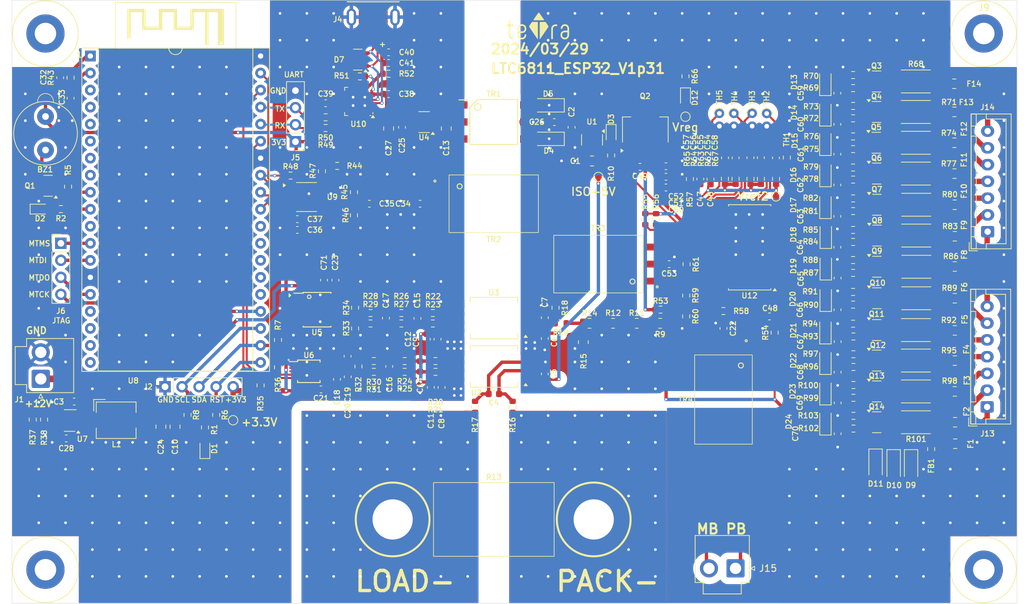
<source format=kicad_pcb>
(kicad_pcb (version 20221018) (generator pcbnew)
  (layers (0 "F.Cu" signal) (31 "B.Cu" signal) (34 "B.Paste" user) (35 "F.Paste" user) (36 "B.SilkS" user "B.Silkscreen") (37 "F.SilkS" user "F.Silkscreen") (38 "B.Mask" user) (39 "F.Mask" user) (44 "Edge.Cuts" user))
  (net 0 "")
  (net 1 "+3V3")
  (net 2 "/PowerMonitor/ISO+5V")
  (net 3 "Net-(D4-K)")
  (net 4 "GND")
  (net 5 "Net-(U2-VINP)")
  (net 6 "Net-(U2-VINN)")
  (net 7 "Net-(U3-VINP)")
  (net 8 "Net-(U3-VINN)")
  (net 9 "Net-(C14-Pad1)")
  (net 10 "Net-(C14-Pad2)")
  (net 11 "Net-(C15-Pad1)")
  (net 12 "Net-(C15-Pad2)")
  (net 13 "Net-(C16-Pad1)")
  (net 14 "Net-(C16-Pad2)")
  (net 15 "Net-(C17-Pad1)")
  (net 16 "Net-(C17-Pad2)")
  (net 17 "/LTC6811/Vref2")
  (net 18 "Net-(U6-Vin+)")
  (net 19 "Net-(U6-Vin-)")
  (net 20 "/LTC6811/Vreg")
  (net 21 "/LTC6811/T2")
  (net 22 "/LTC6811/T3")
  (net 23 "/LTC6811/T4")
  (net 24 "/LTC6811/T5")
  (net 25 "/LTC6811/T1")
  (net 26 "/LTC6811/cell1/C")
  (net 27 "/LTC6811/cell2/C")
  (net 28 "/USB/Vusb")
  (net 29 "/LTC6811/cell3/C")
  (net 32 "/LTC6811/cell4/C")
  (net 34 "Net-(C34-Pad1)")
  (net 35 "Net-(C35-Pad2)")
  (net 36 "/LTC6811/cell5/C")
  (net 37 "/LTC6811/cell6/C")
  (net 38 "/LTC6811/cell7/C")
  (net 39 "/LTC6811/cell8/C")
  (net 40 "/LTC6811/cell10/CM")
  (net 41 "/LTC6811/cell10/C")
  (net 42 "/LTC6811/cell11/C")
  (net 43 "/LTC6811/cell12/C")
  (net 44 "Net-(U10-VPP)")
  (net 45 "Net-(U12-Vref1)")
  (net 46 "Net-(U12-V+)")
  (net 47 "Net-(C49-Pad1)")
  (net 48 "Net-(C53-Pad1)")
  (net 49 "Net-(D3-A)")
  (net 50 "Net-(D12-K)")
  (net 52 "/PowerMonitor/VBAT_SENSE")
  (net 53 "/MCU/Boot")
  (net 54 "/MCU/NRST")
  (net 55 "Net-(Q10-G)")
  (net 56 "Net-(Q10-D)")
  (net 57 "Net-(R11-Pad1)")
  (net 58 "Net-(R11-Pad2)")
  (net 59 "Net-(R12-Pad2)")
  (net 60 "Net-(R14-Pad2)")
  (net 61 "Net-(D1-A)")
  (net 62 "Net-(U7-CB)")
  (net 63 "Net-(U2-VOUTN)")
  (net 64 "/BAT+")
  (net 65 "Net-(U2-VOUTP)")
  (net 66 "/LTC6811/cell12/C+")
  (net 67 "/LTC6811/cell11/C+")
  (net 68 "/LTC6811/cell10/C+")
  (net 69 "/LTC6811/cell10/C-")
  (net 70 "/LTC6811/cell8/C+")
  (net 71 "/LTC6811/cell7/C+")
  (net 72 "/LTC6811/cell6/C+")
  (net 73 "/LTC6811/cell5/C+")
  (net 74 "/LTC6811/cell4/C+")
  (net 75 "/LTC6811/cell3/C+")
  (net 76 "/LTC6811/cell2/C+")
  (net 77 "/LTC6811/cell1/C+")
  (net 78 "/USB/D-")
  (net 79 "/USB/D+")
  (net 80 "Net-(U3-VOUTN)")
  (net 81 "Net-(U3-VOUTP)")
  (net 82 "/MCU/MTMS")
  (net 83 "/MCU/MTDI")
  (net 84 "/MCU/MTCK")
  (net 85 "/MCU/MTDO")
  (net 86 "Net-(U9-ICMP)")
  (net 87 "/MCU/IP")
  (net 88 "/MCU/IM")
  (net 89 "/MCU/LED0")
  (net 90 "/MCU/BUZZER")
  (net 91 "Net-(U9-IBIAS)")
  (net 92 "Net-(U10-TXD)")
  (net 93 "Net-(U10-RXD)")
  (net 94 "Net-(U10-~{RST})")
  (net 95 "Net-(U12-ISOMD)")
  (net 96 "Net-(U12-WDT)")
  (net 97 "Net-(U12-DTEN)")
  (net 98 "Net-(U12-IBIAS)")
  (net 99 "Net-(U12-ICMP)")
  (net 100 "Net-(Q3-D)")
  (net 101 "Net-(Q3-G)")
  (net 102 "/MCU/MISO")
  (net 103 "Net-(Q4-D)")
  (net 104 "/MCU/OLED_SDA")
  (net 105 "/MCU/OLED_RST")
  (net 106 "Net-(Q4-G)")
  (net 107 "Net-(Q5-D)")
  (net 108 "/MCU/OLED_SCL")
  (net 109 "Net-(Q5-G)")
  (net 110 "Net-(Q6-D)")
  (net 111 "Net-(Q6-G)")
  (net 112 "/LTC6811/IPA")
  (net 113 "/LTC6811/IMA")
  (net 114 "Net-(Q11-D)")
  (net 115 "/LTC6811/cell1/S")
  (net 116 "Net-(Q11-G)")
  (net 117 "Net-(Q12-D)")
  (net 118 "/LTC6811/cell2/S")
  (net 119 "Net-(Q12-G)")
  (net 120 "Net-(Q13-D)")
  (net 121 "/LTC6811/cell3/S")
  (net 122 "Net-(Q13-G)")
  (net 123 "Net-(Q14-D)")
  (net 124 "/LTC6811/cell4/S")
  (net 125 "Net-(Q14-G)")
  (net 126 "Net-(Q7-D)")
  (net 127 "/LTC6811/cell5/S")
  (net 128 "Net-(Q7-G)")
  (net 129 "Net-(Q8-D)")
  (net 130 "/LTC6811/cell6/S")
  (net 131 "Net-(Q8-G)")
  (net 132 "Net-(Q9-D)")
  (net 133 "/LTC6811/cell7/S")
  (net 134 "Net-(Q9-G)")
  (net 135 "/LTC6811/cell8/S")
  (net 137 "/LTC6811/cell9/S")
  (net 138 "/LTC6811/cell10/S")
  (net 139 "/LTC6811/cell11/S")
  (net 142 "/LTC6811/cell12/S")
  (net 145 "/MCU/RX_USB")
  (net 147 "/MCU/TX_USB")
  (net 153 "/MCU/5V")
  (net 158 "/MCU/SS")
  (net 159 "/MCU/SCK")
  (net 160 "/MCU/MOSI")
  (net 161 "Net-(BZ1-+)")
  (net 162 "/MCU/SCL")
  (net 163 "/MCU/SDA")
  (net 164 "/LTC6811/C12")
  (net 165 "/LTC6811/C11")
  (net 166 "/LTC6811/C10")
  (net 167 "/LTC6811/C9")
  (net 168 "/LTC6811/C8")
  (net 169 "/LTC6811/C7")
  (net 170 "/LTC6811/C1_G")
  (net 171 "/LTC6811/C6")
  (net 172 "/LTC6811/C5")
  (net 173 "Net-(U4-D2)")
  (net 174 "Net-(U4-D1)")
  (net 175 "/LTC6811/C4")
  (net 176 "/LTC6811/C3")
  (net 177 "/LTC6811/C2")
  (net 178 "/LTC6811/C1")
  (net 179 "Net-(U5B--)")
  (net 180 "Net-(D4-A)")
  (net 181 "Net-(D5-A)")
  (net 182 "/MA")
  (net 183 "/LTC6811/DRIVE")
  (net 185 "/PA")
  (net 205 "Net-(U5B-+)")
  (net 208 "GND_PACK")
  (net 210 "Net-(C22-Pad1)")
  (net 211 "Net-(J15-Pin_2)")
  (net 212 "Net-(J15-Pin_1)")
  (net 213 "/LTC6811/IPB")
  (net 214 "/LTC6811/IMB")
  (net 216 "+12V")
  (net 217 "Net-(U7-SW)")
  (net 218 "Net-(U7-FB)")
  (net 219 "/PowerMonitor/BAT-")
  (net 220 "Net-(D2-A)")
  (footprint "Library:C_0603_1608Metric" (layer "F.Cu") (at 161.16 89.91)
    (fp_text reference "C53")
    (fp_text value "100pF/100V")
  )
  (footprint "Library:R_0603_1608Metric" (layer "F.Cu") (at 132.2 111.2 90)
    (fp_text reference "R17")
    (fp_text value "1K")
  )
  (footprint "Library:R_0603_1608Metric" (layer "F.Cu") (at 188.65 114.45)
    (fp_text reference "R102")
    (fp_text value "100R")
  )
  (footprint "Library:R_2512_6332Metric" (layer "F.Cu") (at 197.975 104.3 180)
    (fp_text reference "R95")
    (fp_text value "36R 1W 2512")
  )
  (footprint "Library:R_0603_1608Metric" (layer "F.Cu") (at 109.35 76.05 90)
    (fp_text reference "R47")
    (fp_text value "1.2K")
  )
  (footprint "Library:LED_0603_1608Metric" (layer "F.Cu") (at 152.5 70.57 -90)
    (fp_text reference "D3")
    (fp_text value "LED Red")
  )
  (footprint "Library:SOT-23" (layer "F.Cu") (at 192.15 95)
    (fp_text reference "Q10")
    (fp_text value "TSM2323")
  )
  (footprint "Library:C_0603_1608Metric" (layer "F.Cu") (at 186.3 101.475 -90)
    (fp_text reference "C67")
    (fp_text value "100nF/100V")
  )
  (footprint "Library:SOT-223" (layer "F.Cu") (at 157.6 69.85 90)
    (fp_text reference "Q2")
    (fp_text value "NSV1C201MZ4")
  )
  (footprint "Library:R_0805_2012Metric" (layer "F.Cu") (at 148.35 101.5475 -90)
    (fp_text reference "R15")
    (fp_text value "1KΩ ±0.1% 250mW")
  )
  (footprint "Library:R_0603_1608Metric" (layer "F.Cu") (at 89.3 112.4 -90)
    (fp_text reference "R8")
    (fp_text value "4.7K")
  )
  (footprint "Library:R_0603_1608Metric" (layer "F.Cu") (at 188.6 70.85)
    (fp_text reference "R76")
    (fp_text value "3.3K")
  )
  (footprint "Library:Micro_USB_B-2013499-1" (layer "F.Cu") (at 117 53.3981 180)
    (fp_text reference "J4")
    (fp_text value "USB")
  )
  (footprint "Library:SOT-23" (layer "F.Cu") (at 192.1125 76.4)
    (fp_text reference "Q6")
    (fp_text value "TSM2323")
  )
  (footprint "Library:R_0805_2012Metric" (layer "F.Cu") (at 149.275 98.735 180)
    (fp_text reference "R14")
    (fp_text value "470KΩ ±0.1% 250mW")
  )
  (footprint "Library:R_0603_1608Metric" (layer "F.Cu") (at 102.8 101.215 -90)
    (fp_text reference "R7")
    (fp_text value "4.7K")
  )
  (footprint "Library:R_PSR500HTQFB0L10_Metric_Pad5.2x8.75mm_HandSolder" (layer "F.Cu") (at 135 128 180)
    (fp_text reference "R13")
    (fp_text value "0.1MR  1% 15W ")
  )
  (footprint "Library:R_0603_1608Metric" (layer "F.Cu") (at 188.65 107.95)
    (fp_text reference "R100")
    (fp_text value "3.3K")
  )
  (footprint "Library:MountingHole_3.2mm_M3_ISO7380_Pad" (layer "F.Cu") (at 208.1 55.5)
    (fp_text reference "J9")
    (fp_text value "Hole /NC")
  )
  (footprint "Library:JST_XH_B7B-XH-A_1x07_P2.50mm_Vertical_BAT_6S" (layer "F.Cu") (at 208.675 85.0625 90)
    (fp_text reference "J14")
    (fp_text value "B7B-XH-A")
  )
  (footprint "Library:R_0603_1608Metric" (layer "F.Cu") (at 188.65 105.25)
    (fp_text reference "R96")
    (fp_text value "100R")
  )
  (footprint "Library:Fuse_0805_2012Metric" (layer "F.Cu") (at 203.775 95 180)
    (fp_text reference "F6")
    (fp_text value "MPZ2012S102ATD25")
  )
  (footprint "Library:Fuse_0805_2012Metric" (layer "F.Cu") (at 203.775 108.9 180)
    (fp_text reference "F3")
    (fp_text value "MPZ2012S102ATD25")
  )
  (footprint "Library:TestPoint_Pad_D1.0mm" (layer "F.Cu") (at 163.59 67.91 180)
    (fp_text reference "TP3" hide)
    (fp_text value "TestPoint" hide)
  )
  (footprint "Library:C_0603_1608Metric" (layer "F.Cu") (at 113.18 103.65 -90)
    (fp_text reference "C19")
    (fp_text value "100nF/100V")
  )
  (footprint "Library:C_0603_1608Metric" (layer "F.Cu") (at 119.395 105.175 -90)
    (fp_text reference "C16")
    (fp_text value "220pF/50V")
  )
  (footprint "Library:C_0603_1608Metric" (layer "F.Cu") (at 125 101.11 -90)
    (fp_text reference "C12")
    (fp_text value "2.2uF/25V")
  )
  (footprint "Library:R_0603_1608Metric" (layer "F.Cu") (at 188.65 109.85)
    (fp_text reference "R99")
    (fp_text value "100R")
  )
  (footprint "Library:C_0805_2012Metric" (layer "F.Cu") (at 127.9 69.67 -90)
    (fp_text reference "C13")
    (fp_text value "10uF/16V")
  )
  (footprint "Library:TestPoint_Pad_D1.0mm" (layer "F.Cu") (at 177.1 79.8)
    (fp_text reference "TP4" hide)
    (fp_text value "TestPoint" hide)
  )
  (footprint "Library:D_SOD-323_HandSoldering" (layer "F.Cu") (at 184.475 81.1 90)
    (fp_text reference "D17")
    (fp_text value "PDZ7.5B")
  )
  (footprint "Library:D_SOD-323_HandSoldering" (layer "F.Cu") (at 184.4625 62.75 90)
    (fp_text reference "D13")
    (fp_text value "PDZ7.5B")
  )
  (footprint "Library:R_0603_1608Metric" (layer "F.Cu") (at 188.6 61.7)
    (fp_text reference "R70")
    (fp_text value "3.3K")
  )
  (footprint "Library:C_0603_1608Metric" (layer "F.Cu") (at 186.25 78.1 -90)
    (fp_text reference "C62")
    (fp_text value "100nF/100V")
  )
  (footprint "Library:R_0603_1608Metric" (layer "F.Cu") (at 173.2875 77.18 -90)
    (fp_text reference "R63")
    (fp_text value "100K")
  )
  (footprint "Library:R_0603_1608Metric" (layer "F.Cu") (at 121.2 98.76 180)
    (fp_text reference "R27")
    (fp_text value "1K")
  )
  (footprint "Library:R_2512_6332Metric" (layer "F.Cu") (at 197.975 99.75 180)
    (fp_text reference "R92")
    (fp_text value "36R 1W 2512")
  )
  (footprint "Library:SOT-23" (layer "F.Cu") (at 192.1 67.2)
    (fp_text reference "Q4")
    (fp_text value "TSM2323")
  )
  (footprint "Library:MountingHole_3.2mm_M3_ISO7380_Pad" (layer "F.Cu") (at 68.1 135.5 90)
    (fp_text reference "J12" hide)
    (fp_text value "Hole /NC")
  )
  (footprint "Library:C_0603_1608Metric" (layer "F.Cu") (at 123.6 98.01 -90)
    (fp_text reference "C15")
    (fp_text value "2.2nF/16V")
  )
  (footprint "Library:C_0603_1608Metric" (layer "F.Cu") (at 186.25 73.5 -90)
    (fp_text reference "C61")
    (fp_text value "100nF/100V")
  )
  (footprint "Library:SOIC-8_3.9x4.9mm_Pitch1.27mm" (layer "F.Cu") (at 108.62 96.705)
    (fp_text reference "U5")
    (fp_text value "OPA2197IDR" hide)
  )
  (footprint "Library:R_0603_1608Metric" (layer "F.Cu") (at 163.76 89.91 90)
    (fp_text reference "R61")
    (fp_text value "100R")
  )
  (footprint "Library:R_0603_1608Metric" (layer "F.Cu") (at 163.7 97.7 -90)
    (fp_text reference "R60")
    (fp_text value "806R")
  )
  (footprint "Library:R_0603_1608Metric" (layer "F.Cu") (at 114.13 79.175 90)
    (fp_text reference "R45")
    (fp_text value "51R")
  )
  (footprint "Library:R_Axial_DIN0204_L3.6mm_D1.6mm_P1.90mm_Vertical" (layer "F.Cu") (at 175.71 67.435 -90)
    (fp_text reference "TH2")
    (fp_text value "100K NTC")
  )
  (footprint "Library:C_0603_1608Metric" (layer "F.Cu") (at 142.6 97.91 90)
    (fp_text reference "C7")
    (fp_text value "330pF/100V")
  )
  (footprint "Library:D_SOD-323_HandSoldering" (layer "F.Cu") (at 184.51 94.9575 90)
    (fp_text reference "D20")
    (fp_text value "PDZ7.5B")
  )
  (footprint "Library:D_SOD-323_HandSoldering" (layer "F.Cu") (at 184.475 99.8 90)
    (fp_text reference "D21")
    (fp_text value "PDZ7.5B")
  )
  (footprint "Library:R_0603_1608Metric" (layer "F.Cu") (at 121.2 97.21 180)
    (fp_text reference "R26")
    (fp_text value "1K")
  )
  (footprint "Library:R_0603_1608Metric" (layer "F.Cu") (at 125.9 97.21)
    (fp_text reference "R22")
    (fp_text value "100R")
  )
  (footprint "Library:R_0603_1608Metric" (layer "F.Cu") (at 171.07 77.17 -90)
    (fp_text reference "R64")
    (fp_text value "100K")
  )
  (footprint "Library:C_0603_1608Metric" (layer "F.Cu") (at 71.85 65.15 90)
    (fp_text reference "C33")
    (fp_text value "100nF/100V")
  )
  (footprint "Library:C_0603_1608Metric" (layer "F.Cu") (at 121.3 69.495 -90)
    (fp_text reference "C25")
    (fp_text value "100nF/100V")
  )
  (footprint "Library:R_0603_1608Metric" (layer "F.Cu") (at 126.295 105.975)
    (fp_text reference "R21")
    (fp_text value "100R")
  )
  (footprint "Library:C_0603_1608Metric" (layer "F.Cu") (at 135 109.275 180)
    (fp_text reference "C4")
    (fp_text value "330pF/100V")
  )
  (footprint "Library:Battery_6mm×10mm_Cell_half_2" (layer "F.Cu") (at 149.9 128 180)
    (fp_text reference "BAT1" hide)
    (fp_text value "BAT-")
  )
  (footprint "Library:C_0603_1608Metric" (layer "F.Cu") (at 169.49 74.05 90)
    (fp_text reference "C57")
    (fp_text value "100nF/100V")
  )
  (footprint "Library:HM2108NL" (layer "F.Cu") (at 169.26 110.11 180)
    (fp_text reference "TR4")
    (fp_text value "HM2108NL")
  )
  (footprint "Library:R_0603_1608Metric" (layer "F.Cu") (at 109.9 68 180)
    (fp_text reference "R50")
    (fp_text value "0")
  )
  (footprint "Library:R_0603_1608Metric" (layer "F.Cu") (at 176.9 100.125 90)
    (fp_text reference "R54")
    (fp_text value "100R")
  )
  (footprint "Library:C_0805_2012Metric" (layer "F.Cu") (at 119.3 69.67 -90)
    (fp_text reference "C27")
    (fp_text value "10uF/16V")
  )
  (footprint "Library:C_0603_1608Metric" (layer "F.Cu") (at 160.675 78.47)
    (fp_text reference "C50")
    (fp_text value "1uF/25V")
  )
  (footprint "Library:C_0603_1608Metric" (layer "F.Cu") (at 186.29 91.985 -90)
    (fp_text reference "C65")
    (fp_text value "100nF/100V")
  )
  (footprint "Library:HM2108NL" (layer "F.Cu") (at 150.6 89.9 90)
    (fp_text reference "TR3")
    (fp_text value "HM2108NL")
  )
  (footprint "Library:Fuse_0805_2012Metric" (layer "F.Cu") (at 203.8375 116.7 180)
    (fp_text reference "F1")
    (fp_text value "MPZ2012S102ATD25")
  )
  (footprint "Library:C_0603_1608Metric" (layer "F.Cu") (at 160.675 75.3)
    (fp_text reference "C52")
    (fp_text value "1uF/25V")
  )
  (footprint "Library:R_0805_2012Metric" (layer "F.Cu") (at 152.7875 98.735 180)
    (fp_text reference "R12")
    (fp_text value "470KΩ ±0.1% 250mW")
  )
  (footprint "Library:R_0603_1608Metric" (layer "F.Cu") (at 115 61.9 180)
    (fp_text reference "R51")
    (fp_text value "10K")
  )
  (footprint "Library:R_0603_1608Metric" (layer "F.Cu") (at 188.6 95.95)
    (fp_text reference "R90")
    (fp_text value "100R")
  )
  (footprint "Library:MSOP-16_3x4mm_P0.5mm" (layer "F.Cu") (at 107.05 79.9)
    (fp_text reference "U9")
    (fp_text value "LTC6820")
  )
  (footprint "Library:R_0603_1608Metric" (layer "F.Cu") (at 188.6 98.8)
    (fp_text reference "R94")
    (fp_text value "3.3K")
  )
  (footprint "Library:D_SOD-123" (layer "F.Cu") (at 143.15 66.22 180)
    (fp_text reference "D5")
    (fp_text value "MBR0520")
  )
  (footprint "Library:R_2512_6332Metric" (layer "F.Cu") (at 197.975 71.8 180)
    (fp_text reference "R74")
    (fp_text value "36R 1W 2512")
  )
  (footprint "Library:D_SOD-323_HandSoldering" (layer "F.Cu") (at 184.525 85.55 90)
    (fp_text reference "D18")
    (fp_text value "PDZ7.5B")
  )
  (footprint "Library:R_0603_1608Metric" (layer "F.Cu") (at 188.6 77.3)
    (fp_text reference "R78")
    (fp_text value "100R")
  )
  (footprint "Library:C_0603_1608Metric" (layer "F.Cu") (at 186.3 110.615 -90)
    (fp_text reference "C69")
    (fp_text value "100nF/100V")
  )
  (footprint "Library:C_0603_1608Metric" (layer "F.Cu") (at 165.805 77.211053 90)
    (fp_text reference "C47")
    (fp_text value "1uF/25V")
  )
  (footprint "Library:R_0603_1608Metric" (layer "F.Cu") (at 157.6 83.2 90)
    (fp_text reference "R55")
    (fp_text value "0")
  )
  (footprint "Library:R_0603_1608Metric" (layer "F.Cu") (at 188.6 89.3)
    (fp_text reference "R88")
    (fp_text value "3.3K")
  )
  (footprint "Library:Fuse_0805_2012Metric" (layer "F.Cu") (at 203.775 99.8 180)
    (fp_text reference "F5")
    (fp_text value "MPZ2012S102ATD25")
  )
  (footprint "Library:D_SOD-323_HandSoldering" (layer "F.Cu") (at 184.4625 67.3 90)
    (fp_text reference "D14")
    (fp_text value "PDZ7.5B")
  )
  (footprint "Library:JST_VH_B2P-VH-B_1x02_P3.96mm_Vertical" (layer "F.Cu") (at 171.0575 135.3 180)
    (fp_text reference "J15")
    (fp_text value "PB MB")
  )
  (footprint "Library:R_2512_6332Metric" (layer "F.Cu") (at 198.025 81.05 180)
    (fp_text reference "R80")
    (fp_text value "36R 1W 2512")
  )
  (footprint "Library:R_0603_1608Metric" (layer "F.Cu") (at 188.6 86.6)
    (fp_text reference "R84")
    (fp_text value "100R")
  )
  (footprint "Library:D_SOD-123" (layer "F.Cu") (at 197.25 119.95 -90)
    (fp_text reference "D9")
    (fp_text value "1N4148W")
  )
  (footprint "Library:R_0603_1608Metric" (layer "F.Cu") (at 117.095 104.375)
    (fp_text reference "R30")
    (fp_text value "3.3K")
  )
  (footprint "Library:C_0603_1608Metric" (layer "F.Cu") (at 146.6 69.495 -90)
    (fp_text reference "C2")
    (fp_text value "100nF/100V")
  )
  (footprint "Library:R_0603_1608Metric" (layer "F.Cu") (at 70.4 81.7)
    (fp_text reference "R2")
    (fp_text value "470R")
  )
  (footprint "Library:SOT-23" (layer "F.Cu") (at 192.15 81.05)
    (fp_text reference "Q7")
    (fp_text value "TSM2323")
  )
  (footprint "Library:R_0603_1608Metric" (layer "F.Cu") (at 188.6 80.1)
    (fp_text reference "R82")
    (fp_text value "3.3K")
  )
  (footprint "Library:R_0603_1608Metric" (layer "F.Cu") (at 100.2 108 90)
    (fp_text reference "R35")
    (fp_text value "4.7K")
  )
  (footprint "Library:R_0603_1608Metric" (layer "F.Cu") (at 188.6 84.8)
    (fp_text reference "R85")
    (fp_text value "3.3K")
  )
  (footprint "Library:HVQFN-24-1EP_4x4mm_P0.5mm_EP2.6x2.6mm" (layer "F.Cu") (at 114.85 65.6375 180)
    (fp_text reference "U10")
    (fp_text value "CP2104")
  )
  (footprint "Library:R_0603_1608Metric" (layer "F.Cu") (at 116.6 97.21 180)
    (fp_text reference "R28")
    (fp_text value "5.6K")
  )
  (footprint "Library:SOT-23" (layer "F.Cu") (at 114.7 59.4 180)
    (fp_text reference "D7")
    (fp_text value "ESD24VS2U")
  )
  (footprint "Library:SOT-23" (layer "F.Cu") (at 192.175 85.65)
    (fp_text reference "Q8")
    (fp_text value "TSM2323")
  )
  (footprint "Library:R_0603_1608Metric" (layer "F.Cu") (at 163.7 94.6 -90)
    (fp_text reference "R59")
    (fp_text value "1.2K")
  )
  (footprint "Library:R_0603_1608Metric" (layer "F.Cu") (at 104.67 76.7 180)
    (fp_text reference "R48")
    (fp_text value "2K")
  )
  (footprint "Library:R_0603_1608Metric" (layer "F.Cu") (at 71.48 78.35 -90)
    (fp_text reference "R5")
    (fp_text value "1.5K")
  )
  (footprint "Library:R_0603_1608Metric" (layer "F.Cu") (at 188.6 75.5)
    (fp_text reference "R79")
    (fp_text value "3.3K")
  )
  (footprint "Library:Fuse_0805_2012Metric" (layer "F.Cu") (at 203.725 76.4 180)
    (fp_text reference "F11")
    (fp_text value "MPZ2012S102ATD25")
  )
  (footprint "Library:R_0603_1608Metric" (layer "F.Cu") (at 159.2 83.2 90)
    (fp_text reference "R56")
    (fp_text value "1M")
  )
  (footprint "Library:R_0603_1608Metric" (layer "F.Cu") (at 159.875 96.7 180)
    (fp_text reference "R53")
    (fp_text value "100R")
  )
  (footprint "Library:MountingHole_3.2mm_M3_ISO7380_Pad" (layer "F.Cu") (at 208.1 135.5)
    (fp_text reference "J10" hide)
    (fp_text value "Hole /NC")
  )
  (footprint "Library:SSO-8_6.8x5.9mm_P1.27mm_Clearance8mm" (layer "F.Cu") (at 135 97.965 180)
    (fp_text reference "U3")
    (fp_text value "AMC1301")
  )
  (footprint "Library:C_0603_1608Metric" (layer "F.Cu") (at 173.29 74.03 90)
    (fp_text reference "C55")
    (fp_text value "100nF/100V")
  )
  (footprint "Library:SOT-23" (layer "F.Cu") (at 192.05 71.8)
    (fp_text reference "Q5")
    (fp_text value "TSM2323")
  )
  (footprint "Library:R_2512_6332Metric" (layer "F.Cu") (at 197.9625 62.65 180)
    (fp_text reference "R68")
    (fp_text value "36R 1W 2512")
  )
  (footprint "Library:PinHeader_1x04_P2.54mm_Vertical" (layer "F.Cu") (at 70.4 86.8)
    (fp_text reference "J6")
    (fp_text value "JTAG /NC" hide)
  )
  (footprint "Library:C_0805_2012Metric" (layer "F.Cu") (at 85.32 114.16 -90)
    (fp_text reference "C24")
    (fp_text value "10uF/16V")
  )
  (footprint "Library:SOT-23" (layer "F.Cu") (at 192.15 90.3)
    (fp_text reference "Q9")
    (fp_text value "TSM2323")
  )
  (footprint "Library:SOT-23-5" (layer "F.Cu") (at 124.6 68.72 180)
    (fp_text reference "U4")
    (fp_text value "SN6501DBV")
  )
  (footprint "Library:R_0603_1608Metric" (layer "F.Cu") (at 121.695 105.975 180)
    (fp_text reference "R25")
    (fp_text value "1K")
  )
  (footprint "Library:R_Axial_DIN0204_L3.6mm_D1.6mm_P1.90mm_Vertical" (layer "F.Cu") (at 170.8175 67.425 -90)
    (fp_text reference "TH4")
    (fp_text value "100K NTC")
  )
  (footprint "Library:C_0603_1608Metric" (layer "F.Cu") (at 119.3 58.3)
    (fp_text reference "C40")
    (fp_text value "100nF/100V")
  )
  (footprint "Library:SOT-23-5" (layer "F.Cu") (at 149.65 71.37 -90)
    (fp_text reference "U1")
    (fp_text value "TPS76350")
  )
  (footprint "Library:R_0603_1608Metric" (layer "F.Cu") (at 144.975 98.735 180)
    (fp_text reference "R19")
    (fp_text value "10R")
  )
  (footprint "Library:PinHeader_1x04_P2.54mm_Vertical" (layer "F.Cu") (at 105.4 71.64 180)
    (fp_text reference "J5")
    (fp_text value "UART /NC")
  )
  (footprint "Library:C_0603_1608Metric" (layer "F.Cu") (at 111.6 107.1 90)
    (fp_text reference "C18")
    (fp_text value "100nF/100V")
  )
  (footprint "Library:Fuse_0805_2012Metric" (layer "F.Cu") (at 203.69 63 180)
    (fp_text reference "F14")
    (fp_text value "MPZ2012S102ATD25")
  )
  (footprint "Library:ESP32-DevKitc V4_DIP-38_27.9mm×48.2mm" (layer "F.Cu") (at 73.53 105.85)
    (fp_text reference "U8")
    (fp_text value "ESP32-DevKitC V4" hide)
  )
  (footprint "Library:C_0603_1608Metric" (layer "F.Cu") (at 109.9 65.9 180)
    (fp_text reference "C39")
    (fp_text value "4.7uF/16V")
  )
  (footprint "Library:D_SOD-323_HandSoldering" (layer "F.Cu") (at 184.475 104.35 90)
    (fp_text reference "D22")
    (fp_text value "PDZ7.5B")
  )
  (footprint "Library:D_SOD-323_HandSoldering" (layer "F.Cu") (at 184.475 113.4 90)
    (fp_text reference "D24")
    (fp_text value "PDZ7.5B")
  )
  (footprint "Library:R_0603_1608Metric" (layer "F.Cu") (at 188.6 91.2125)
    (fp_text reference "R87")
    (fp_text value "100R")
  )
  (footprint "Library:JST_VH_B2P-VH-B_1x02_P3.96mm_Vertical" (layer "F.Cu") (at 67.4 107.0275 90)
    (fp_text reference "J1")
    (fp_text value "PB MB")
  )
  (footprint "Library:C_0603_1608Metric" (layer "F.Cu") (at 118.9 97.96 -90)
    (fp_text reference "C17")
    (fp_text value "220pF/50V")
  )
  (footprint "Library:C_0603_1608Metric" (layer "F.Cu") (at 70.3 62.1 90)
    (fp_text reference "C32")
    (fp_text value "100nF/100V")
  )
  (footprint "Library:R_0603_1608Metric" (layer "F.Cu") (at 71.85 62.1 -90)
    (fp_text reference "R43")
    (fp_text value "10K")
  )
  (footprint "Library:R_0603_1608Metric" (layer "F.Cu") (at 144.2 96.41 90)
    (fp_text reference "R18")
    (fp_text value "1K")
  )
  (footprint "Library:D_SOD-323_HandSoldering" (layer "F.Cu") (at 184.475 76.35 90)
    (fp_text reference "D16")
    (fp_text value "PDZ7.5B")
  )
  (footprint "Library:D_SOD-323_HandSoldering" (layer "F.Cu") (at 184.4625 71.6875 90)
    (fp_text reference "D15")
    (fp_text value "PDZ7.5B")
  )
  (footprint "Library:TestPoint_Pad_D1.0mm" (layer "F.Cu") (at 150.6 76.9)
    (fp_text reference "TP1" hide)
    (fp_text value "TestPoint" hide)
  )
  (footprint "Library:C_0603_1608Metric" (layer "F.Cu") (at 186.28 96.725 -90)
    (fp_text reference "C66")
    (fp_text value "100nF/100V")
  )
  (footprint "Library:R_0603_1608Metric" (layer "F.Cu") (at 67.9 113.1 -90)
    (fp_text reference "R38")
    (fp_text value "22.1K")
  )
  (footprint "Library:Fuse_0805_2012Metric" (layer "F.Cu") (at 203.775 90.2625 180)
    (fp_text reference "F8")
    (fp_text value "MPZ2012S102ATD25")
  )
  (footprint "Library:C_0603_1608Metric" (layer "F.Cu") (at 186.3 115.225 -90)
    (fp_text reference "C70")
    (fp_text value "100nF/100V")
  )
  (footprint "Library:R_2512_6332Metric" (layer "F.Cu") (at 197.975 76.4 180)
    (fp_text reference "R77")
    (fp_text value "36R 1W 2512")
  )
  (footprint "Library:SOT-23" (layer "F.Cu") (at 192.125 104.3)
    (fp_text reference "Q12")
    (fp_text value "TSM2323")
  )
  (footprint "Library:Fuse_0805_2012Metric" (layer "F.Cu") (at 203.7125 67.2 180)
    (fp_text reference "F13")
    (fp_text value "MPZ2012S102ATD25")
  )
  (footprint "Library:R_0603_1608Metric" (layer "F.Cu") (at 174.84 77.18 -90)
    (fp_text reference "R62")
    (fp_text value "100K")
  )
  (footprint "Library:teTra-LOGO" (layer "F.Cu") (at 141.7 54.4)
    (fp_text reference "LOGO1" hide)
    (fp_text value "teTra /NC" hide)
  )
  (footprint "Library:R_0603_1608Metric" (layer "F.Cu") (at 109.9 69.6 180)
    (fp_text reference "R49")
    (fp_text value "0")
  )
  (footprint "Library:MountingHole_3.2mm_M3_ISO7380_Pad" (layer "F.Cu") (at 68.1 55.5 90)
    (fp_text reference "J11" hide)
    (fp_text value "Hole /NC")
  )
  (footprint "Library:R_0603_1608Metric" (layer "F.Cu") (at 121.695 104.375 180)
    (fp_text reference "R24")
    (fp_text value "1K")
  )
  (footprint "Library:R_2512_6332Metric" (layer "F.Cu") (at 198.025 85.65 180)
    (fp_text reference "R83")
    (fp_text value "36R 1W 2512")
  )
  (footprint "Library:C_0603_1608Metric" (layer "F.Cu") (at 186.29 106.025 -90)
    (fp_text reference "C68")
    (fp_text value "100nF/100V")
  )
  (footprint "Library:HM2108NL" (layer "F.Cu") (at 134.98 80.9 -90)
    (fp_text reference "TR2")
    (fp_text value "HM2108NL")
  )
  (footprint "Library:WURTH-760390015" (layer "F.Cu") (at 135 68.7)
    (fp_text reference "TR1")
    (fp_text value "Transformer")
  )
  (footprint "Library:R_0603_1608Metric" (layer "F.Cu") (at 178.71 74.005 90)
    (fp_text reference "TH1")
    (fp_text value "100K NTC")
  )
  (footprint "Library:JST_XH_B7B-XH-A_1x07_P2.50mm_Vertical_BAT_6S" (layer "F.Cu") (at 208.6 111.2125 90)
    (fp_text reference "J13")
    (fp_text value "B7B-XH-A")
  )
  (footprint "Library:R_0603_1608Metric" (layer "F.Cu") (at 188.65 100.7)
    (fp_text reference "R93")
    (fp_text value "100R")
  )
  (footprint "Library:SOT-23" (layer "F.Cu") (at 192.1 62.65)
    (fp_text reference "Q3")
    (fp_text value "TSM2323")
  )
  (footprint "Library:R_Axial_DIN0204_L3.6mm_D1.6mm_P1.90mm_Vertical" (layer "F.Cu") (at 168.65 67.425 -90)
    (fp_text reference "TH5")
    (fp_text value "100K NTC")
  )
  (footprint "Library:R_0603_1608Metric" (layer "F.Cu") (at 125.9 98.76)
    (fp_text reference "R23")
    (fp_text value "100R")
  )
  (footprint "Library:C_0603_1608Metric" (layer "F.Cu") (at 144.025 68.72 180)
    (fp_text reference "C26")
    (fp_text value "4.7uF/16V")
  )
  (footprint "Library:R_0603_1608Metric" (layer "F.Cu") (at 188.6 68.15)
    (fp_text reference "R72")
    (fp_text value "100R")
  )
  (footprint "Library:C_0603_1608Metric" (layer "F.Cu") (at 142.6 101.01 -90)
    (fp_text reference "C6")
    (fp_text value "100nF/100V")
  )
  (footprint "Library:C_0805_2012Metric" (layer "F.Cu") (at 87.43 114.16 -90)
    (fp_text reference "C10")
    (fp_text value "10uF/16V")
  )
  (footprint "Library:SOT-23" (layer "F.Cu") (at 68.49 78.22 180)
    (fp_text reference "Q1")
    (fp_text value "BSS138")
  )
  (footprint "Library:C_0603_1608Metric" (layer "F.Cu") (at 123.995 105.175 -90)
    (fp_text reference "C14")
    (fp_text value "2.2nF/16V")
  )
  (footprint "Library:D_SOD-123F" (layer "F.Cu") (at 191.95 119.7 -90)
    (fp_text reference "D11")
    (fp_text value "BZT52H-C62")
  )
  (footprint "Library:C_0603_1608Metric" (layer "F.Cu") (at 124 80.9 180)
    (fp_text reference "C34")
    (fp_text value "10nF/100V")
  )
  (footprint "Library:C_0603_1608Metric" (layer "F.Cu") (at 142.6 106.3 90)
    (fp_text reference "C5")
    (fp_text value "100nF/100V")
  )
  (footprint "Library:C_0603_1608Metric" (layer "F.Cu") (at 116.43 80.9 180)
    (fp_text reference "C35")
    (fp_text value "10nF/100V")
  )
  (footprint "Library:R_0603_1608Metric" (layer "F.Cu") (at 102.8 105.3 -90)
    (fp_text reference "R36")
    (fp_text value "4.7K")
  )
  (footprint "Library:R_2512_6332Metric" (layer "F.Cu") (at 197.975 113.5 180)
    (fp_text reference "R101")
    (fp_text value "36R 1W 2512")
  )
  (footprint "Library:LED_0603_1608Metric" (layer "F.Cu") (at 91.89 117.435 90)
    (fp_text reference "D1")
    (fp_text value "LED Red")
  )
  (footprint "Library:LED_0603_1608Metric" (layer "F.Cu") (at 67.3 81.7)
    (fp_text reference "D2")
    (fp_text value "LED Red")
  )
  (footprint "Library:R_0603_1608Metric" (layer "F.Cu") (at 188.6 82)
    (fp_text reference "R81")
    (fp_text value "100R")
  )
  (footprint "Library:C_0603_1608Metric" (layer "F.Cu") (at 119.3 59.9)
    (fp_text reference "C41")
    (fp_text value "2.2uF/25V")
  )
  (footprint "Library:R_0603_1608Metric" (layer "F.Cu") (at 93.58 112.4 -90)
    (fp_text reference "R6")
    (fp_text value "4.7K")
  )
  (footprint "Library:C_0603_1608Metric" (layer "F.Cu") (at 186.25 69.05 -90)
    (fp_text reference "C60")
    (fp_text value "100nF/100V")
  )
  (footprint "Library:R_0603_1608Metric" (layer "F.Cu") (at 188.6 94.05)
    (fp_text reference "R91")
    (fp_text value "3.3K")
  )
  (footprint "Library:R_0603_1608Metric" (layer "F.Cu") (at 177.11 77.18 90)
    (fp_text reference "R67")
    (fp_text value "100K")
  )
  (footprint "Library:R_0603_1608Metric" (layer "F.Cu") (at 164.245 77.211053 90)
    (fp_text reference "R57")
    (fp_text value "0")
  )
  (footprint "Library:PinHeader_1x05_P2.54mm_Vertical" (layer "F.Cu") (at 85.94 108.2 90)
    (fp_text reference "J2")
    (fp_text value "OLED /NC")
  )
  (footprint "Library:R_0603_1608Metric" (layer "F.Cu") (at 91.9 114.275 90)
    (fp_text reference "R1")
    (fp_text value "470R")
  )
  (footprint "Library:C_0603_1608Metric" (layer "F.Cu") (at 177.1 74.058553 90)
    (fp_text reference "C58")
    (fp_text value "100nF/100V")
  )
  (footprint "Library:Beeper_AI-1027-TWT-5V" (layer "F.Cu") (at 68.11 70.394173)
    (fp_text reference "BZ1")
    (fp_text value "AI-1027-TWT-5V")
  )
  (footprint "Library:C_0805_2012Metric" (layer "F.Cu") (at 149.65 74.52 180)
    (fp_text reference "C1")
    (fp_text value "10uF/16V")
  )
  (footprint "Library:R_0805_2012Metric" (layer "F.Cu") (at 159.8125 98.735 180)
    (fp_text reference "R9")
    (fp_text value "470KΩ ±0.1% 250mW")
  )
  (footprint "Library:Fuse_0805_2012Metric" (layer "F.Cu") (at 203.7125 71.8 180)
    (fp_text reference "F12")
    (fp_text value "MPZ2012S102ATD25")
  )
  (footprint "Library:L_Bourns_SRP5030T" (layer "F.Cu") (at 78.65 113.2)
    (fp_text reference "L1")
    (fp_text value "3.3uH")
  )
  (footprint "Library:R_0603_1608Metric" (layer "F.Cu") (at 119.3 61.5)
    (fp_text reference "R52")
    (fp_text value "10K")
  )
  (footprint "Library:R_0603_1608Metric" (layer "F.Cu") (at 114.3 96.41 90)
    (fp_text reference "R34")
    (fp_text value "33K")
  )
  (footprint "Library:R_0603_1608Metric" (layer "F.Cu") (at 114.795 105.175 -90)
    (fp_text reference "R32")
    (fp_text value "1K")
  )
  (footprint "Library:D_SOD-123" (layer "F.Cu") (at 143.15 71.22 180)
    (fp_text reference "D4")
    (fp_text value "MBR0520")
  )
  (footprint "Library:C_0603_1608Metric" (layer "F.Cu") (at 119.3 64.53)
    (fp_text reference "C38")
    (fp_text value "2.2uF/25V")
  )
  (footprint "Library:SOT-23" (layer "F.Cu") (at 192.125 108.9)
    (fp_text reference "Q13")
    (fp_text value "TSM2323")
  )
  (footprint "Library:Fuse_0805_2012Metric" (layer "F.Cu") (at 203.775 104.3 180)
    (fp_text reference "F4")
    (fp_text value "MPZ2012S102ATD25")
  )
  (footprint "Library:D_SOD-323_HandSoldering" (layer "F.Cu") (at 184.525 90.2625 90)
    (fp_text reference "D19")
    (fp_text value "PDZ7.5B")
  )
  (footprint "Library:R_0603_1608Metric" (layer "F.Cu") (at 188.6 66.3)
    (fp_text reference "R73")
    (fp_text value "3.3K")
  )
  (footprint "Library:D_SOD-323_HandSoldering" (layer "F.Cu") (at 184.475 108.9 90)
    (fp_text reference "D23")
    (fp_text value "PDZ7.5B")
  )
  (footprint "Library:C_0603_1608Metric" (layer "F.Cu") (at 109.655 92.3 -90)
    (fp_text reference "C71")
    (fp_text value "1uF/25V")
  )
  (footprint "Library:Fuse_0805_2012Metric" (layer "F.Cu") (at 203.775 85.75 180)
    (fp_text reference "F9")
    (fp_text value "MPZ2012S102ATD25")
  )
  (footprint "Library:R_0603_1608Metric" (layer "F.Cu") (at 114.3 99.51 -90)
    (fp_text reference "R33")
    (fp_text value "33K")
  )
  (footprint "Library:C_0603_1608Metric" (layer "F.Cu") (at 113.2 106.725 90)
    (fp_text reference "C20")
    (fp_text value "100nF/100V")
  )
  (footprint "Library:R_0805_2012Metric" (layer "F.Cu") (at 156.3125 98.735 180)
    (fp_text reference "R11")
    (fp_text value "470KΩ ±0.1% 250mW")
  )
  (footprint "Library:TSSOP-48_6.1x12.5mm_P0.5mm" (layer "F.Cu") (at 173.165 87.403553 180)
    (fp_text reference "U12")
    (fp_text value "LTC6811HG-1")
  )
  (footprint "Library:C_0603_1608Metric" (layer "F.Cu") (at 171.0725 74.058553 90)
    (fp_text reference "C56")
    (fp_text value "100nF/100V")
  )
  (footprint "Library:C_0603_1608Metric" (layer "F.Cu") (at 186.25 64.4 -90)
    (fp_text reference "C59")
    (fp_text value "100nF/100V")
  )
  (footprint "Library:R_0603_1608Metric" (layer "F.Cu") (at 169.25 96.91 180)
    (fp_text reference "R58")
    (fp_text value "100R")
  )
  (footprint "Library:SSO-8_6.8x5.9mm_P1.27mm_Clearance8mm" (layer "F.Cu") (at 135 105.175 180)
    (fp_text reference "U2")
    (fp_text value "AMC1301 or AMC1302")
  )
  (footprint "Library:R_0603_1608Metric" (layer "F.Cu") (at 116.6 98.76 180)
    (fp_text reference "R29")
    (fp_text value "5.6K")
  )
  (footprint "Library:R_0603_1608Metric" (layer "F.Cu") (at 114.13 82.625 90)
    (fp_text reference "R46")
    (fp_text value "51R")
  )
  (footprint "Library:Battery_6mm×10mm_Cell_half_2" (layer "F.Cu") (at 119.9 128)
    (fp_text reference "BAT-1" hide)
    (fp_text value "BAT-")
  )
  (footprint "Library:D_SOD-123" (layer "F.Cu") (at 194.65 119.95 -90)
    (fp_text reference "D10")
    (fp_text value "1N4148W")
  )
  (footprint "Library:LED_0603_1608Metric" (layer "F.Cu") (at 163.59 65.0925 -90)
    (fp_text reference "D12")
    (fp_text value "LED Red")
  )
  (footprint "Library:C_0603_1608Metric" (layer "F.Cu") (at 71.2 115.91 180)
    (fp_text reference "C28")
    (fp_text value "100nF/100V")
  )
  (footprint "Library:C_0603_1608Metric" (layer "F.Cu") (at 156.8 75.4 180)
    (fp_text reference "C49")
    (fp_text value "100nF/100V")
  )
  (footprint "Library:C_0603_1608Metric" (layer "F.Cu") (at 160.675 76.87)
    (fp_text reference "C51")
    (fp_text value "1uF/25V")
  )
  (footprint "Library:R_0603_1608Metric" (layer "F.Cu") (at 169.47 77.17 -90)
    (fp_text reference "R65")
    (fp_text value "100K")
  )
  (footprint "Library:C_0603_1608Metric" (layer "F.Cu") (at 169.26 99.5 90)
    (fp_text reference "C22")
    (fp_text value "100pF/100V")
  )
  (footprint "Library:R_0603_1608Metric" (layer "F.Cu") (at 163.59 61.88 90)
    (fp_text reference "R66")
    (fp_text value "1.2K")
  )
  (footprint "Library:R_0603_1608Metric" (layer "F.Cu") (at 200.25 117.5 90)
    (fp_text reference "FB1")
    (fp_text value "BLM18PG330SN1D")
  )
  (footprint "Library:SOT-23-6_Handsoldering" (layer "F.Cu") (at 71.8 113.24 180)
    (fp_text reference "U7")
    (fp_text value "LMR51420XDDCR")
  )
  (footprint "Library:C_0603_1608Metric" (layer "F.Cu") (at 174.84 74.03 90)
    (fp_text reference "C54")
    (fp_text value "100nF/100V")
  )
  (footprint "Library:C_0603_1608Metric" (layer "F.Cu") (at 186.25 82.775 -90)
    (fp_text reference "C63")
    (fp_text value "100nF/100V")
  )
  (footprint "Library:R_Axial_DIN0204_L3.6mm_D1.6mm_P1.90mm_Vertical" (layer "F.Cu") (at 173.54 67.416447 -90)
    (fp_text reference "TH3")
    (fp_text value "100K NTC")
  )
  (footprint "Library:C_0603_1608Metric" (layer "F.Cu") (at 186.25 87.375 -90)
    (fp_text reference "C64")
    (fp_text value "100nF/100V")
  )
  (footprint "Library:R_0603_1608Metric" (layer "F.Cu") (at 152.5 73.695 -90)
    (fp_text reference "R10")
    (fp_text value "470R")
  )
  (footprint "Library:R_0603_1608Metric" (layer "F.Cu") (at 137.8 111.2 90)
    (fp_text reference "R16")
    (fp_text value "1K")
  )
  (footprint "Library:Fuse_0805_2012Metric" (layer "F.Cu") (at 203.7625 81.05 180)
    (fp_text reference "F10")
    (fp_text value "MPZ2012S102ATD25")
  )
  (footprint "Library:R_0603_1608Metric" (layer "F.Cu") (at 188.6 72.75)
    (fp_text reference "R75")
    (fp_text value "100R")
  )
  (footprint "Library:C_0603_1608Metric" (layer "F.Cu") (at 111.355 92.3 90)
    (fp_text reference "C23")
    (fp_text value "100nF/100V")
  )
  (footprint "Library:R_0603_1608Metric" (layer "F.Cu") (at 111.625 75.25)
    (fp_text reference "R44")
    (fp_text value "806R")
  )
  (footprint "Library:C_0603_1608Metric" (layer "F.Cu") (at 127.2 108.3 -90)
    (fp_text reference "C8")
    (fp_text value "100nF/100V")
  )
  (footprint "Library:C_0603_1608Metric" (layer "F.Cu") (at 176.125 97.71 180)
    (fp_text reference "C48")
    (fp_text value "100nF/100V")
  )
  (footprint "Library:MSOP-10_3x3mm_P0.5mm" (layer "F.Cu") (at 107.4 105.9)
    (fp_text reference "U6")
    (fp_text value "ISL28022")
  )
  (footprint "Library:R_0603_1608Metric" (layer "F.Cu") (at 126.295 104.375)
    (fp_text reference "R20")
    (fp_text value "100R")
  )
  (footprint "Library:C_0603_1608Metric" (layer "F.Cu") (at 72.385 110.42 180)
    (fp_text reference "C3")
    (fp_text value "2.2uF/25V")
  )
  (footprint "Library:C_0603_1608Metric" (layer "F.Cu") (at 125.6 108.3 -90)
    (fp_text reference "C11")
    (fp_text value "2.2uF/25V")
  )
  (footprint "Library:SOT-23" (layer "F.Cu") (at 192.125 99.75)
    (fp_text reference "Q11")
    (fp_text value "TSM2323")
  )
  (footprint "Library:R_0603_1608Metric" (layer "F.Cu") (at 188.6 63.65)
    (fp_text reference "R69")
    (fp_text value "100R")
  )
  (footprint "Library:TestPoint_Pad_D1.0mm" (layer "F.Cu") (at 96.1 113.2)
    (fp_text reference "TP2" hide)
    (fp_text value "TestPoint")
  )
  (footprint "Library:SOT-23" (layer "F.Cu") (at 192.125 113.5)
    (fp_text reference "Q14")
    (fp_text value "TSM2323")
  )
  (footprint "Library:R_0603_1608Metric" (layer "F.Cu") (at 188.65 103.35)
    (fp_text reference "R97")
    (fp_text value "3.3K")
  )
  (footprint "Library:R_2512_6332Metric" (layer "F.Cu") (at 198.025 95 180)
    (fp_text reference "R89")
    (fp_text value "36R 1W 2512")
  )
  (footprint "Library:R_0603_1608Metric" (layer "F.Cu") (at 117.095 105.975)
    (fp_text reference "R31")
    (fp_text value "3.3K")
  )
  (footprint "Library:R_0603_1608Metric" (layer "F.Cu") (at 188.65 112.5375)
    (fp_text reference "R103")
    (fp_text value "3.3K")
  )
  (footprint "Library:R_2512_6332Metric" (layer "F.Cu") (at 198.0375 90.3 180)
    (fp_text reference "R86")
    (fp_text value "36R 1W 2512")
  )
  (footprint "Library:C_0603_1608Metric" (layer "F.Cu") (at 105.675 83.2)
    (fp_text reference "C37")
    (fp_text value "100nF/100V")
  )
  (footprint "Library:R_2512_6332Metric" (layer "F.Cu") (at 197.975 108.9 180)
    (fp_text reference "R98")
    (fp_text value "36R 1W 2512")
  )
  (footprint "Library:R_2512_6332Metric" (layer "F.Cu") (at 197.9625 67.2 180)
    (fp_text reference "R71")
    (fp_text value "36R 1W 2512")
  )
  (footprint "Library:C_0603_1608Metric" (layer "F.Cu") (at 109.2 108.6 180)
    (fp_text reference "C21")
    (fp_text value "100nF/100V")
  )
  (footprint "Library:Fuse_0805_2012Metric" (layer "F.Cu") (at 203.825 113.5 180)
    (fp_text reference "F2")
    (fp_text value "MPZ2012S102ATD25")
  )
  (footprint "Library:R_0603_1608Metric" (layer "F.Cu") (at 66.2 113.1 -90)
    (fp_text reference "R37")
    (fp_text value "100K")
  )
  (footprint "Library:C_0603_1608Metric" (layer "F.Cu") (at 167.33 77.225 90)
    (fp_text reference "C46")
    (fp_text value "1uF/25V")
  )
  (footprint "Library:C_0603_1608Metric" (layer "F.Cu") (at 105.675 84.8 180)
    (fp_text reference "C36")
    (fp_text value "1uF/25V")
  )
  (footprint "Library:C_0603_1608Metric" (layer "F.Cu") (at 126.6 101.11 -90)
    (fp_text reference "C9")
    (fp_text value "100nF/100V")
  )
  (gr_circle (center 208.07 55.53) (end 212.97 55.53) (stroke (width 0.12)) (fill none) (layer "F.SilkS"))
  (gr_circle (center 208.05 135.5) (end 212.95 135.5) (stroke (width 0.12)) (fill none) (layer "F.SilkS"))
  (gr_circle (center 68.09 55.52) (end 72.99 55.52) (stroke (width 0.12)) (fill none) (layer "F.SilkS"))
  (gr_circle (center 68.1 135.5) (end 73 135.5) (stroke (width 0.12)) (fill none) (layer "F.SilkS"))
  (gr_rect locked (start 63.1 50.55) (end 213.05 140.5) (stroke (width 0.05)) (fill none) (layer "Edge.Cuts"))
  (gr_text "GND" (at 101.5 64.5) (layer "F.SilkS") (effects (font (size 0.8 0.8) (thickness 0.15) bold) (justify left bottom)))
  (gr_text "JTAG" (at 69 98.8) (layer "F.SilkS") (effects (font (size 0.8 0.8) (thickness 0.15) bold) (justify left bottom)))
  (gr_text "TX" (at 102.3 67.2) (layer "F.SilkS") (effects (font (size 0.8 0.8) (thickness 0.15) bold) (justify left bottom)))
  (gr_text "Vref2" (at 171.25 80.5) (layer "F.SilkS") (effects (font (size 1.2 1.2) (thickness 0.2) bold) (justify left bottom)))
  (gr_text "MTDI" (at 65.5 89.8) (layer "F.SilkS") (effects (font (size 0.8 0.8) (thickness 0.15) bold) (justify left bottom)))
  (gr_text "2024/03/29" (at 134.4 58.7) (layer "F.SilkS") (effects (font (size 1.5 1.5) (thickness 0.3) bold) (justify left bottom)))
  (gr_text "GND" (at 65.1 100.4) (layer "F.SilkS") (effects (font (size 1 1) (thickness 0.2) bold) (justify left bottom)))
  (gr_text "MTMS" (at 65.5 87.3) (layer "F.SilkS") (effects (font (size 0.8 0.8) (thickness 0.15) bold) (justify left bottom)))
  (gr_text "+3.3V" (at 97.2 114.2) (layer "F.SilkS") (effects (font (size 1.2 1.2) (thickness 0.2) bold) (justify left bottom)))
  (gr_text "Vreg" (at 161.5 70.2) (layer "F.SilkS") (effects (font (size 1.2 1.2) (thickness 0.2) bold) (justify left bottom)))
  (gr_text "MTCK" (at 65.5 94.9) (layer "F.SilkS") (effects (font (size 0.8 0.8) (thickness 0.15) bold) (justify left bottom)))
  (gr_text "LTC6811_ESP32_V1p31" (at 134.4 61.6) (layer "F.SilkS") (effects (font (size 1.5 1.5) (thickness 0.3) bold) (justify left bottom)))
  (gr_text "GND" (at 84.7 110.6) (layer "F.SilkS") (effects (font (size 0.8 0.8) (thickness 0.15) bold) (justify left bottom)))
  (gr_text "MTDO" (at 65.5 92.4) (layer "F.SilkS") (effects (font (size 0.8 0.8) (thickness 0.15) bold) (justify left bottom)))
  (gr_text "SDA" (at 89.8 110.6) (layer "F.SilkS") (effects (font (size 0.8 0.8) (thickness 0.15) bold) (justify left bottom)))
  (gr_text "+3V3" (at 94.8 110.6) (layer "F.SilkS") (effects (font (size 0.8 0.8) (thickness 0.15) bold) (justify left bottom)))
  (gr_text "SCL" (at 87.3 110.6) (layer "F.SilkS") (effects (font (size 0.8 0.8) (thickness 0.15) bold) (justify left bottom)))
  (gr_text "RST" (at 92.5 110.6) (layer "F.SilkS") (effects (font (size 0.8 0.8) (thickness 0.15) bold) (justify left bottom)))
  (gr_text "RX" (at 102.2 69.7) (layer "F.SilkS") (effects (font (size 0.8 0.8) (thickness 0.15) bold) (justify left bottom)))
  (gr_text "+12V" (at 64.9 111.3) (layer "F.SilkS") (effects (font (size 1 1) (thickness 0.2) bold) (justify left bottom)))
  (gr_text "ISO+5V" (at 146.4 79.8) (layer "F.SilkS") (effects (font (size 1.2 1.2) (thickness 0.2) bold) (justify left bottom)))
  (gr_text "LOAD-" (at 114 139) (layer "F.SilkS") (effects (font (size 3 3) (thickness 0.5) bold) (justify left bottom)))
  (gr_text "3V3" (at 101.7 72.2) (layer "F.SilkS") (effects (font (size 0.8 0.8) (thickness 0.15) bold) (justify left bottom)))
  (gr_text "MB PB" (at 165.1 130.3) (layer "F.SilkS") (effects (font (size 1.5 1.5) (thickness 0.3) bold) (justify left bottom)))
  (gr_text "PACK-" (at 144 139) (layer "F.SilkS") (effects (font (size 3 3) (thickness 0.5) bold) (justify left bottom)))
  (gr_text "UART" (at 103.6 62.1) (layer "F.SilkS") (effects (font (size 0.8 0.8) (thickness 0.15) bold) (justify left bottom)))
  (segment (start 96.1 113.2) (end 96.1 108.2) (width 0.8) (layer "F.Cu") (net 1))
  (segment (start 118.545 64.56) (end 116.6 64.56) (width 0.5) (layer "F.Cu") (net 1))
  (segment (start 90.1 118.1) (end 89 119.2) (width 0.5) (layer "F.Cu") (net 1))
  (segment (start 106.15 78.55) (end 106.15 80.226041) (width 0.3) (layer "F.Cu") (net 1))
  (segment (start 105.726041 80.65) (end 104.9 80.65) (width 0.3) (layer "F.Cu") (net 1))
  (segment (start 96.7 108.8) (end 104.000018 108.8) (width 0.8) (layer "F.Cu") (net 1))
  (segment (start 108.425 107.275) (end 108.425 108.6) (width 0.3) (layer "F.Cu") (net 1))
  (segment (start 124.100006 100.335) (end 124.1 100.335006) (width 0.5) (layer "F.Cu") (net 1))
  (segment (start 68.1 119.2) (end 66.2 117.3) (width 0.5) (layer "F.Cu") (net 1))
  (segment (start 129.6525 107.08) (end 128.72 107.08) (width 0.5) (layer "F.Cu") (net 1))
  (segment (start 115.825 61.9) (end 116.599992 61.9) (width 0.3) (layer "F.Cu") (net 1))
  (segment (start 108.125 81.401041) (end 108.125 80.375) (width 0.3) (layer "F.Cu") (net 1))
  (segment (start 105.5 71.64) (end 115.8 71.64) (width 0.5) (layer "F.Cu") (net 1))
  (segment (start 105.75 78.15) (end 106.15 78.55) (width 0.3) (layer "F.Cu") (net 1))
  (segment (start 124.1 107.5) (end 122.07 109.53) (width 0.5) (layer "F.Cu") (net 1))
  (segment (start 71.85 61.275) (end 71.85 61.26) (width 0.5) (layer "F.Cu") (net 1))
  (segment (start 106.15 80.226041) (end 105.726041 80.65) (width 0.3) (layer "F.Cu") (net 1))
  (segment (start 115.8 71.64) (end 118.74 68.7) (width 0.5) (layer "F.Cu") (net 1))
  (segment (start 127.065 99.87) (end 126.6 100.335) (width 0.5) (layer "F.Cu") (net 1))
  (segment (start 68.11 68.51) (end 69.87 70.27) (width 0.5) (layer "F.Cu") (net 1))
  (segment (start 109.6 106.9) (end 108.8 106.9) (width 0.3) (layer "F.Cu") (net 1))
  (segment (start 128.3 107.5) (end 124.1 107.5) (width 0.5) (layer "F.Cu") (net 1))
  (segment (start 108.125 81.401041) (end 108.125 81.475) (width 0.3) (layer "F.Cu") (net 1))
  (segment (start 129.6525 99.87) (end 127.065 99.87) (width 0.5) (layer "F.Cu") (net 1))
  (segment (start 103.975 104.475) (end 104 104.5) (width 0.3) (layer "F.Cu") (net 1))
  (segment (start 81.26 113.2) (end 96.1 113.2) (width 0.8) (layer "F.Cu") (net 1))
  (segment (start 71.85 61.275) (end 69.425 61.275) (width 0.5) (layer "F.Cu") (net 1))
  (segment (start 104.9 80.76) (end 104.9 81.65) (width 0.5) (layer "F.Cu") (net 1))
  (segment (start 108.6 108.8) (end 104.000018 108.8) (width 0.5) (layer "F.Cu") (net 1))
  (segment (start 108.373959 81.65) (end 108.125 81.401041) (width 0.3) (layer "F.Cu") (net 1))
  (segment (start 102.8 104.475) (end 103.975 104.475) (width 0.3) (layer "F.Cu") (net 1))
  (segment (start 108.125 81.475) (end 107.95 81.65) (width 0.3) (layer "F.Cu") (net 1))
  (segment (start 118.74 68.7) (end 130.42 68.7) (width 0.5) (layer "F.Cu") (net 1))
  (segment (start 109.33 109.53) (end 108.6 108.8) (width 0.5) (layer "F.Cu") (net 1))
  (segment (start 104.9 84.8) (end 104 85.7) (width 0.5) (layer "F.Cu") (net 1))
  (segment (start 71.85 61.26) (end 74.25 58.86) (width 0.5) (layer "F.Cu") (net 1))
  (segment (start 126.6 100.335) (end 124.100006 100.335) (width 0.5) (layer "F.Cu") (net 1))
  (segment (start 104.9 78.15) (end 105.75 78.15) (width 0.3) (layer "F.Cu") (net 1))
  (segment (start 66.2 117.3) (end 66.2 113.925) (width 0.5) (layer "F.Cu") (net 1))
  (segment (start 109.2 81.65) (end 108.373959 81.65) (width 0.3) (layer "F.Cu") (net 1))
  (segment (start 122.07 109.53) (end 109.33 109.53) (width 0.5) (layer "F.Cu") (net 1))
  (segment (start 96.1 108.2) (end 96.7 108.8) (width 0.8) (layer "F.Cu") (net 1))
  (segment (start 116.599992 61.9) (end 116.6 61.899992) (width 0.3) (layer "F.Cu") (net 1))
  (segment (start 74.25 58.86) (end 74.8 58.86) (width 0.5) (layer "F.Cu") (net 1))
  (segment (start 69.87 70.27) (end 96.830002 70.27) (width 0.5) (layer "F.Cu") (net 1))
  (segment (start 105.45 81.75) (end 109.2 81.75) (width 0.5) (layer "F.Cu") (net 1))
  (segment (start 116.78 64.56) (end 116.78 64.02) (width 0.4) (layer "F.Cu") (net 1))
  (segment (start 105.75 78.15) (end 105.5 77.9) (width 0.3) (layer "F.Cu") (net 1))
  (segment (start 104 85.7) (end 104 104.5) (width 0.5) (layer "F.Cu") (net 1))
  (segment (start 104.9 84.8) (end 104.9 81.65) (width 0.5) (layer "F.Cu") (net 1))
  (segment (start 116.78 64.02) (end 117 63.8) (width 0.4) (layer "F.Cu") (net 1))
  (segment (start 69.425 61.275) (end 68.11 62.59) (width 0.5) (layer "F.Cu") (net 1))
  (segment (start 68.11 62.59) (end 68.11 67.884173) (width 0.5) (layer "F.Cu") (net 1))
  (segment (start 119.02 68.44) (end 119.02 65.035) (width 0.5) (layer "F.Cu") (net 1))
  (segment (start 108.8 106.9) (end 108.425 107.275) (width 0.3) (layer "F.Cu") (net 1))
  (segment (start 107.95 81.65) (end 109.2 81.65) (width 0.3) (layer "F.Cu") (net 1))
  (segment (start 119.02 65.035) (end 118.545 64.56) (width 0.5) (layer "F.Cu") (net 1))
  (segment (start 119.3 68.72) (end 119.02 68.44) (width 0.5) (layer "F.Cu") (net 1))
  (segment (start 89 119.2) (end 68.1 119.2) (width 0.5) (layer "F.Cu") (net 1))
  (segment (start 104 104.5) (end 104 105.7) (width 0.5) (layer "F.Cu") (net 1))
  (segment (start 105.5 77.9) (end 105.5 71.64) (width 0.5) (layer "F.Cu") (net 1))
  (segment (start 81.11 113.35) (end 81.26 113.2) (width 0.8) (layer "F.Cu") (net 1))
  (segment (start 128.72 107.08) (end 128.3 107.5) (width 0.5) (layer "F.Cu") (net 1))
  (segment (start 90.1 113.23) (end 90.1 118.1) (width 0.5) (layer "F.Cu") (net 1))
  (segment (start 68.11 67.884173) (end 68.11 68.51) (width 0.5) (layer "F.Cu") (net 1))
  (via (at 104 105.7) (size 0.5) (drill 0.3) (layers "F.Cu" "B.Cu") (net 1))
  (via (at 124.1 100.335006) (size 0.5) (drill 0.3) (layers "F.Cu" "B.Cu") (net 1))
  (via (at 96.830002 70.27) (size 0.5) (drill 0.3) (layers "F.Cu" "B.Cu") (net 1))
  (via (at 116.6 61.899992) (size 0.5) (drill 0.3) (layers "F.Cu" "B.Cu") (net 1))
  (via (at 124.1 107.5) (size 0.5) (drill 0.3) (layers "F.Cu" "B.Cu") (net 1))
  (via (at 104.000018 108.8) (size 0.5) (drill 0.3) (layers "F.Cu" "B.Cu") (net 1))
  (via (at 117 63.8) (size 0.5) (drill 0.3) (layers "F.Cu" "B.Cu") (net 1))
  (segment (start 117 62.299992) (end 116.6 61.899992) (width 0.3) (layer "B.Cu") (net 1))
  (segment (start 105.4 71.64) (end 104.03 70.27) (width 0.5) (layer "B.Cu") (net 1))
  (segment (start 104 105.7) (end 104 108.799982) (width 0.5) (layer "B.Cu") (net 1))
  (segment (start 104 108.799982) (end 104.000018 108.8) (width 0.5) (layer "B.Cu") (net 1))
  (segment (start 104.03 70.27) (end 96.830002 70.27) (width 0.5) (layer "B.Cu") (net 1))
  (segment (start 117 63.8) (end 117 62.299992) (width 0.3) (layer "B.Cu") (net 1))
  (segment (start 124.1 100.335006) (end 124.1 107.5) (width 0.5) (layer "B.Cu") (net 1))
  (segment (start 150.6 77.899976) (end 150.599988 77.899988) (width 0.5) (layer "F.Cu") (net 2))
  (segment (start 150.6 72.5075) (end 150.6 77.899976) (width 0.5) (layer "F.Cu") (net 2))
  (segment (start 152.5 74.52) (end 150.4 74.52) (width 0.5) (layer "F.Cu") (net 2))
  (segment (start 140.3475 107.08) (end 144.700002 107.08) (width 0.5) (layer "F.Cu") (net 2))
  (segment (start 144.3 100.21) (end 144.7 100.21) (width 0.5) (layer "F.Cu") (net 2))
  (segment (start 142.625 100.21) (end 144.3 100.21) (width 0.5) (layer "F.Cu") (net 2))
  (segment (start 140.3475 99.87) (end 142.235 99.87) (width 0.5) (layer "F.Cu") (net 2))
  (segment (start 142.235 99.87) (end 142.6 100.235) (width 0.5) (layer "F.Cu") (net 2))
  (via (at 144.7 100.21) (size 0.5) (drill 0.3) (layers "F.Cu" "B.Cu") (net 2))
  (via (at 150.599988 77.899988) (size 0.5) (drill 0.3) (layers "F.Cu" "B.Cu") (net 2))
  (via (at 144.700002 107.08) (size 0.5) (drill 0.3) (layers "F.Cu" "B.Cu") (net 2))
  (segment (start 150.6 77.9) (end 150.599988 77.899988) (width 0.5) (layer "B.Cu") (net 2))
  (segment (start 150.6 94.31) (end 150.6 77.9) (width 0.5) (layer "B.Cu") (net 2))
  (segment (start 144.7 100.21) (end 144.7 107.079998) (width 0.5) (layer "B.Cu") (net 2))
  (segment (start 144.7 107.079998) (end 144.700002 107.08) (width 0.5) (layer "B.Cu") (net 2))
  (segment (start 144.7 100.21) (end 150.6 94.31) (width 0.5) (layer "B.Cu") (net 2))
  (segment (start 148.7 70.2325) (end 148.7 69.45934) (width 0.8) (layer "F.Cu") (net 3))
  (segment (start 149.86066 68.72) (end 149.66066 68.72) (width 0.8) (layer "F.Cu") (net 3))
  (segment (start 146.6 68.72) (end 149.66066 68.72) (width 0.8) (layer "F.Cu") (net 3))
  (segment (start 150.6 70.2325) (end 150.6 69.45934) (width 0.8) (layer "F.Cu") (net 3))
  (segment (start 144.8 66.22) (end 144.8 71.22) (width 0.8) (layer "F.Cu") (net 3))
  (segment (start 149.43934 68.72) (end 149.66066 68.72) (width 0.8) (layer "F.Cu") (net 3))
  (segment (start 144.8 68.72) (end 146.6 68.72) (width 0.8) (layer "F.Cu") (net 3))
  (segment (start 149.580761 68.72) (end 149.66066 68.72) (width 0.6) (layer "F.Cu") (net 3))
  (segment (start 150.6 69.45934) (end 149.86066 68.72) (width 0.8) (layer "F.Cu") (net 3))
  (segment (start 149.719239 68.72) (end 149.66066 68.72) (width 0.6) (layer "F.Cu") (net 3))
  (segment (start 148.7 69.45934) (end 149.43934 68.72) (width 0.8) (layer "F.Cu") (net 3))
  (segment (start 109.975 108.6) (end 110.875 108.6) (width 0.8) (layer "F.Cu") (net 4))
  (segment (start 116.7875 66.3875) (end 115.8875 66.3875) (width 0.3) (layer "F.Cu") (net 4))
  (segment (start 115.8875 66.3875) (end 115.75 66.25) (width 0.3) (layer "F.Cu") (net 4))
  (segment (start 115.7 57.2) (end 115.58 57.32) (width 0.4) (layer "F.Cu") (net 4))
  (segment (start 109.6 106.4) (end 110.5 106.4) (width 0.3) (layer "F.Cu") (net 4))
  (segment (start 107.2 106.4) (end 107.1 106.5) (width 0.3) (layer "F.Cu") (net 4))
  (segment (start 110.5 106.4) (end 110.65 106.55) (width 0.3) (layer "F.Cu") (net 4))
  (segment (start 109.6 106.4) (end 107.2 106.4) (width 0.3) (layer "F.Cu") (net 4))
  (segment (start 110.65 106.55) (end 110.65 106.925) (width 0.3) (layer "F.Cu") (net 4))
  (segment (start 78.48 91.88) (end 79.1 92.5) (width 0.4) (layer "F.Cu") (net 4))
  (segment (start 110.875 108.6) (end 111.6 107.875) (width 0.8) (layer "F.Cu") (net 4))
  (segment (start 107.41 79.4) (end 110.69 79.4) (width 0.8) (layer "F.Cu") (net 4))
  (segment (start 107.4 79.4) (end 107.41 79.4) (width 0.8) (layer "F.Cu") (net 4))
  (segment (start 110.69 79.4) (end 110.85 79.4) (width 0.8) (layer "F.Cu") (net 4))
  (segment (start 115.6125 66.3875) (end 115.6 66.3875) (width 0.3) (layer "F.Cu") (net 4))
  (segment (start 110.65 106.925) (end 111.6 107.875) (width 0.3) (layer "F.Cu") (net 4))
  (segment (start 107.1 106.5) (end 107.1 106.4) (width 0.3) (layer "F.Cu") (net 4))
  (segment (start 74.8 91.88) (end 78.48 91.88) (width 0.4) (layer "F.Cu") (net 4))
  (segment (start 115.7 55.8) (end 115.7 57.2) (width 0.4) (layer "F.Cu") (net 4))
  (segment (start 110.6 79.65) (end 111.1 79.15) (width 0.3) (layer "F.Cu") (net 4))
  (segment (start 110.85 79.4) (end 111.25 79) (width 0.8) (layer "F.Cu") (net 4))
  (segment (start 115.75 66.25) (end 115.6125 66.3875) (width 0.3) (layer "F.Cu") (net 4))
  (segment (start 115.6 66.3875) (end 114.85 65.6375) (width 0.3) (layer "F.Cu") (net 4))
  (via (at 91.1 128.5) (size 0.8) (drill 0.4) (layers "F.Cu" "B.Cu") (net 4))
  (via (at 83.1 128.5) (size 0.8) (drill 0.4) (layers "F.Cu" "B.Cu") (net 4))
  (via (at 71.1 72.5) (size 0.8) (drill 0.4) (layers "F.Cu" "B.Cu") (net 4))
  (via (at 95.1 136.5) (size 0.8) (drill 0.4) (layers "F.Cu" "B.Cu") (net 4))
  (via (at 71.1 104.5) (size 0.8) (drill 0.4) (layers "F.Cu" "B.Cu") (net 4))
  (via (at 87.1 88.5) (size 0.8) (drill 0.4) (layers "F.Cu" "B.Cu") (net 4))
  (via (at 71.1 124.5) (size 0.8) (drill 0.4) (layers "F.Cu" "B.Cu") (net 4))
  (via (at 79.1 72.5) (size 0.8) (drill 0.4) (layers "F.Cu" "B.Cu") (net 4))
  (via (at 91.1 60.5) (size 0.8) (drill 0.4) (layers "F.Cu" "B.Cu") (net 4))
  (via (at 105.1 100.5) (size 0.8) (drill 0.4) (layers "F.Cu" "B.Cu") (net 4))
  (via (at 95.1 68.5) (size 0.8) (drill 0.4) (layers "F.Cu" "B.Cu") (net 4))
  (via (at 70.1 68.5) (size 0.8) (drill 0.4) (layers "F.Cu" "B.Cu") (net 4))
  (via (at 65.1 76.5) (size 0.8) (drill 0.4) (layers "F.Cu" "B.Cu") (net 4))
  (via (at 103.1 52.5) (size 0.8) (drill 0.4) (layers "F.Cu" "B.Cu") (net 4))
  (via (at 127.1 56.5) (size 0.8) (drill 0.4) (layers "F.Cu" "B.Cu") (net 4))
  (via (at 111.1 84.5) (size 0.8) (drill 0.4) (layers "F.Cu" "B.Cu") (net 4))
  (via (at 79.1 76.5) (size 0.8) (drill 0.4) (layers "F.Cu" "B.Cu") (net 4))
  (via (at 67.1 96.5) (size 0.8) (drill 0.4) (layers "F.Cu" "B.Cu") (net 4))
  (via (at 109.1 102.5) (size 0.8) (drill 0.4) (layers "F.Cu" "B.Cu") (net 4))
  (via (at 119.1 80.5) (size 0.8) (drill 0.4) (layers "F.Cu" "B.Cu") (net 4))
  (via (at 87.1 84.5) (size 0.8) (drill 0.4) (layers "F.Cu" "B.Cu") (net 4))
  (via (at 75.1 124.5) (size 0.8) (drill 0.4) (layers "F.Cu" "B.Cu") (net 4))
  (via (at 65.1 68.5) (size 0.8) (drill 0.4) (layers "F.Cu" "B.Cu") (net 4))
  (via (at 111.1 72.5) (size 0.8) (drill 0.4) (layers "F.Cu" "B.Cu") (net 4))
  (via (at 70.1 64.5) (size 0.8) (drill 0.4) (layers "F.Cu" "B.Cu") (net 4))
  (via (at 79.1 80.5) (size 0.8) (drill 0.4) (layers "F.Cu" "B.Cu") (net 4))
  (via (at 107.1 88.5) (size 0.8) (drill 0.4) (layers "F.Cu" "B.Cu") (net 4))
  (via (at 121.1 82.5) (size 0.8) (drill 0.4) (layers "F.Cu" "B.Cu") (net 4))
  (via (at 103.1 128.5) (size 0.8) (drill 0.4) (layers "F.Cu" "B.Cu") (net 4))
  (via (at 123.1 52.5) (size 0.8) (drill 0.4) (layers "F.Cu" "B.Cu") (net 4))
  (via (at 91.1 68.5) (size 0.8) (drill 0.4) (layers "F.Cu" "B.Cu") (net 4))
  (via (at 95.1 92.5) (size 0.8) (drill 0.4) (layers "F.Cu" "B.Cu") (net 4))
  (via (at 68.1 115.5) (size 0.8) (drill 0.4) (layers "F.Cu" "B.Cu") (net 4))
  (via (at 87.1 60.5) (size 0.8) (drill 0.4) (layers "F.Cu" "B.Cu") (net 4))
  (via (at 67.1 88.5) (size 0.8) (drill 0.4) (layers "F.Cu" "B.Cu") (net 4))
  (via (at 83.1 80.5) (size 0.8) (drill 0.4) (layers "F.Cu" "B.Cu") (net 4))
  (via (at 95.1 76.5) (size 0.8) (drill 0.4) (layers "F.Cu" "B.Cu") (net 4))
  (via (at 107.1 76.5) (size 0.8) (drill 0.4) (layers "F.Cu" "B.Cu") (net 4))
  (via (at 95.1 60.5) (size 0.8) (drill 0.4) (layers "F.Cu" "B.Cu") (net 4))
  (via (at 95.1 120.5) (size 0.8) (drill 0.4) (layers "F.Cu" "B.Cu") (net 4))
  (via (at 91.1 64.5) (size 0.8) (drill 0.4) (layers "F.Cu" "B.Cu") (net 4))
  (via (at 99.1 128.5) (size 0.8) (drill 0.4) (layers "F.Cu" "B.Cu") (net 4))
  (via (at 117.1 108.5) (size 0.8) (drill 0.4) (layers "F.Cu" "B.Cu") (net 4))
  (via (at 103.1 56.5) (size 0.8) (drill 0.4) (layers "F.Cu" "B.Cu") (net 4))
  (via (at 123.1 60.5) (size 0.8) (drill 0.4) (layers "F.Cu" "B.Cu") (net 4))
  (via (at 129.1 109.5) (size 0.8) (drill 0.4) (layers "F.Cu" "B.Cu") (net 4))
  (via (at 71.1 120.5) (size 0.8) (drill 0.4) (layers "F.Cu" "B.Cu") (net 4))
  (via (at 87.1 128.5) (size 0.8) (drill 0.4) (layers "F.Cu" "B.Cu") (net 4))
  (via (at 99.1 124.5) (size 0.8) (drill 0.4) (layers "F.Cu" "B.Cu") (net 4))
  (via (at 127.1 64.5) (size 0.8) (drill 0.4) (layers "F.Cu" "B.Cu") (net 4))
  (via (at 75.1 108.5) (size 0.8) (drill 0.4) (layers "F.Cu" "B.Cu") (net 4))
  (via (at 127.1 72.5) (size 0.8) (drill 0.4) (layers "F.Cu" "B.Cu") (net 4))
  (via (at 79.1 100.5) (size 0.8) (drill 0.4) (layers "F.Cu" "B.Cu") (net 4))
  (via (at 119.1 102.5) (size 0.8) (drill 0.4) (layers "F.Cu" "B.Cu") (net 4))
  (via (at 119.1 108.5) (size 0.8) (drill 0.4) (layers "F.Cu" "B.Cu") (net 4))
  (via (at 67.1 120.5) (size 0.8) (drill 0.4) (layers "F.Cu" "B.Cu") (net 4))
  (via (at 67.1 84.5) (size 0.8) (drill 0.4) (layers "F.Cu" "B.Cu") (net 4))
  (via (at 83.1 72.5) (size 0.8) (drill 0.4) (layers "F.Cu" "B.Cu") (net 4))
  (via (at 103.1 88.5) (size 0.8) (drill 0.4) (layers "F.Cu" "B.Cu") (net 4))
  (via (at 91.1 72.5) (size 0.8) (drill 0.4) (layers "F.Cu" "B.Cu") (net 4))
  (via (at 109.1 98.5) (size 0.8) (drill 0.4) (layers "F.Cu" "B.Cu") (net 4))
  (via (at 91.1 120.5) (size 0.8) (drill 0.4) (layers "F.Cu" "B.Cu") (net 4))
  (via (at 87.1 72.5) (size 0.8) (drill 0.4) (layers "F.Cu" "B.Cu") (net 4))
  (via (at 95.1 64.5) (size 0.8) (drill 0.4) (layers "F.Cu" "B.Cu") (net 4))
  (via (at 72.1 68.5) (size 0.8) (drill 0.4) (layers "F.Cu" "B.Cu") (net 4))
  (via (at 119.1 76.5) (size 0.8) (drill 0.4) (layers "F.Cu" "B.Cu") (net 4))
  (via (at 91.1 76.5) (size 0.8) (drill 0.4) (layers "F.Cu" "B.Cu") (net 4))
  (via (at 111.1 52.5) (size 0.8) (drill 0.4) (layers "F.Cu" "B.Cu") (net 4))
  (via (at 69.1 110.5) (size 0.8) (drill 0.4) (layers "F.Cu" "B.Cu") (net 4))
  (via (at 95.1 72.5) (size 0.8) (drill 0.4) (layers "F.Cu" "B.Cu") (net 4))
  (via (at 71.1 100.5) (size 0.8) (drill 0.4) (layers "F.Cu" "B.Cu") (net 4))
  (via (at 91.1 88.5) (size 0.8) (drill 0.4) (layers "F.Cu" "B.Cu") (net 4))
  (via (at 79.1 104.5) (size 0.8) (drill 0.4) (layers "F.Cu" "B.Cu") (net 4))
  (via (at 81.1 116.5) (size 0.8) (drill 0.4) (layers "F.Cu" "B.Cu") (net 4))
  (via (at 107.1 52.5) (size 0.8) (drill 0.4) (layers "F.Cu" "B.Cu") (net 4))
  (via (at 119.1 100.5) (size 0.8) (drill 0.4) (layers "F.Cu" "B.Cu") (net 4))
  (via (at 109.1 100.5) (size 0.8) (drill 0.4) (layers "F.Cu" "B.Cu") (net 4))
  (via (at 75.1 120.5) (size 0.8) (drill 0.4) (layers "F.Cu" "B.Cu") (net 4))
  (via (at 79.1 132.5) (size 0.8) (drill 0.4) (layers "F.Cu" "B.Cu") (net 4))
  (via (at 112.1 78.5) (size 0.8) (drill 0.4) (layers "F.Cu" "B.Cu") (net 4))
  (via (at 79.1 64.5) (size 0.8) (drill 0.4) (layers "F.Cu" "B.Cu") (net 4))
  (via (at 111.1 60.5) (size 0.8) (drill 0.4) (layers "F.Cu" "B.Cu") (net 4))
  (via (at 121.1 108.5) (size 0.8) (drill 0.4) (layers "F.Cu" "B.Cu") (net 4))
  (via (at 103.1 60.5) (size 0.8) (drill 0.4) (layers "F.Cu" "B.Cu") (net 4))
  (via (at 107.1 56.5) (size 0.8) (drill 0.4) (layers "F.Cu" "B.Cu") (net 4))
  (via (at 77.1 116.5) (size 0.8) (drill 0.4) (layers "F.Cu" "B.Cu") (net 4))
  (via (at 91.1 132.5) (size 0.8) (drill 0.4) (layers "F.Cu" "B.Cu") (net 4))
  (via (at 79.1 108.5) (size 0.8) (drill 0.4) (layers "F.Cu" "B.Cu") (net 4))
  (via (at 115.1 84.5) (size 0.8) (drill 0.4) (layers "F.Cu" "B.Cu") (net 4))
  (via (at 103.1 116.5) (size 0.8) (drill 0.4) (layers "F.Cu" "B.Cu") (net 4))
  (via (at 111.1 64.5) (size 0.8) (drill 0.4) (layers "F.Cu" "B.Cu") (net 4))
  (via (at 111.1 56.5) (size 0.8) (drill 0.4) (layers "F.Cu" "B.Cu") (net 4))
  (via (at 124 109.1) (size 0.8) (drill 0.4) (layers "F.Cu" "B.Cu") (net 4))
  (via (at 87.1 136.5) (size 0.8) (drill 0.4) (layers "F.Cu" "B.Cu") (net 4))
  (via (at 83.1 116.5) (size 0.8) (drill 0.4) (layers "F.Cu" "B.Cu") (net 4))
  (via (at 67.1 80.5) (size 0.8) (drill 0.4) (layers "F.Cu" "B.Cu") (net 4))
  (via (at 95.1 88.5) (size 0.8) (drill 0.4) (layers "F.Cu" "B.Cu") (net 4))
  (via (at 130.1 108.5) (size 0.8) (drill 0.4) (layers "F.Cu" "B.Cu") (net 4))
  (via (at 95.1 84.5) (size 0.8) (drill 0.4) (layers "F.Cu" "B.Cu") (net 4))
  (via (at 130.1 109.5) (size 0.8) (drill 0.4) (layers "F.Cu" "B.Cu") (net 4))
  (via (at 79.1 60.5) (size 0.8) (drill 0.4) (layers "F.Cu" "B.Cu") (net 4))
  (via (at 85.1 116.5) (size 0.8) (drill 0.4) (layers "F.Cu" "B.Cu") (net 4))
  (via (at 111.1 102.5) (size 0.8) (drill 0.4) (layers "F.Cu" "B.Cu") (net 4))
  (via (at 107.1 104.5) (size 0.8) (drill 0.4) (layers "F.Cu" "B.Cu") (net 4))
  (via (at 79.1 124.5) (size 0.8) (drill 0.4) (layers "F.Cu" "B.Cu") (net 4))
  (via (at 83.1 88.5) (size 0.8) (drill 0.4) (layers "F.Cu" "B.Cu") (net 4))
  (via (at 107.1 100.5) (size 0.8) (drill 0.4) (layers "F.Cu" "B.Cu") (net 4))
  (via (at 103.1 72.5) (size 0.8) (drill 0.4) (layers "F.Cu" "B.Cu") (net 4))
  (via (at 87.1 100.5) (size 0.8) (drill 0.4) (layers "F.Cu" "B.Cu") (net 4))
  (via (at 87.1 124.5) (size 0.8) (drill 0.4) (layers "F.Cu" "B.Cu") (net 4))
  (via (at 83.1 76.5) (size 0.8) (drill 0.4) (layers "F.Cu" "B.Cu") (net 4))
  (via (at 83.1 104.5) (size 0.8) (drill 0.4) (layers "F.Cu" "B.Cu") (net 4))
  (via (at 123.1 72.5) (size 0.8) (drill 0.4) (layers "F.Cu" "B.Cu") (net 4))
  (via (at 75.1 136.5) (size 0.8) (drill 0.4) (layers "F.Cu" "B.Cu") (net 4))
  (via (at 123.1 84.5) (size 0.8) (drill 0.4) (layers "F.Cu" "B.Cu") (net 4))
  (via (at 87.1 68.5) (size 0.8) (drill 0.4) (layers "F.Cu" "B.Cu") (net 4))
  (via (at 123.1 100.5) (size 0.8) (drill 0.4) (layers "F.Cu" "B.Cu") (net 4))
  (via (at 123.1 76.5) (size 0.8) (drill 0.4) (layers "F.Cu" "B.Cu") (net 4))
  (via (at 95.1 128.5) (size 0.8) (drill 0.4) (layers "F.Cu" "B.Cu") (net 4))
  (via (at 79.1 68.5) (size 0.8) (drill 0.4) (layers "F.Cu" "B.Cu") (net 4))
  (via (at 65.1 72.5) (size 0.8) (drill 0.4) (layers "F.Cu" "B.Cu") (net 4))
  (via (at 79.1 92.5) (size 0.8) (drill 0.4) (layers "F.Cu" "B.Cu") (net 4))
  (via (at 123.1 56.5) (size 0.8) (drill 0.4) (layers "F.Cu" "B.Cu") (net 4))
  (via (at 107.1 106.5) (size 0.8) (drill 0.4) (layers "F.Cu" "B.Cu") (net 4))
  (via (at 87.1 92.5) (size 0.8) (drill 0.4) (layers "F.Cu" "B.Cu") (net 4))
  (via (at 115.1 88.5) (size 0.8) (drill 0.4) (layers "F.Cu" "B.Cu") (net 4))
  (via (at 87.1 104.5) (size 0.8) (drill 0.4) (layers "F.Cu" "B.Cu") (net 4))
  (via (at 83.1 136.5) (size 0.8) (drill 0.4) (layers "F.Cu" "B.Cu") (net 4))
  (via (at 115.1 76.5) (size 0.8) (drill 0.4) (layers "F.Cu" "B.Cu") (net 4))
  (via (at 79.1 120.5) (size 0.8) (drill 0.4) (layers "F.Cu" "B.Cu") (net 4))
  (via (at 87.1 76.5) (size 0.8) (drill 0.4) (layers "F.Cu" "B.Cu") (net 4))
  (via (at 103.1 96.5) (size 0.8) (drill 0.4) (layers "F.Cu" "B.Cu") (net 4))
  (via (at 65.1 64.5) (size 0.8) (drill 0.4) (layers "F.Cu" "B.Cu") (net 4))
  (via (at 123.1 102.5) (size 0.8) (drill 0.4) (layers "F.Cu" "B.Cu") (net 4))
  (via (at 111.1 88.5) (size 0.8) (drill 0.4) (layers "F.Cu" "B.Cu") (net 4))
  (via (at 99.1 132.5) (size 0.8) (drill 0.4) (layers "F.Cu" "B.Cu") (net 4))
  (via (at 115.75 66.25) (size 0.8) (drill 0.4) (layers "F.Cu" "B.Cu") (net 4))
  (via (at 79.1 88.5) (size 0.8) (drill 0.4) (layers "F.Cu" "B.Cu") (net 4))
  (via (at 103.1 84.5) (size 0.8) (drill 0.4) (layers "F.Cu" "B.Cu") (net 4))
  (via (at 127.1 52.5) (size 0.8) (drill 0.4) (layers "F.Cu" "B.Cu") (net 4))
  (via (at 91.1 92.5) (size 0.8) (drill 0.4) (layers "F.Cu" "B.Cu") (net 4))
  (via (at 115.75 65) (size 0.8) (drill 0.4) (layers "F.Cu" "B.Cu") (net 4))
  (via (at 129.1 108.5) (size 0.8) (drill 0.4) (layers "F.Cu" "B.Cu") (net 4))
  (via (at 83.1 64.5) (size 0.8) (drill 0.4) (layers "F.Cu" "B.Cu") (net 4))
  (via (at 121.1 80.5) (size 0.8) (drill 0.4) (layers "F.Cu" "B.Cu") (net 4))
  (via (at 75.1 116.5) (size 0.8) (drill 0.4) (layers "F.Cu" "B.Cu") (net 4))
  (via (at 119.1 84.5) (size 0.8) (drill 0.4) (layers "F.Cu" "B.Cu") (net 4))
  (via (at 99.1 136.5) (size 0.8) (drill 0.4) (layers "F.Cu" "B.Cu") (net 4))
  (via (at 103.1 120.5) (size 0.8) (drill 0.4) (layers "F.Cu" "B.Cu") (net 4))
  (via (at 129.1 102.5) (size 0.8) (drill 0.4) (layers "F.Cu" "B.Cu") (net 4))
  (via (at 91.1 80.5) (size 0.8) (drill 0.4) (layers "F.Cu" "B.Cu") (net 4))
  (via (at 107.1 72.5) (size 0.8) (drill 0.4) (layers "F.Cu" "B.Cu") (net 4))
  (via (at 103.1 124.5) (size 0.8) (drill 0.4) (layers "F.Cu" "B.Cu") (net 4))
  (via (at 91.1 136.5) (size 0.8) (drill 0.4) (layers "F.Cu" "B.Cu") (net 4))
  (via (at 83.1 84.5) (size 0.8) (drill 0.4) (layers "F.Cu" "B.Cu") (net 4))
  (via (at 87.1 64.5) (size 0.8) (drill 0.4) (layers "F.Cu" "B.Cu") (net 4))
  (via (at 89.1 116.5) (size 0.8) (drill 0.4) (layers "F.Cu" "B.Cu") (net 4))
  (via (at 79.1 136.5) (size 0.8) (drill 0.4) (layers "F.Cu" "B.Cu") (net 4))
  (via (at 103.1 64.5) (size 0.8) (drill 0.4) (layers "F.Cu" "B.Cu") (net 4))
  (via (at 91.1 124.5) (size 0.8) (drill 0.4) (layers "F.Cu" "B.Cu") (net 4))
  (via (at 87.1 80.5) (size 0.8) (drill 0.4) (layers "F.Cu" "B.Cu") (net 4))
  (via (at 113.1 76.5) (size 0.8) (drill 0.4) (layers "F.Cu" "B.Cu") (net 4))
  (via (at 95.1 116.5) (size 0.8) (drill 0.4) (layers "F.Cu" "B.Cu") (net 4))
  (via (at 127.1 92.5) (size 0.8) (drill 0.4) (layers "F.Cu" "B.Cu") (net 4))
  (via (at 128.1 102.5) (size 0.8) (drill 0.4) (layers "F.Cu" "B.Cu") (net 4))
  (via (at 71.1 84.5) (size 0.8) (drill 0.4) (layers "F.Cu" "B.Cu") (net 4))
  (via (at 119.1 88.5) (size 0.8) (drill 0.4) (layers "F.Cu" "B.Cu") (net 4))
  (via (at 75.1 128.5) (size 0.8) (drill 0.4) (layers "F.Cu" "B.Cu") (net 4))
  (via (at 67.1 100.5) (size 0.8) (drill 0.4) (layers "F.Cu" "B.Cu") (net 4))
  (via (at 123.1 92.5) (size 0.8) (drill 0.4) (layers "F.Cu" "B.Cu") (net 4))
  (via (at 69.1 116.5) (size 0.8) (drill 0.4) (layers "F.Cu" "B.Cu") (net 4))
  (via (at 123.1 64.5) (size 0.8) (drill 0.4) (layers "F.Cu" "B.Cu") (net 4))
  (via (at 67.1 124.5) (size 0.8) (drill 0.4) (layers "F.Cu" "B.Cu") (net 4))
  (via (at 119.1 72.5) (size 0.8) (drill 0.4) (layers "F.Cu" "B.Cu") (net 4))
  (via (at 83.1 60.5) (size 0.8) (drill 0.4) (layers "F.Cu" "B.Cu") (net 4))
  (via (at 107.1 60.5) (size 0.8) (drill 0.4) (layers "F.Cu" "B.Cu") (net 4))
  (via (at 91.1 100.5) (size 0.8) (drill 0.4) (layers "F.Cu" "B.Cu") (net 4))
  (via (at 103.1 136.5) (size 0.8) (drill 0.4) (layers "F.Cu" "B.Cu") (net 4))
  (via (at 130.1 101.5) (size 0.8) (drill 0.4) (layers "F.Cu" "B.Cu") (net 4))
  (via (at 127.1 95.5) (size 0.8) (drill 0.4) (layers "F.Cu" "B.Cu") (net 4))
  (via (at 123.1 88.5) (size 0.8) (drill 0.4) (layers "F.Cu" "B.Cu") (net 4))
  (via (at 127.1 60.5) (size 0.8) (drill 0.4) (layers "F.Cu" "B.Cu") (net 4))
  (via (at 114 66.25) (size 0.8) (drill 0.4) (layers "F.Cu" "B.Cu") (net 4))
  (via (at 129.1 101.5) (size 0.8) (drill 0.4) (layers "F.Cu" "B.Cu") (net 4))
  (via (at 79.1 128.5) (size 0.8) (drill 0.4) (layers "F.Cu" "B.Cu") (net 4))
  (via (at 83.1 100.5) (size 0.8) (drill 0.4) (layers "F.Cu" "B.Cu") (net 4))
  (via (at 109.1 94.5) (size 0.8) (drill 0.4) (layers "F.Cu" "B.Cu") (net 4))
  (via (at 83.1 92.5) (size 0.8) (drill 0.4) (layers "F.Cu" "B.Cu") (net 4))
  (via (at 79.1 116.5) (size 0.8) (drill 0.4) (layers "F.Cu" "B.Cu") (net 4))
  (via (at 87.1 116.5) (size 0.8) (drill 0.4) (layers "F.Cu" "B.Cu") (net 4))
  (via (at 110.69 79.4) (size 0.8) (drill 0.4) (layers "F.Cu" "B.Cu") (net 4))
  (via (at 115.1 72.5) (size 0.8) (drill 0.4) (layers "F.Cu" "B.Cu") (net 4))
  (via (at 67.1 110.5) (size 0.8) (drill 0.4) (layers "F.Cu" "B.Cu") (net 4))
  (via (at 95.1 80.5) (size 0.8) (drill 0.4) (layers "F.Cu" "B.Cu") (net 4))
  (via (at 119.1 95.5) (size 0.8) (drill 0.4) (layers "F.Cu" "B.Cu") (net 4))
  (via (at 107.41 79.4) (size 0.8) (drill 0.4) (layers "F.Cu" "B.Cu") (net 4))
  (via (at 123.1 95.5) (size 0.8) (drill 0.4) (layers "F.Cu" "B.Cu") (net 4))
  (via (at 75.1 132.5) (size 0.8) (drill 0.4) (layers "F.Cu" "B.Cu") (net 4))
  (via (at 83.1 68.5) (size 0.8) (drill 0.4) (layers "F.Cu" "B.Cu") (net 4))
  (via (at 87.1 120.5) (size 0.8) (drill 0.4) (layers "F.Cu" "B.Cu") (net 4))
  (via (at 107.1 64.5) (size 0.8) (drill 0.4) (layers "F.Cu" "B.Cu") (net 4))
  (via (at 105.1 102.5) (size 0.8) (drill 0.4) (layers "F.Cu" "B.Cu") (net 4))
  (via (at 119.1 82.5) (size 0.8) (drill 0.4) (layers "F.Cu" "B.Cu") (net 4))
  (via (at 91.1 84.5) (size 0.8) (drill 0.4) (layers "F.Cu" "B.Cu") (net 4))
  (via (at 83.1 132.5) (size 0.8) (drill 0.4) (layers "F.Cu" "B.Cu") (net 4))
  (via (at 115.1 102.5) (size 0.8) (drill 0.4) (layers "F.Cu" "B.Cu") (net 4))
  (via (at 70.1 66.5) (size 0.8) (drill 0.4) (layers "F.Cu" "B.Cu") (net 4))
  (via (at 99.1 120.5) (size 0.8) (drill 0.4) (layers "F.Cu" "B.Cu") (net 4))
  (via (at 114 65) (size 0.8) (drill 0.4) (layers "F.Cu" "B.Cu") (net 4))
  (via (at 67.1 128.5) (size 0.8) (drill 0.4) (layers "F.Cu" "B.Cu") (net 4))
  (via (at 79.1 84.5) (size 0.8) (drill 0.4) (layers "F.Cu" "B.Cu") (net 4))
  (via (at 71.1 76.5) (size 0.8) (drill 0.4) (layers "F.Cu" "B.Cu") (net 4))
  (via (at 67.1 92.5) (size 0.8) (drill 0.4) (layers "F.Cu" "B.Cu") (net 4))
  (via (at 95.1 132.5) (size 0.8) (drill 0.4) (layers "F.Cu" "B.Cu") (net 4))
  (via (at 83.1 120.5) (size 0.8) (drill 0.4) (layers "F.Cu" "B.Cu") (net 4))
  (via (at 83.1 124.5) (size 0.8) (drill 0.4) (layers "F.Cu" "B.Cu") (net 4))
  (via (at 99.1 116.5) (size 0.8) (drill 0.4) (layers "F.Cu" "B.Cu") (net 4))
  (via (at 115.1 108.5) (size 0.8) (drill 0.4) (layers "F.Cu" "B.Cu") (net 4))
  (via (at 130.1 102.5) (size 0.8) (drill 0.4) (layers "F.Cu" "B.Cu") (net 4))
  (via (at 107.1 102.5) (size 0.8) (drill 0.4) (layers "F.Cu" "B.Cu") (net 4))
  (via (at 71.1 128.5) (size 0.8) (drill 0.4) (layers "F.Cu" "B.Cu") (net 4))
  (via (at 119.1 92.5) (size 0.8) (drill 0.4) (layers "F.Cu" "B.Cu") (net 4))
  (via (at 103.1 132.5) (size 0.8) (drill 0.4) (layers "F.Cu" "B.Cu") (net 4))
  (via (at 83.1 108.5) (size 0.8) (drill 0.4) (layers "F.Cu" "B.Cu") (net 4))
  (via (at 95.1 124.5) (size 0.8) (drill 0.4) (layers "F.Cu" "B.Cu") (net 4))
  (via (at 115.1 100.5) (size 0.8) (drill 0.4) (layers "F.Cu" "B.Cu") (net 4))
  (via (at 111.1 100.5) (size 0.8) (drill 0.4) (layers "F.Cu" "B.Cu") (net 4))
  (via (at 128.1 101.5) (size 0.8) (drill 0.4) (layers "F.Cu" "B.Cu") (net 4))
  (via (at 115.1 92.5) (size 0.8) (drill 0.4) (layers "F.Cu" "B.Cu") (net 4))
  (via (at 87.1 132.5) (size 0.8) (drill 0.4) (layers "F.Cu" "B.Cu") (net 4))
  (via (at 123.1 82.5) (size 0.8) (drill 0.4) (layers "F.Cu" "B.Cu") (net 4))
  (segment (start 136.59 105.81) (end 135.775 106.625) (width 0.5) (layer "F.Cu") (net 5))
  (segment (start 136.7 109.275) (end 137.8 110.375) (width 0.5) (layer "F.Cu") (net 5))
  (segment (start 135.775 109.275) (end 136.7 109.275) (width 0.5) (layer "F.Cu") (net 5))
  (segment (start 135.775 106.625) (end 135.775 109.275) (width 0.5) (layer "F.Cu") (net 5))
  (segment (start 140.3475 105.81) (end 136.59 105.81) (width 0.5) (layer "F.Cu") (net 5))
  (segment (start 140.3475 104.54) (end 136.21 104.54) (width 0.5) (layer "F.Cu") (net 6))
  (segment (start 134.225 106.525) (end 134.225 109.275) (width 0.5) (layer "F.Cu") (net 6))
  (segment (start 133.3 109.275) (end 132.2 110.375) (width 0.5) (layer "F.Cu") (net 6))
  (segment (start 134.225 109.275) (end 133.3 109.275) (width 0.5) (layer "F.Cu") (net 6))
  (segment (start 136.21 104.54) (end 134.225 106.525) (width 0.5) (layer "F.Cu") (net 6))
  (segment (start 144.015 98.6) (end 144.15 98.735) (width 0.5) (layer "F.Cu") (net 7))
  (segment (start 140.3475 98.6) (end 144.015 98.6) (width 0.5) (layer "F.Cu") (net 7))
  (segment (start 140.3475 97.33) (end 144.105 97.33) (width 0.5) (layer "F.Cu") (net 8))
  (segment (start 144.105 97.33) (end 144.2 97.235) (width 0.5) (layer "F.Cu") (net 8))
  (segment (start 125.47 104.375) (end 122.52 104.375) (width 0.5) (layer "F.Cu") (net 9))
  (segment (start 125.47 105.975) (end 122.52 105.975) (width 0.5) (layer "F.Cu") (net 10))
  (segment (start 122.025 97.21) (end 125.075 97.21) (width 0.5) (layer "F.Cu") (net 11))
  (segment (start 122.025 98.76) (end 125.075 98.76) (width 0.5) (layer "F.Cu") (net 12))
  (segment (start 120.87 104.375) (end 117.92 104.375) (width 0.5) (layer "F.Cu") (net 13))
  (segment (start 120.87 105.975) (end 117.92 105.975) (width 0.5) (layer "F.Cu") (net 14))
  (segment (start 117.425 97.21) (end 120.375 97.21) (width 0.5) (layer "F.Cu") (net 15))
  (segment (start 117.425 98.76) (end 120.375 98.76) (width 0.5) (layer "F.Cu") (net 16))
  (segment (start 169.47 77.995) (end 169.47 78.9) (width 0.5) (layer "F.Cu") (net 17))
  (segment (start 165.865 83.818805) (end 165.865 80.005) (width 0.3) (layer "F.Cu") (net 17))
  (segment (start 173.1 78.005) (end 173.36 78.265) (width 0.5) (layer "F.Cu") (net 17))
  (segment (start 166.96 78.91) (end 166.96 78.37) (width 0.3) (layer "F.Cu") (net 17))
  (segment (start 177.11 79.79) (end 177.11 78.005) (width 0.5) (layer "F.Cu") (net 17))
  (segment (start 174.84 78.005) (end 173.36 78.005) (width 0.5) (layer "F.Cu") (net 17))
  (segment (start 173.36 78.265) (end 173.36 78.91) (width 0.5) (layer "F.Cu") (net 17))
  (segment (start 168.199748 86.153553) (end 165.865 83.818805) (width 0.3) (layer "F.Cu") (net 17))
  (segment (start 169.4525 86.153553) (end 168.199748 86.153553) (width 0.3) (layer "F.Cu") (net 17))
  (segment (start 166.96 78.37) (end 167.33 78) (width 0.3) (layer "F.Cu") (net 17))
  (segment (start 169.47 78.9) (end 169.46 78.91) (width 0.5) (layer "F.Cu") (net 17))
  (segment (start 173.36 78.005) (end 173.36 78.91) (width 0.5) (layer "F.Cu") (net 17))
  (segment (start 165.865 80.005) (end 166.96 78.91) (width 0.3) (layer "F.Cu") (net 17))
  (segment (start 169.47 77.995) (end 171.07 77.995) (width 0.5) (layer "F.Cu") (net 17))
  (via (at 173.36 78.91) (size 0.5) (drill 0.3) (layers "F.Cu" "B.Cu") (net 17))
  (via (at 169.46 78.91) (size 0.5) (drill 0.3) (layers "F.Cu" "B.Cu") (net 17))
  (via (at 177.110004 78.91) (size 0.5) (drill 0.3) (layers "F.Cu" "B.Cu") (net 17))
  (via (at 166.96 78.91) (size 0.5) (drill 0.3) (layers "F.Cu" "B.Cu") (net 17))
  (segment (start 173.36 78.91) (end 170.27 78.91) (width 0.5) (layer "B.Cu") (net 17))
  (segment (start 173.36 78.91) (end 177.110004 78.91) (width 0.5) (layer "B.Cu") (net 17))
  (segment (start 169.46 78.91) (end 166.96 78.91) (width 0.5) (layer "B.Cu") (net 17))
  (segment (start 170.27 78.91) (end 169.46 78.91) (width 0.5) (layer "B.Cu") (net 17))
  (segment (start 109.6 104.9) (end 112.705 104.9) (width 0.3) (layer "F.Cu") (net 18))
  (segment (start 113.23 104.375) (end 113.18 104.425) (width 0.3) (layer "F.Cu") (net 18))
  (segment (start 112.705 104.9) (end 113.18 104.425) (width 0.3) (layer "F.Cu") (net 18))
  (segment (start 116.27 104.375) (end 113.23 104.375) (width 0.5) (layer "F.Cu") (net 18))
  (segment (start 112.65 105.4) (end 113.2 105.95) (width 0.3) (layer "F.Cu") (net 19))
  (segment (start 109.6 105.4) (end 112.65 105.4) (width 0.3) (layer "F.Cu") (net 19))
  (segment (start 113.225 105.975) (end 116.27 105.975) (width 0.5) (layer "F.Cu") (net 19))
  (segment (start 159.9 73) (end 159.9 80.35) (width 0.5) (layer "F.Cu") (net 20))
  (segment (start 159.9 80.35) (end 161.945 82.395) (width 0.5) (layer "F.Cu") (net 20))
  (segment (start 163.59 69.3) (end 159.9 72.99) (width 0.5) (layer "F.Cu") (net 20))
  (segment (start 159.2 82.375) (end 159.875 82.375) (width 0.5) (layer "F.Cu") (net 20))
  (segment (start 167.1 87.55) (end 161.945 82.395) (width 0.5) (layer "F.Cu") (net 20))
  (segment (start 163.59 65.88) (end 163.59 69.3) (width 0.5) (layer "F.Cu") (net 20))
  (segment (start 157.6 82.375) (end 159.2 82.375) (width 0.3) (layer "F.Cu") (net 20))
  (segment (start 169.4525 87.653553) (end 167.083553 87.653553) (width 0.3) (layer "F.Cu") (net 20))
  (via (at 161.945 82.395) (size 0.5) (drill 0.3) (layers "F.Cu" "B.Cu") (net 20))
  (via (at 159.9 82.4) (size 0.5) (drill 0.3) (layers "F.Cu" "B.Cu") (net 20))
  (segment (start 159.905 82.395) (end 161.945 82.395) (width 0.5) (layer "B.Cu") (net 20))
  (segment (start 176.88 70.34) (end 176.88 68.605) (width 0.3) (layer "F.Cu") (net 21))
  (segment (start 175.71 77.225) (end 175.71 78.48) (width 0.3) (layer "F.Cu") (net 21))
  (segment (start 174.84 76.355) (end 175.71 77.225) (width 0.3) (layer "F.Cu") (net 21))
  (segment (start 176.88 68.605) (end 175.71 67.435) (width 0.3) (layer "F.Cu") (net 21))
  (segment (start 167.865 82.6117) (end 168.406853 83.153553) (width 0.3) (layer "F.Cu") (net 21))
  (segment (start 173.66 80.53) (end 168.51 80.53) (width 0.3) (layer "F.Cu") (net 21))
  (segment (start 175.71 78.48) (end 173.66 80.53) (width 0.3) (layer "F.Cu") (net 21))
  (segment (start 168.406853 83.153553) (end 169.4525 83.153553) (width 0.3) (layer "F.Cu") (net 21))
  (segment (start 174.84 74.805) (end 175.7025 73.9425) (width 0.3) (layer "F.Cu") (net 21))
  (segment (start 175.7025 71.5175) (end 176.88 70.34) (width 0.3) (layer "F.Cu") (net 21))
  (segment (start 167.865 81.175) (end 167.865 82.6117) (width 0.3) (layer "F.Cu") (net 21))
  (segment (start 175.7025 73.9425) (end 175.7025 71.5175) (width 0.3) (layer "F.Cu") (net 21))
  (segment (start 168.51 80.53) (end 167.865 81.175) (width 0.3) (layer "F.Cu") (net 21))
  (segment (start 174.84 76.355) (end 174.84 74.805) (width 0.3) (layer "F.Cu") (net 21))
  (segment (start 173.2875 74.8075) (end 173.29 74.805) (width 0.3) (layer "F.Cu") (net 22))
  (segment (start 171.07 80.03) (end 172.4625 78.6375) (width 0.3) (layer "F.Cu") (net 22))
  (segment (start 173.2875 76.355) (end 173.2875 74.8075) (width 0.3) (layer "F.Cu") (net 22))
  (segment (start 168.100786 83.653553) (end 167.365 82.917767) (width 0.3) (layer "F.Cu") (net 22))
  (segment (start 172.4625 78.6375) (end 172.4625 77.18) (width 0.3) (layer "F.Cu") (net 22))
  (segment (start 169.4525 83.653553) (end 168.100786 83.653553) (width 0.3) (layer "F.Cu") (net 22))
  (segment (start 167.365 82.917767) (end 167.365 80.967893) (width 0.3) (layer "F.Cu") (net 22))
  (segment (start 167.365 80.967893) (end 168.302893 80.03) (width 0.3) (layer "F.Cu") (net 22))
  (segment (start 172.439999 73.954999) (end 172.439999 68.516448) (width 0.3) (layer "F.Cu") (net 22))
  (segment (start 173.29 74.805) (end 172.439999 73.954999) (width 0.3) (layer "F.Cu") (net 22))
  (segment (start 172.4625 77.18) (end 173.2875 76.355) (width 0.3) (layer "F.Cu") (net 22))
  (segment (start 168.302893 80.03) (end 171.07 80.03) (width 0.3) (layer "F.Cu") (net 22))
  (segment (start 172.439999 68.516448) (end 173.54 67.416447) (width 0.3) (layer "F.Cu") (net 22))
  (segment (start 171.9225 73.983553) (end 171.9225 68.53) (width 0.3) (layer "F.Cu") (net 23))
  (segment (start 171.9625 77.2575) (end 171.06 76.355) (width 0.3) (layer "F.Cu") (net 23))
  (segment (start 171.9625 78.430394) (end 171.9625 77.2575) (width 0.3) (layer "F.Cu") (net 23))
  (segment (start 168.095787 79.53) (end 170.862894 79.53) (width 0.3) (layer "F.Cu") (net 23))
  (segment (start 169.4525 85.153553) (end 168.613958 85.153553) (width 0.3) (layer "F.Cu") (net 23))
  (segment (start 166.865 80.760787) (end 168.095787 79.53) (width 0.3) (layer "F.Cu") (net 23))
  (segment (start 171.9225 68.53) (end 170.8175 67.425) (width 0.3) (layer "F.Cu") (net 23))
  (segment (start 171.06 76.355) (end 171.06 74.846053) (width 0.3) (layer "F.Cu") (net 23))
  (segment (start 170.862894 79.53) (end 171.9625 78.430394) (width 0.3) (layer "F.Cu") (net 23))
  (segment (start 168.613958 85.153553) (end 166.865 83.404595) (width 0.3) (layer "F.Cu") (net 23))
  (segment (start 171.06 74.846053) (end 171.0725 74.833553) (width 0.3) (layer "F.Cu") (net 23))
  (segment (start 166.865 83.404595) (end 166.865 80.760787) (width 0.3) (layer "F.Cu") (net 23))
  (segment (start 171.0725 74.833553) (end 171.9225 73.983553) (width 0.3) (layer "F.Cu") (net 23))
  (segment (start 167.59 68.485) (end 168.65 67.425) (width 0.3) (layer "F.Cu") (net 24))
  (segment (start 167.59 72.67) (end 167.59 68.485) (width 0.3) (layer "F.Cu") (net 24))
  (segment (start 169.49 74.57) (end 167.59 72.67) (width 0.3) (layer "F.Cu") (net 24))
  (segment (start 168.645 77.17) (end 169.47 76.345) (width 0.3) (layer "F.Cu") (net 24))
  (segment (start 168.406851 85.653553) (end 166.365 83.611702) (width 0.3) (layer "F.Cu") (net 24))
  (segment (start 169.47 76.345) (end 169.47 74.845) (width 0.3) (layer "F.Cu") (net 24))
  (segment (start 169.47 74.845) (end 169.49 74.825) (width 0.3) (layer "F.Cu") (net 24))
  (segment (start 168.645 78.273681) (end 168.645 77.17) (width 0.3) (layer "F.Cu") (net 24))
  (segment (start 166.365 80.553681) (end 168.645 78.273681) (width 0.3) (layer "F.Cu") (net 24))
  (segment (start 169.49 74.825) (end 169.49 74.57) (width 0.3) (layer "F.Cu") (net 24))
  (segment (start 166.365 83.611702) (end 166.365 80.553681) (width 0.3) (layer "F.Cu") (net 24))
  (segment (start 169.4525 85.653553) (end 168.406851 85.653553) (width 0.3) (layer "F.Cu") (net 24))
  (segment (start 177.11 76.355) (end 176.21 77.255) (width 0.3) (layer "F.Cu") (net 25))
  (segment (start 177.1 74.833553) (end 178.706447 74.833553) (width 0.3) (layer "F.Cu") (net 25))
  (segment (start 177.11 76.355) (end 177.11 74.843553) (width 0.3) (layer "F.Cu") (net 25))
  (segment (start 168.365 81.402512) (end 168.365 82.404594) (width 0.3) (layer "F.Cu") (net 25))
  (segment (start 176.21 77.255) (end 176.21 78.687106) (width 0.3) (layer "F.Cu") (net 25))
  (segment (start 176.21 78.687106) (end 173.816053 81.081053) (width 0.3) (layer "F.Cu") (net 25))
  (segment (start 168.613959 82.653553) (end 169.4525 82.653553) (width 0.3) (layer "F.Cu") (net 25))
  (segment (start 168.365 82.404594) (end 168.613959 82.653553) (width 0.3) (layer "F.Cu") (net 25))
  (segment (start 173.816053 81.081053) (end 168.686459 81.081053) (width 0.3) (layer "F.Cu") (net 25))
  (segment (start 178.706447 74.833553) (end 178.71 74.83) (width 0.3) (layer "F.Cu") (net 25))
  (segment (start 168.686459 81.081053) (end 168.365 81.402512) (width 0.3) (layer "F.Cu") (net 25))
  (segment (start 178.053554 81.653553) (end 181 78.707107) (width 0.3) (layer "F.Cu") (net 26))
  (segment (start 184.4625 66.05) (end 184.4625 63.8) (width 0.8) (layer "F.Cu") (net 26))
  (segment (start 182.6 67.482106) (end 184.332106 65.75) (width 0.3) (layer "F.Cu") (net 26))
  (segment (start 182.6 67.5) (end 182.6 67.482106) (width 0.3) (layer "F.Cu") (net 26))
  (segment (start 181 78.707107) (end 181 69.1) (width 0.3) (layer "F.Cu") (net 26))
  (segment (start 176.8775 81.653553) (end 178.053554 81.653553) (width 0.3) (layer "F.Cu") (net 26))
  (segment (start 187.775 63.65) (end 184.6125 63.65) (width 0.8) (layer "F.Cu") (net 26))
  (segment (start 184.6125 63.65) (end 184.4625 63.8) (width 0.8) (layer "F.Cu") (net 26))
  (segment (start 181 69.1) (end 182.6 67.5) (width 0.3) (layer "F.Cu") (net 26))
  (segment (start 182 73.1) (end 184.4625 70.6375) (width 0.3) (layer "F.Cu") (net 27))
  (segment (start 184.4625 68.35) (end 184.4625 70.437498) (width 0.8) (layer "F.Cu") (net 27))
  (segment (start 187.775 68.2) (end 184.6125 68.2) (width 0.8) (layer "F.Cu") (net 27))
  (segment (start 184.4625 70.6275) (end 184.4625 70.437498) (width 0.3) (layer "F.Cu") (net 27))
  (segment (start 182 79.121319) (end 182 73.1) (width 0.3) (layer "F.Cu") (net 27))
  (segment (start 178.467766 82.653553) (end 182 79.121319) (width 0.3) (layer "F.Cu") (net 27))
  (segment (start 184.6125 68.2) (end 184.4625 68.35) (width 0.8) (layer "F.Cu") (net 27))
  (segment (start 176.8775 82.653553) (end 178.467766 82.653553) (width 0.3) (layer "F.Cu") (net 27))
  (segment (start 116 63.7) (end 118.303199 61.396801) (width 0.5) (layer "F.Cu") (net 28))
  (segment (start 118.303199 61.396801) (end 118.303199 55.8) (width 0.5) (layer "F.Cu") (net 28))
  (segment (start 115.7 63.7) (end 116 63.7) (width 0.5) (layer "F.Cu") (net 28))
  (segment (start 184.475 72.725) (end 184.475 75.099998) (width 0.8) (layer "F.Cu") (net 29))
  (segment (start 183.078679 76.696321) (end 183.078679 79.5) (width 0.3) (layer "F.Cu") (net 29))
  (segment (start 183.078679 79.5) (end 178.925129 83.653553) (width 0.3) (layer "F.Cu") (net 29))
  (segment (start 184.475 75.3) (end 183.078679 76.696321) (width 0.3) (layer "F.Cu") (net 29))
  (segment (start 178.925129 83.653553) (end 176.8775 83.653553) (width 0.3) (layer "F.Cu") (net 29))
  (segment (start 187.725 72.7) (end 184.5 72.7) (width 0.8) (layer "F.Cu") (net 29))
  (segment (start 184.5 72.7) (end 184.475 72.725) (width 0.8) (layer "F.Cu") (net 29))
  (segment (start 187.775 77.3) (end 184.575 77.3) (width 0.8) (layer "F.Cu") (net 32))
  (segment (start 184.475 80.05) (end 184.135788 80.05) (width 0.3) (layer "F.Cu") (net 32))
  (segment (start 184.135788 80.05) (end 179.532235 84.653553) (width 0.3) (layer "F.Cu") (net 32))
  (segment (start 179.532235 84.653553) (end 176.8775 84.653553) (width 0.3) (layer "F.Cu") (net 32))
  (segment (start 184.475 77.4) (end 184.475 79.85) (width 0.8) (layer "F.Cu") (net 32))
  (segment (start 184.575 77.3) (end 184.475 77.4) (width 0.8) (layer "F.Cu") (net 32))
  (segment (start 127.16 80.9) (end 124.775 80.9) (width 0.5) (layer "F.Cu") (net 34))
  (segment (start 115.655 80.9) (end 114.13 80.9) (width 0.3) (layer "F.Cu") (net 35))
  (segment (start 114.13 80.9) (end 114.13 81.8) (width 0.3) (layer "F.Cu") (net 35))
  (segment (start 114.13 80) (end 114.13 80.9) (width 0.3) (layer "F.Cu") (net 35))
  (segment (start 184.525 82.192766) (end 184.525 84.299998) (width 0.8) (layer "F.Cu") (net 36))
  (segment (start 187.6875 82) (end 184.717766 82) (width 0.8) (layer "F.Cu") (net 36))
  (segment (start 184.525 84.446318) (end 184.525 84.299998) (width 0.3) (layer "F.Cu") (net 36))
  (segment (start 184.717766 82) (end 184.525 82.192766) (width 0.8) (layer "F.Cu") (net 36))
  (segment (start 176.8775 85.653553) (end 183.346447 85.653553) (width 0.3) (layer "F.Cu") (net 36))
  (segment (start 184.5 84.5) (end 184.525 84.5) (width 0.3) (layer "F.Cu") (net 36))
  (segment (start 183.346447 85.653553) (end 184.5 84.5) (width 0.3) (layer "F.Cu") (net 36))
  (segment (start 176.8775 86.653553) (end 184.471447 86.653553) (width 0.3) (layer "F.Cu") (net 37))
  (segment (start 184.525 89.0125) (end 184.525 86.599998) (width 0.8) (layer "F.Cu") (net 37))
  (segment (start 184.471447 86.653553) (end 184.525 86.6) (width 0.3) (layer "F.Cu") (net 37))
  (segment (start 187.775 86.6) (end 184.525 86.6) (width 0.8) (layer "F.Cu") (net 37))
  (segment (start 176.8775 87.653553) (end 179.853553 87.653553) (width 0.3) (layer "F.Cu") (net 38))
  (segment (start 183.5125 91.3125) (end 184.525 91.3125) (width 0.3) (layer "F.Cu") (net 38))
  (segment (start 184.625 91.2125) (end 184.525 91.3125) (width 0.8) (layer "F.Cu") (net 38))
  (segment (start 187.775 91.2125) (end 184.625 91.2125) (width 0.8) (layer "F.Cu") (net 38))
  (segment (start 184.525 91.3125) (end 184.525 93.6925) (width 0.8) (layer "F.Cu") (net 38))
  (segment (start 179.853553 87.653553) (end 183.5125 91.3125) (width 0.3) (layer "F.Cu") (net 38))
  (segment (start 184.475 98.55) (end 184.475 95.9) (width 0.8) (layer "F.Cu") (net 39))
  (segment (start 182 91.278681) (end 182 94) (width 0.3) (layer "F.Cu") (net 39))
  (segment (start 184.0075 96.0075) (end 184.51 96.0075) (width 0.3) (layer "F.Cu") (net 39))
  (segment (start 187.775 95.95) (end 184.625 95.95) (width 1) (layer "F.Cu") (net 39))
  (segment (start 182 94) (end 184.0075 96.0075) (width 0.3) (layer "F.Cu") (net 39))
  (segment (start 176.8775 88.653553) (end 179.374872 88.653553) (width 0.3) (layer "F.Cu") (net 39))
  (segment (start 179.374872 88.653553) (end 182 91.278681) (width 0.3) (layer "F.Cu") (net 39))
  (segment (start 182.75 100.85) (end 184.475 100.85) (width 0.3) (layer "F.Cu") (net 40))
  (segment (start 187.8 100.7) (end 184.625 100.7) (width 0.8) (layer "F.Cu") (net 40))
  (segment (start 184.475 100.85) (end 184.475 103.1) (width 0.8) (layer "F.Cu") (net 40))
  (segment (start 184.625 100.7) (end 184.475 100.85) (width 0.8) (layer "F.Cu") (net 40))
  (segment (start 181 91.692892) (end 181 99.1) (width 0.3) (layer "F.Cu") (net 40))
  (segment (start 178.96066 89.653553) (end 181 91.692892) (width 0.3) (layer "F.Cu") (net 40))
  (segment (start 176.8775 89.653553) (end 178.96066 89.653553) (width 0.3) (layer "F.Cu") (net 40))
  (segment (start 181 99.1) (end 182.75 100.85) (width 0.3) (layer "F.Cu") (net 40))
  (segment (start 183.2 105.4) (end 184.475 105.4) (width 0.3) (layer "F.Cu") (net 41))
  (segment (start 184.625 105.25) (end 184.475 105.4) (width 0.8) (layer "F.Cu") (net 41))
  (segment (start 184.475 105.4) (end 184.475 107.649998) (width 0.8) (layer "F.Cu") (net 41))
  (segment (start 178.544468 90.653553) (end 180 92.109085) (width 0.3) (layer "F.Cu") (net 41))
  (segment (start 180 102.2) (end 183.2 105.4) (width 0.3) (layer "F.Cu") (net 41))
  (segment (start 184.475 105.4) (end 186.1 105.4) (width 0.3) (layer "F.Cu") (net 41))
  (segment (start 180 92.109085) (end 180 102.2) (width 0.3) (layer "F.Cu") (net 41))
  (segment (start 176.8775 90.653553) (end 178.544468 90.653553) (width 0.3) (layer "F.Cu") (net 41))
  (segment (start 187.8 105.25) (end 184.625 105.25) (width 0.8) (layer "F.Cu") (net 41))
  (segment (start 184.35 109.95) (end 179 104.6) (width 0.3) (layer "F.Cu") (net 42))
  (segment (start 184.475 109.95) (end 184.35 109.95) (width 0.3) (layer "F.Cu") (net 42))
  (segment (start 184.475 109.95) (end 184.475 112.15) (width 0.8) (layer "F.Cu") (net 42))
  (segment (start 187.8 109.85) (end 184.575 109.85) (width 0.8) (layer "F.Cu") (net 42))
  (segment (start 179 104.6) (end 179 92.523298) (width 0.3) (layer "F.Cu") (net 42))
  (segment (start 184.575 109.85) (end 184.475 109.95) (width 0.8) (layer "F.Cu") (net 42))
  (segment (start 178.130255 91.653553) (end 176.8775 91.653553) (width 0.3) (layer "F.Cu") (net 42))
  (segment (start 179 92.523298) (end 178.130255 91.653553) (width 0.3) (layer "F.Cu") (net 42))
  (segment (start 177.716041 92.653553) (end 178 92.937512) (width 0.3) (layer "F.Cu") (net 43))
  (segment (start 176.8775 92.653553) (end 177.716041 92.653553) (width 0.3) (layer "F.Cu") (net 43))
  (segment (start 178 108.3) (end 184.15 114.45) (width 0.3) (layer "F.Cu") (net 43))
  (segment (start 184.15 114.45) (end 184.475 114.45) (width 0.3) (layer "F.Cu") (net 43))
  (segment (start 178 92.937512) (end 178 108.3) (width 0.3) (layer "F.Cu") (net 43))
  (segment (start 187.8 114.45) (end 184.475 114.45) (width 0.8) (layer "F.Cu") (net 43))
  (segment (start 110.6875 65.8875) (end 110.675 65.9) (width 0.3) (layer "F.Cu") (net 44))
  (segment (start 112.9125 65.8875) (end 110.6875 65.8875) (width 0.3) (layer "F.Cu") (net 44))
  (segment (start 165.365003 84.182503) (end 165.365003 78.42605) (width 0.3) (layer "F.Cu") (net 45))
  (segment (start 165.365003 78.42605) (end 165.805 77.986053) (width 0.3) (layer "F.Cu") (net 45))
  (segment (start 169.4525 86.653553) (end 167.836053 86.653553) (width 0.3) (layer "F.Cu") (net 45))
  (segment (start 167.836053 86.653553) (end 165.365003 84.182503) (width 0.3) (layer "F.Cu") (net 45))
  (segment (start 176.89 93.166053) (end 176.89 97.665) (width 0.3) (layer "F.Cu") (net 46))
  (segment (start 176.9 97.71) (end 176.9 99.3) (width 0.3) (layer "F.Cu") (net 46))
  (segment (start 176.89 97.665) (end 176.935 97.71) (width 0.3) (layer "F.Cu") (net 46))
  (segment (start 157.6 73) (end 157.6 66.7) (width 0.5) (layer "F.Cu") (net 47))
  (segment (start 158.100012 96.7) (end 157.600004 96.7) (width 0.5) (layer "F.Cu") (net 47))
  (segment (start 157.6 73) (end 157.6 77.3) (width 0.5) (layer "F.Cu") (net 47))
  (segment (start 159.015 96.7) (end 158.100012 96.7) (width 0.5) (layer "F.Cu") (net 47))
  (segment (start 157.600004 96.7) (end 157.6 96.699996) (width 0.5) (layer "F.Cu") (net 47))
  (via (at 157.6 96.699996) (size 0.5) (drill 0.3) (layers "F.Cu" "B.Cu") (net 47))
  (via (at 157.6 77.3) (size 0.5) (drill 0.3) (layers "F.Cu" "B.Cu") (net 47))
  (segment (start 157.6 77.3) (end 157.6 96.699996) (width 0.5) (layer "B.Cu") (net 47))
  (segment (start 158.42 89.9) (end 160.375 89.9) (width 0.5) (layer "F.Cu") (net 48))
  (segment (start 160.375 89.9) (end 160.385 89.91) (width 0.5) (layer "F.Cu") (net 48))
  (segment (start 152.5 72.87) (end 152.5 71.3575) (width 0.5) (layer "F.Cu") (net 49))
  (segment (start 163.59 64.305) (end 163.59 62.705) (width 0.5) (layer "F.Cu") (net 50))
  (segment (start 108.6 105.9) (end 108.2 105.5) (width 0.3) (layer "F.Cu") (net 52))
  (segment (start 108.2 97) (end 109.129998 96.070002) (width 0.3) (layer "F.Cu") (net 52))
  (segment (start 109.129998 96.070002) (end 111.32 96.070002) (width 0.3) (layer "F.Cu") (net 52))
  (segment (start 111.205 105.9) (end 108.6 105.9) (width 0.3) (layer "F.Cu") (net 52))
  (segment (start 108.2 105.5) (end 108.2 97) (width 0.3) (layer "F.Cu") (net 52))
  (segment (start 111.63 106.325) (end 111.205 105.9) (width 0.3) (layer "F.Cu") (net 52))
  (segment (start 114.3 95.62) (end 113.849998 96.070002) (width 0.5) (layer "F.Cu") (net 52))
  (segment (start 114.3 95.585) (end 114.3 95.62) (width 0.5) (layer "F.Cu") (net 52))
  (segment (start 113.849998 96.070002) (end 111.32 96.070002) (width 0.5) (layer "F.Cu") (net 52))
  (segment (start 72.445 62.925) (end 73.97 61.4) (width 0.5) (layer "F.Cu") (net 54))
  (segment (start 73.97 61.4) (end 74.8 61.4) (width 0.5) (layer "F.Cu") (net 54))
  (segment (start 71.85 62.925) (end 71.85 64.375) (width 0.5) (layer "F.Cu") (net 54))
  (segment (start 71.85 62.925) (end 72.445 62.925) (width 0.5) (layer "F.Cu") (net 54))
  (segment (start 191.2125 94.05) (end 189.425 94.05) (width 0.8) (layer "F.Cu") (net 55))
  (segment (start 193.0875 95) (end 195.0625 95) (width 1) (layer "F.Cu") (net 56))
  (segment (start 157.225 98.735) (end 158.9 98.735) (width 0.5) (layer "F.Cu") (net 57))
  (segment (start 155.4 98.735) (end 153.7 98.735) (width 0.5) (layer "F.Cu") (net 58))
  (segment (start 150.1875 98.735) (end 151.875 98.735) (width 0.5) (layer "F.Cu") (net 59))
  (segment (start 148.3625 98.4) (end 148.3625 100.4) (width 0.6) (layer "F.Cu") (net 60))
  (segment (start 148.3625 98.735) (end 145.8 98.735) (width 0.5) (layer "F.Cu") (net 60))
  (segment (start 91.89 116.6475) (end 91.89 115.16) (width 0.5) (layer "F.Cu") (net 61))
  (segment (start 70.45 115.885) (end 70.425 115.91) (width 0.3) (layer "F.Cu") (net 62))
  (segment (start 70.45 114.19) (end 70.45 115.885) (width 0.3) (layer "F.Cu") (net 62))
  (segment (start 127.285 104.54) (end 127.12 104.375) (width 0.5) (layer "F.Cu") (net 63))
  (segment (start 129.6525 104.54) (end 127.285 104.54) (width 0.5) (layer "F.Cu") (net 63))
  (segment (start 191.975 118.325) (end 191.95 118.3) (width 0.8) (layer "F.Cu") (net 64))
  (segment (start 160.7 96.735) (end 160.7 110.1) (width 0.5) (layer "F.Cu") (net 64))
  (segment (start 176.9 110.099972) (end 176.899972 110.1) (width 0.3) (layer "F.Cu") (net 64))
  (segment (start 160.7125 98.4125) (end 160.725 98.4) (width 0.8) (layer "F.Cu") (net 64))
  (segment (start 176.9 110.1) (end 176.899972 110.1) (width 0.5) (layer "F.Cu") (net 64))
  (segment (start 176.9 100.95) (end 176.9 110.099972) (width 0.3) (layer "F.Cu") (net 64))
  (segment (start 185.1 118.3) (end 176.9 110.1) (width 0.5) (layer "F.Cu") (net 64))
  (segment (start 191.95 118.3) (end 185.1 118.3) (width 0.5) (layer "F.Cu") (net 64))
  (segment (start 200.25 118.325) (end 191.975 118.325) (width 0.8) (layer "F.Cu") (net 64))
  (via (at 176.899972 110.1) (size 0.5) (drill 0.3) (layers "F.Cu" "B.Cu") (net 64))
  (via (at 160.7 110.1) (size 0.5) (drill 0.3) (layers "F.Cu" "B.Cu") (net 64))
  (segment (start 176.899972 110.1) (end 163.1 110.1) (width 0.5) (layer "B.Cu") (net 64))
  (segment (start 163.1 110.1) (end 160.7 110.1) (width 0.5) (layer "B.Cu") (net 64))
  (segment (start 127.285 105.81) (end 127.12 105.975) (width 0.5) (layer "F.Cu") (net 65))
  (segment (start 129.6525 105.81) (end 127.285 105.81) (width 0.5) (layer "F.Cu") (net 65))
  (segment (start 191.71 114.45) (end 191.1875 114.45) (width 0.8) (layer "F.Cu") (net 66))
  (segment (start 193.96 116.7) (end 191.71 114.45) (width 0.8) (layer "F.Cu") (net 66))
  (segment (start 202.9 116.7) (end 193.96 116.7) (width 0.8) (layer "F.Cu") (net 66))
  (segment (start 191.1875 114.45) (end 189.475 114.45) (width 0.8) (layer "F.Cu") (net 66))
  (segment (start 189.475 109.85) (end 191.1875 109.85) (width 0.8) (layer "F.Cu") (net 67))
  (segment (start 199.45 111.175) (end 193.125 111.175) (width 0.8) (layer "F.Cu") (net 67))
  (segment (start 202.8875 113.5) (end 200.9375 113.5) (width 0.8) (layer "F.Cu") (net 67))
  (segment (start 200.9375 113.5) (end 200.9375 112.6625) (width 0.8) (layer "F.Cu") (net 67))
  (segment (start 200.9375 112.6625) (end 199.45 111.175) (width 0.8) (layer "F.Cu") (net 67))
  (segment (start 193.125 111.175) (end 191.8 109.85) (width 0.8) (layer "F.Cu") (net 67))
  (segment (start 191.8 109.85) (end 191.1875 109.85) (width 0.8) (layer "F.Cu") (net 67))
  (segment (start 193.025 106.575) (end 191.7 105.25) (width 0.8) (layer "F.Cu") (net 68))
  (segment (start 200.9375 108.9) (end 200.9375 108.1125) (width 0.8) (layer "F.Cu") (net 68))
  (segment (start 199.4 106.575) (end 193.025 106.575) (width 0.8) (layer "F.Cu") (net 68))
  (segment (start 200.9375 108.1125) (end 199.4 106.575) (width 0.8) (layer "F.Cu") (net 68))
  (segment (start 191.7 105.25) (end 191.1875 105.25) (width 0.8) (layer "F.Cu") (net 68))
  (segment (start 202.8375 108.9) (end 200.9375 108.9) (width 0.8) (layer "F.Cu") (net 68))
  (segment (start 191.1875 105.25) (end 189.475 105.25) (width 0.8) (layer "F.Cu") (net 68))
  (segment (start 200.9375 104.3) (end 200.9375 103.4625) (width 0.8) (layer "F.Cu") (net 69))
  (segment (start 202.8375 104.3) (end 200.9375 104.3) (width 0.8) (layer "F.Cu") (net 69))
  (segment (start 199.5 102.025) (end 193.125 102.025) (width 0.8) (layer "F.Cu") (net 69))
  (segment (start 193.125 102.025) (end 191.8 100.7) (width 0.8) (layer "F.Cu") (net 69))
  (segment (start 191.1875 100.7) (end 189.475 100.7) (width 0.8) (layer "F.Cu") (net 69))
  (segment (start 200.9375 103.4625) (end 199.5 102.025) (width 0.8) (layer "F.Cu") (net 69))
  (segment (start 191.8 100.7) (end 191.1875 100.7) (width 0.8) (layer "F.Cu") (net 69))
  (segment (start 200.9875 99.8) (end 200.9375 99.75) (width 0.8) (layer "F.Cu") (net 70))
  (segment (start 200.9375 99.75) (end 200.9375 98.9775) (width 0.8) (layer "F.Cu") (net 70))
  (segment (start 202.8375 99.8) (end 200.9875 99.8) (width 0.8) (layer "F.Cu") (net 70))
  (segment (start 199.435 97.475) (end 193.265 97.475) (width 0.8) (layer "F.Cu") (net 70))
  (segment (start 200.9375 99.75) (end 200.9375 98.9575) (width 1) (layer "F.Cu") (net 70))
  (segment (start 191.2125 95.95) (end 189.425 95.95) (width 0.8) (layer "F.Cu") (net 70))
  (segment (start 193.265 97.475) (end 191.74 95.95) (width 0.8) (layer "F.Cu") (net 70))
  (segment (start 191.74 95.95) (end 191.2125 95.95) (width 0.8) (layer "F.Cu") (net 70))
  (segment (start 200.9375 98.9775) (end 199.435 97.475) (width 0.8) (layer "F.Cu") (net 70))
  (segment (start 193.225 92.675) (end 191.7625 91.2125) (width 0.8) (layer "F.Cu") (net 71))
  (segment (start 191.7625 91.2125) (end 191.2375 91.2125) (width 0.8) (layer "F.Cu") (net 71))
  (segment (start 200.9875 95) (end 200.9875 94.1625) (width 0.8) (layer "F.Cu") (net 71))
  (segment (start 200.9875 94.1625) (end 199.5 92.675) (width 0.8) (layer "F.Cu") (net 71))
  (segment (start 199.5 92.675) (end 193.225 92.675) (width 0.8) (layer "F.Cu") (net 71))
  (segment (start 191.2375 91.2125) (end 189.5125 91.2125) (width 0.8) (layer "F.Cu") (net 71))
  (segment (start 202.8375 95) (end 200.9875 95) (width 0.8) (layer "F.Cu") (net 71))
  (segment (start 193.15 87.95) (end 191.8 86.6) (width 0.8) (layer "F.Cu") (net 72))
  (segment (start 201 90.2625) (end 201 89.475) (width 0.8) (layer "F.Cu") (net 72))
  (segment (start 202.8375 90.2625) (end 201 90.2625) (width 0.8) (layer "F.Cu") (net 72))
  (segment (start 191.2375 86.6) (end 189.425 86.6) (width 0.8) (layer "F.Cu") (net 72))
  (segment (start 199.475 87.95) (end 193.15 87.95) (width 0.8) (layer "F.Cu") (net 72))
  (segment (start 201 89.475) (end 199.475 87.95) (width 0.8) (layer "F.Cu") (net 72))
  (segment (start 191.8 86.6) (end 191.2375 86.6) (width 0.8) (layer "F.Cu") (net 72))
  (segment (start 200.9875 85.65) (end 200.9875 84.8125) (width 0.8) (layer "F.Cu") (net 73))
  (segment (start 193.025 83.375) (end 191.65 82) (width 0.8) (layer "F.Cu") (net 73))
  (segment (start 199.55 83.375) (end 193.025 83.375) (width 0.8) (layer "F.Cu") (net 73))
  (segment (start 200.9875 84.8125) (end 199.55 83.375) (width 0.8) (layer "F.Cu") (net 73))
  (segment (start 191.65 82) (end 191.2125 82) (width 0.8) (layer "F.Cu") (net 73))
  (segment (start 201.0875 85.75) (end 200.9875 85.65) (width 0.8) (layer "F.Cu") (net 73))
  (segment (start 191.2125 82) (end 189.475 82) (width 0.8) (layer "F.Cu") (net 73))
  (segment (start 202.8375 85.75) (end 201.0875 85.75) (width 0.8) (layer "F.Cu") (net 73))
  (segment (start 189.4875 77.35) (end 189.4375 77.3) (width 0.8) (layer "F.Cu") (net 74))
  (segment (start 193.1 78.75) (end 199.575 78.75) (width 0.8) (layer "F.Cu") (net 74))
  (segment (start 191.175 77.35) (end 189.4875 77.35) (width 0.8) (layer "F.Cu") (net 74))
  (segment (start 191.7 77.35) (end 193.1 78.75) (width 0.8) (layer "F.Cu") (net 74))
  (segment (start 200.9875 80.1625) (end 200.9875 81.05) (width 0.8) (layer "F.Cu") (net 74))
  (segment (start 202.825 81.05) (end 200.9875 81.05) (width 0.8) (layer "F.Cu") (net 74))
  (segment (start 191.175 77.35) (end 191.7 77.35) (width 0.8) (layer "F.Cu") (net 74))
  (segment (start 199.575 78.75) (end 200.9875 80.1625) (width 0.8) (layer "F.Cu") (net 74))
  (segment (start 199.55 74.075) (end 192.875 74.075) (width 0.8) (layer "F.Cu") (net 75))
  (segment (start 191.1125 72.75) (end 189.425 72.75) (width 0.8) (layer "F.Cu") (net 75))
  (segment (start 202.7875 76.4) (end 200.9375 76.4) (width 0.8) (layer "F.Cu") (net 75))
  (segment (start 192.875 74.075) (end 191.55 72.75) (width 0.8) (layer "F.Cu") (net 75))
  (segment (start 200.9375 75.4625) (end 199.55 74.075) (width 0.8) (layer "F.Cu") (net 75))
  (segment (start 191.55 72.75) (end 191.1125 72.75) (width 0.8) (layer "F.Cu") (net 75))
  (segment (start 200.9375 76.4) (end 200.9375 75.4625) (width 0.8) (layer "F.Cu") (net 75))
  (segment (start 191.1625 68.15) (end 189.475 68.15) (width 0.8) (layer "F.Cu") (net 76))
  (segment (start 199.4 69.475) (end 193.025 69.475) (width 0.8) (layer "F.Cu") (net 76))
  (segment (start 200.9375 71.2625) (end 200.9375 71.8) (width 0.5) (layer "F.Cu") (net 76))
  (segment (start 200.9375 71.8) (end 200.9375 71.0125) (width 0.8) (layer "F.Cu") (net 76))
  (segment (start 189.475 68.15) (end 189.425 68.2) (width 0.8) (layer "F.Cu") (net 76))
  (segment (start 200.9375 71.0125) (end 199.4 69.475) (width 0.8) (layer "F.Cu") (net 76))
  (segment (start 202.775 71.8) (end 200.9375 71.8) (width 0.8) (layer "F.Cu") (net 76))
  (segment (start 193.025 69.475) (end 191.7 68.15) (width 0.8) (layer "F.Cu") (net 76))
  (segment (start 191.7 68.15) (end 191.1625 68.15) (width 0.8) (layer "F.Cu") (net 76))
  (segment (start 199.65 64.925) (end 193.025 64.925) (width 0.8) (layer "F.Cu") (net 77))
  (segment (start 193.025 64.925) (end 191.75 63.65) (width 0.8) (layer "F.Cu") (net 77))
  (segment (start 191.75 63.65) (end 189.425 63.65) (width 0.8) (layer "F.Cu") (net 77))
  (segment (start 200.925 67.2) (end 200.925 66.2) (width 0.8) (layer "F.Cu") (net 77))
  (segment (start 202.775 67.2) (end 200.925 67.2) (width 0.8) (layer "F.Cu") (net 77))
  (segment (start 200.925 66.2) (end 199.65 64.925) (width 0.8) (layer "F.Cu") (net 77))
  (segment (start 117.6 65.3875) (end 117.7 65.2875) (width 0.3) (layer "F.Cu") (net 78))
  (segment (start 116.749994 60.35) (end 116.799994 60.4) (width 0.3) (layer "F.Cu") (net 78))
  (segment (start 116.7875 65.3875) (end 117.6 65.3875) (width 0.3) (layer "F.Cu") (net 78))
  (segment (start 115.6375 60.35) (end 116.749994 60.35) (width 0.3) (layer "F.Cu") (net 78))
  (segment (start 117.649999 59.549995) (end 116.799994 60.4) (width 0.3) (layer "F.Cu") (net 78))
  (segment (start 117.649999 55.8) (end 117.649999 59.549995) (width 0.3) (layer "F.Cu") (net 78))
  (via (at 116.799994 60.4) (size 0.5) (drill 0.3) (layers "F.Cu" "B.Cu") (net 78))
  (via (at 117.7 65.2875) (size 0.5) (drill 0.3) (layers "F.Cu" "B.Cu") (net 78))
  (segment (start 116.799994 60.4) (end 117.7 61.300006) (width 0.3) (layer "B.Cu") (net 78))
  (segment (start 117.7 61.300006) (end 117.7 65.2875) (width 0.3) (layer "B.Cu") (net 78))
  (segment (start 117 57.8) (end 116.6 58.2) (width 0.3) (layer "F.Cu") (net 79))
  (segment (start 116.35 58.45) (end 115.6375 58.45) (width 0.3) (layer "F.Cu") (net 79))
  (segment (start 116.7875 65.8875) (end 118.2875 65.8875) (width 0.3) (layer "F.Cu") (net 79))
  (segment (start 118.2875 65.8875) (end 118.287501 65.887501) (width 0.3) (layer "F.Cu") (net 79))
  (segment (start 116.6 58.2) (end 116.35 58.45) (width 0.3) (layer "F.Cu") (net 79))
  (segment (start 117 55.8) (end 117 57.8) (width 0.3) (layer "F.Cu") (net 79))
  (via (at 118.287501 65.887501) (size 0.5) (drill 0.3) (layers "F.Cu" "B.Cu") (net 79))
  (via (at 116.6 58.2) (size 0.5) (drill 0.3) (layers "F.Cu" "B.Cu") (net 79))
  (segment (start 118.3 59.9) (end 118.3 65.899984) (width 0.3) (layer "B.Cu") (net 79))
  (segment (start 116.6 58.2) (end 118.3 59.9) (width 0.3) (layer "B.Cu") (net 79))
  (segment (start 126.845 97.33) (end 126.725 97.21) (width 0.5) (layer "F.Cu") (net 80))
  (segment (start 129.6525 97.33) (end 126.845 97.33) (width 0.5) (layer "F.Cu") (net 80))
  (segment (start 126.885 98.6) (end 126.725 98.76) (width 0.5) (layer "F.Cu") (net 81))
  (segment (start 129.6525 98.6) (end 126.885 98.6) (width 0.5) (layer "F.Cu") (net 81))
  (segment (start 74.8 86.8) (end 70.4 86.8) (width 0.5) (layer "F.Cu") (net 82))
  (segment (start 74.8 89.34) (end 70.4 89.34) (width 0.5) (layer "F.Cu") (net 83))
  (segment (start 74.8 94.42) (end 72.94 94.42) (width 0.5) (layer "F.Cu") (net 84))
  (segment (start 72.94 94.42) (end 70.4 91.88) (width 0.5) (layer "F.Cu") (net 84))
  (segment (start 77.06 96.96) (end 96.660016 96.96) (width 0.5) (layer "F.Cu") (net 85))
  (segment (start 71.68 95.7) (end 75.8 95.7) (width 0.5) (layer "F.Cu") (net 85))
  (segment (start 70.4 94.42) (end 71.68 95.7) (width 0.5) (layer "F.Cu") (net 85))
  (segment (start 75.8 95.7) (end 77.06 96.96) (width 0.5) (layer "F.Cu") (net 85))
  (via (at 96.660016 96.96) (size 0.5) (drill 0.3) (layers "F.Cu" "B.Cu") (net 85))
  (segment (start 100.2 96.96) (end 96.660016 96.96) (width 0.5) (layer "B.Cu") (net 85))
  (segment (start 110.825 77.875) (end 110.825 75.3) (width 0.3) (layer "F.Cu") (net 86))
  (segment (start 109.2 78.65) (end 110.05 78.65) (width 0.3) (layer "F.Cu") (net 86))
  (segment (start 110.05 78.65) (end 110.825 77.875) (width 0.3) (layer "F.Cu") (net 86))
  (segment (start 110.8 75.25) (end 109.375 75.25) (width 0.3) (layer "F.Cu") (net 86))
  (segment (start 111.55 80.65) (end 113.85 78.35) (width 0.3) (layer "F.Cu") (net 87))
  (segment (start 113.85 78.35) (end 114.13 78.35) (width 0.3) (layer "F.Cu") (net 87))
  (segment (start 109.2 80.65) (end 111.55 80.65) (width 0.3) (layer "F.Cu") (net 87))
  (segment (start 127.16 78.36) (end 114.145 78.36) (width 0.5) (layer "F.Cu") (net 87))
  (segment (start 109.2 81.15) (end 111.55 81.15) (width 0.3) (layer "F.Cu") (net 88))
  (segment (start 111.55 81.15) (end 113.85 83.45) (width 0.3) (layer "F.Cu") (net 88))
  (segment (start 113.85 83.45) (end 114.13 83.45) (width 0.3) (layer "F.Cu") (net 88))
  (segment (start 114.14 83.44) (end 127.16 83.44) (width 0.5) (layer "F.Cu") (net 88))
  (segment (start 74.78 81.7) (end 74.8 81.72) (width 0.5) (layer "F.Cu") (net 89))
  (segment (start 71.225 81.7) (end 74.78 81.7) (width 0.5) (layer "F.Cu") (net 89))
  (segment (start 74.8 79.18) (end 69.4375 79.18) (width 0.5) (layer "F.Cu") (net 90))
  (segment (start 109.2 78.15) (end 109.2 76.8) (width 0.3) (layer "F.Cu") (net 91))
  (segment (start 113.302969 69.6) (end 110.725 69.6) (width 0.3) (layer "F.Cu") (net 92))
  (segment (start 114.6 67.575) (end 114.6 68.302969) (width 0.3) (layer "F.Cu") (net 92))
  (segment (start 114.6 68.302969) (end 113.302969 69.6) (width 0.3) (layer "F.Cu") (net 92))
  (segment (start 114.1 67.575) (end 114.1 68.095863) (width 0.3) (layer "F.Cu") (net 93))
  (segment (start 114.1 68.095863) (end 113.795863 68.4) (width 0.3) (layer "F.Cu") (net 93))
  (segment (start 113.795863 68.4) (end 111.125 68.4) (width 0.3) (layer "F.Cu") (net 93))
  (segment (start 111.125 68.4) (end 110.725 68) (width 0.3) (layer "F.Cu") (net 93))
  (segment (start 115.1 63.7) (end 115.1 62.825) (width 0.3) (layer "F.Cu") (net 94))
  (segment (start 115.1 62.825) (end 114.175 61.9) (width 0.3) (layer "F.Cu") (net 94))
  (segment (start 161.45 84.8) (end 158.3 84.8) (width 0.3) (layer "F.Cu") (net 95))
  (segment (start 169.4525 89.153553) (end 165.803553 89.153553) (width 0.3) (layer "F.Cu") (net 95))
  (segment (start 165.803553 89.153553) (end 161.45 84.8) (width 0.3) (layer "F.Cu") (net 95))
  (segment (start 157.6 84.1) (end 157.6 84.025) (width 0.3) (layer "F.Cu") (net 95))
  (segment (start 158.3 84.8) (end 157.6 84.1) (width 0.3) (layer "F.Cu") (net 95))
  (segment (start 166.303553 88.653553) (end 161.675 84.025) (width 0.3) (layer "F.Cu") (net 96))
  (segment (start 161.675 84.025) (end 159.2 84.025) (width 0.3) (layer "F.Cu") (net 96))
  (segment (start 169.4525 88.653553) (end 166.303553 88.653553) (width 0.3) (layer "F.Cu") (net 96))
  (segment (start 167.628947 87.153553) (end 164.79 84.314606) (width 0.3) (layer "F.Cu") (net 97))
  (segment (start 169.4525 87.153553) (end 167.628947 87.153553) (width 0.3) (layer "F.Cu") (net 97))
  (segment (start 164.79 78.581053) (end 164.245 78.036053) (width 0.3) (layer "F.Cu") (net 97))
  (segment (start 164.79 84.314606) (end 164.79 78.581053) (width 0.3) (layer "F.Cu") (net 97))
  (segment (start 165.821447 91.653553) (end 163.7 93.775) (width 0.3) (layer "F.Cu") (net 98))
  (segment (start 169.4525 91.653553) (end 165.821447 91.653553) (width 0.3) (layer "F.Cu") (net 98))
  (segment (start 166.971447 92.153553) (end 163.7 95.425) (width 0.3) (layer "F.Cu") (net 99))
  (segment (start 169.4525 92.153553) (end 166.971447 92.153553) (width 0.3) (layer "F.Cu") (net 99))
  (segment (start 163.7 96.875) (end 163.7 95.425) (width 0.3) (layer "F.Cu") (net 99))
  (segment (start 195 62.65) (end 192.9 62.65) (width 0.8) (layer "F.Cu") (net 100))
  (segment (start 191.1625 61.7) (end 189.475 61.7) (width 0.8) (layer "F.Cu") (net 101))
  (segment (start 104.9 79.15) (end 102.71 79.15) (width 0.3) (layer "F.Cu") (net 102))
  (segment (start 102.71 79.15) (end 100.2 76.64) (width 0.3) (layer "F.Cu") (net 102))
  (segment (start 102.3 76.7) (end 103.845 76.7) (width 0.3) (layer "F.Cu") (net 102))
  (via (at 102.3 76.7) (size 0.5) (drill 0.3) (layers "F.Cu" "B.Cu") (net 102))
  (segment (start 100.26 76.7) (end 102.3 76.7) (width 0.3) (layer "B.Cu") (net 102))
  (segment (start 195 67.2) (end 192.9 67.2) (width 0.8) (layer "F.Cu") (net 103))
  (segment (start 102.8 102.04) (end 100.2 102.04) (width 0.5) (layer "F.Cu") (net 104))
  (segment (start 100.2 102.04) (end 97.18 102.04) (width 0.5) (layer "B.Cu") (net 104))
  (segment (start 97.18 102.04) (end 91.02 108.2) (width 0.5) (layer "B.Cu") (net 104))
  (segment (start 93.56 111.535) (end 93.56 108.2) (width 0.5) (layer "F.Cu") (net 105))
  (segment (start 97.18 104.58) (end 93.56 108.2) (width 0.5) (layer "B.Cu") (net 105))
  (segment (start 100.2 104.58) (end 97.18 104.58) (width 0.5) (layer "B.Cu") (net 105))
  (segment (start 189.425 66.3) (end 191.1125 66.3) (width 0.8) (layer "F.Cu") (net 106))
  (segment (start 195.0125 71.8) (end 192.85 71.8) (width 0.8) (layer "F.Cu") (net 107))
  (segment (start 89.3 111.575) (end 89.3 109.02) (width 0.5) (layer "F.Cu") (net 108))
  (segment (start 89.3 109.02) (end 88.48 108.2) (width 0.5) (layer "F.Cu") (net 108))
  (segment (start 100.2 99.5) (end 97.18 99.5) (width 0.5) (layer "B.Cu") (net 108))
  (segment (start 97.18 99.5) (end 88.48 108.2) (width 0.5) (layer "B.Cu") (net 108))
  (segment (start 191.1125 70.85) (end 189.425 70.85) (width 0.8) (layer "F.Cu") (net 109))
  (segment (start 195.0125 76.4) (end 192.9125 76.4) (width 0.8) (layer "F.Cu") (net 110))
  (segment (start 189.4875 75.45) (end 189.4375 75.5) (width 0.8) (layer "F.Cu") (net 111))
  (segment (start 191.175 75.45) (end 189.4875 75.45) (width 0.8) (layer "F.Cu") (net 111))
  (segment (start 169.4525 90.153553) (end 164.341447 90.153553) (width 0.3) (layer "F.Cu") (net 112))
  (segment (start 158.42 92.44) (end 162.055 92.44) (width 0.5) (layer "F.Cu") (net 112))
  (segment (start 164.341447 90.153553) (end 163.76 90.735) (width 0.3) (layer "F.Cu") (net 112))
  (segment (start 162.055 92.44) (end 163.76 90.735) (width 0.5) (layer "F.Cu") (net 112))
  (segment (start 158.42 87.36) (end 162.035 87.36) (width 0.5) (layer "F.Cu") (net 113))
  (segment (start 162.035 87.36) (end 163.76 89.085) (width 0.5) (layer "F.Cu") (net 113))
  (segment (start 164.328553 89.653553) (end 163.76 89.085) (width 0.3) (layer "F.Cu") (net 113))
  (segment (start 169.4525 89.653553) (end 164.328553 89.653553) (width 0.3) (layer "F.Cu") (net 113))
  (segment (start 195.0125 99.75) (end 193.0625 99.75) (width 0.8) (layer "F.Cu") (net 114))
  (segment (start 184.125 62.7) (end 186.825 62.7) (width 0.3) (layer "F.Cu") (net 115))
  (segment (start 180.5 66.325) (end 184.125 62.7) (width 0.3) (layer "F.Cu") (net 115))
  (segment (start 174.93 80.97) (end 177.73 80.97) (width 0.3) (layer "F.Cu") (net 115))
  (segment (start 174.246447 81.653553) (end 174.93 80.97) (width 0.3) (layer "F.Cu") (net 115))
  (segment (start 177.73 80.97) (end 180.5 78.2) (width 0.3) (layer "F.Cu") (net 115))
  (segment (start 180.5 78.2) (end 180.5 66.325) (width 0.3) (layer "F.Cu") (net 115))
  (segment (start 186.825 62.7) (end 187.775 61.75) (width 0.3) (layer "F.Cu") (net 115))
  (segment (start 169.4525 81.653553) (end 174.246447 81.653553) (width 0.3) (layer "F.Cu") (net 115))
  (segment (start 191.1875 98.8) (end 189.45 98.8) (width 0.8) (layer "F.Cu") (net 116))
  (segment (start 195.0125 104.3) (end 193.0625 104.3) (width 0.8) (layer "F.Cu") (net 117))
  (segment (start 178.26066 82.153553) (end 181.5 78.914213) (width 0.3) (layer "F.Cu") (net 118))
  (segment (start 176.8775 82.153553) (end 178.26066 82.153553) (width 0.3) (layer "F.Cu") (net 118))
  (segment (start 181.5 69.932106) (end 184.282106 67.15) (width 0.3) (layer "F.Cu") (net 118))
  (segment (start 181.5 78.914213) (end 181.5 69.932106) (width 0.3) (layer "F.Cu") (net 118))
  (segment (start 184.282106 67.15) (end 186.925 67.15) (width 0.3) (layer "F.Cu") (net 118))
  (segment (start 186.925 67.15) (end 187.775 66.3) (width 0.3) (layer "F.Cu") (net 118))
  (segment (start 191.1875 103.35) (end 189.475 103.35) (width 0.8) (layer "F.Cu") (net 119))
  (segment (start 195.0125 108.9) (end 193.0625 108.9) (width 0.8) (layer "F.Cu") (net 120))
  (segment (start 186.825 71.8) (end 187.725 70.9) (width 0.3) (layer "F.Cu") (net 121))
  (segment (start 182.5 79.328426) (end 182.5 73.307106) (width 0.3) (layer "F.Cu") (net 121))
  (segment (start 176.8775 83.153553) (end 178.674873 83.153553) (width 0.3) (layer "F.Cu") (net 121))
  (segment (start 178.674873 83.153553) (end 182.5 79.328426) (width 0.3) (layer "F.Cu") (net 121))
  (segment (start 182.5 73.307106) (end 184.007106 71.8) (width 0.3) (layer "F.Cu") (net 121))
  (segment (start 184.007106 71.8) (end 186.825 71.8) (width 0.3) (layer "F.Cu") (net 121))
  (segment (start 191.1875 107.95) (end 189.475 107.95) (width 0.8) (layer "F.Cu") (net 122))
  (segment (start 195.0125 113.5) (end 193.0625 113.5) (width 0.8) (layer "F.Cu") (net 123))
  (segment (start 176.8775 84.153553) (end 179.132235 84.153553) (width 0.3) (layer "F.Cu") (net 124))
  (segment (start 183.59 76.99) (end 184.28 76.3) (width 0.3) (layer "F.Cu") (net 124))
  (segment (start 184.28 76.3) (end 186.9875 76.3) (width 0.3) (layer "F.Cu") (net 124))
  (segment (start 183.59 79.695788) (end 183.59 76.99) (width 0.3) (layer "F.Cu") (net 124))
  (segment (start 186.9875 76.3) (end 187.7875 75.5) (width 0.3) (layer "F.Cu") (net 124))
  (segment (start 179.132235 84.153553) (end 183.59 79.695788) (width 0.3) (layer "F.Cu") (net 124))
  (segment (start 191.1875 112.55) (end 189.4875 112.55) (width 0.8) (layer "F.Cu") (net 125))
  (segment (start 189.4875 112.55) (end 189.475 112.5375) (width 0.8) (layer "F.Cu") (net 125))
  (segment (start 195.0625 81.05) (end 192.95 81.05) (width 0.8) (layer "F.Cu") (net 126))
  (segment (start 176.8775 85.153553) (end 179.739341 85.153553) (width 0.3) (layer "F.Cu") (net 127))
  (segment (start 179.739341 85.153553) (end 183.892894 81) (width 0.3) (layer "F.Cu") (net 127))
  (segment (start 186.875 81) (end 187.775 80.1) (width 0.3) (layer "F.Cu") (net 127))
  (segment (start 183.892894 81) (end 186.875 81) (width 0.3) (layer "F.Cu") (net 127))
  (segment (start 191.2125 80.1) (end 189.425 80.1) (width 0.8) (layer "F.Cu") (net 128))
  (segment (start 195.0625 85.65) (end 193.1125 85.65) (width 0.8) (layer "F.Cu") (net 129))
  (segment (start 187.2 85.5) (end 187.85 84.85) (width 0.3) (layer "F.Cu") (net 130))
  (segment (start 183.746447 86.153553) (end 184.4 85.5) (width 0.3) (layer "F.Cu") (net 130))
  (segment (start 184.4 85.5) (end 187.2 85.5) (width 0.3) (layer "F.Cu") (net 130))
  (segment (start 176.8775 86.153553) (end 183.746447 86.153553) (width 0.3) (layer "F.Cu") (net 130))
  (segment (start 191.2375 84.7) (end 189.65 84.7) (width 0.8) (layer "F.Cu") (net 131))
  (segment (start 189.65 84.7) (end 189.5 84.85) (width 0.8) (layer "F.Cu") (net 131))
  (segment (start 195.075 90.2625) (end 193.1125 90.2625) (width 0.8) (layer "F.Cu") (net 132))
  (segment (start 176.8775 87.153553) (end 180.253553 87.153553) (width 0.3) (layer "F.Cu") (net 133))
  (segment (start 183.2 90.1) (end 187.1 90.1) (width 0.3) (layer "F.Cu") (net 133))
  (segment (start 180.253553 87.153553) (end 183.2 90.1) (width 0.3) (layer "F.Cu") (net 133))
  (segment (start 187.1 90.1) (end 187.8625 89.3375) (width 0.3) (layer "F.Cu") (net 133))
  (segment (start 187.8625 89.3375) (end 187.8625 89.3125) (width 0.3) (layer "F.Cu") (net 133))
  (segment (start 191.2375 89.3125) (end 189.5125 89.3125) (width 0.5) (layer "F.Cu") (net 134))
  (segment (start 183.6575 94.6575) (end 187.1675 94.6575) (width 0.3) (layer "F.Cu") (net 135))
  (segment (start 179.581978 88.153553) (end 182.5 91.071575) (width 0.3) (layer "F.Cu") (net 135))
  (segment (start 187.1675 94.6575) (end 187.775 94.05) (width 0.3) (layer "F.Cu") (net 135))
  (segment (start 182.5 93.5) (end 183.6575 94.6575) (width 0.3) (layer "F.Cu") (net 135))
  (segment (start 182.5 91.071575) (end 182.5 93.5) (width 0.3) (layer "F.Cu") (net 135))
  (segment (start 176.8775 88.153553) (end 179.581978 88.153553) (width 0.3) (layer "F.Cu") (net 135))
  (segment (start 181.5 91.485787) (end 181.5 98.4) (width 0.3) (layer "F.Cu") (net 137))
  (segment (start 186.91 99.69) (end 187.8 98.8) (width 0.3) (layer "F.Cu") (net 137))
  (segment (start 176.8775 89.153553) (end 179.167766 89.153553) (width 0.3) (layer "F.Cu") (net 137))
  (segment (start 179.167766 89.153553) (end 181.5 91.485787) (width 0.3) (layer "F.Cu") (net 137))
  (segment (start 181.5 98.4) (end 182.79 99.69) (width 0.3) (layer "F.Cu") (net 137))
  (segment (start 182.79 99.69) (end 186.91 99.69) (width 0.3) (layer "F.Cu") (net 137))
  (segment (start 178.075003 90.153554) (end 178.075001 90.153552) (width 0.3) (layer "F.Cu") (net 138))
  (segment (start 187.8 103.35) (end 186.9 104.25) (width 0.3) (layer "F.Cu") (net 138))
  (segment (start 186.9 104.25) (end 182.85 104.25) (width 0.3) (layer "F.Cu") (net 138))
  (segment (start 178.753554 90.153554) (end 178.075003 90.153554) (width 0.3) (layer "F.Cu") (net 138))
  (segment (start 180.5 101.9) (end 180.5 91.9) (width 0.3) (layer "F.Cu") (net 138))
  (segment (start 180.5 91.9) (end 178.753554 90.153554) (width 0.3) (layer "F.Cu") (net 138))
  (segment (start 182.85 104.25) (end 180.5 101.9) (width 0.3) (layer "F.Cu") (net 138))
  (segment (start 178.075001 90.153552) (end 176.8775 90.153553) (width 0.3) (layer "F.Cu") (net 138))
  (segment (start 184.1 108.8) (end 179.5 104.2) (width 0.3) (layer "F.Cu") (net 139))
  (segment (start 179.5 104.2) (end 179.5 92.316192) (width 0.3) (layer "F.Cu") (net 139))
  (segment (start 178.075 91.153553) (end 178.337361 91.153553) (width 0.3) (layer "F.Cu") (net 139))
  (segment (start 179.5 92.316192) (end 178.337364 91.153554) (width 0.3) (layer "F.Cu") (net 139))
  (segment (start 178.337364 91.153554) (end 178.075 91.153553) (width 0.3) (layer "F.Cu") (net 139))
  (segment (start 187.8 107.95) (end 186.95 108.8) (width 0.3) (layer "F.Cu") (net 139))
  (segment (start 176.8775 91.153553) (end 178.075 91.153553) (width 0.3) (layer "F.Cu") (net 139))
  (segment (start 186.95 108.8) (end 184.1 108.8) (width 0.3) (layer "F.Cu") (net 139))
  (segment (start 176.8775 92.153553) (end 177.923147 92.153553) (width 0.3) (layer "F.Cu") (net 142))
  (segment (start 186.845 113.44) (end 187.7475 112.5375) (width 0.3) (layer "F.Cu") (net 142))
  (segment (start 187.7475 112.5375) (end 187.8 112.5375) (width 0.3) (layer "F.Cu") (net 142))
  (segment (start 184.14 113.44) (end 186.845 113.44) (width 0.3) (layer "F.Cu") (net 142))
  (segment (start 177.923147 92.153553) (end 178.5 92.730406) (width 0.3) (layer "F.Cu") (net 142))
  (segment (start 178.5 92.730406) (end 178.5 107.8) (width 0.3) (layer "F.Cu") (net 142))
  (segment (start 178.5 107.8) (end 184.14 113.44) (width 0.3) (layer "F.Cu") (net 142))
  (segment (start 109.075 69.6) (end 105.9 69.6) (width 0.3) (layer "F.Cu") (net 145))
  (segment (start 105.9 69.6) (end 105.4 69.1) (width 0.3) (layer "F.Cu") (net 145))
  (segment (start 105.36 69.1) (end 100.28 69.1) (width 0.3) (layer "B.Cu") (net 145))
  (segment (start 100.26 69.08) (end 100.2 69.02) (width 0.5) (layer "B.Cu") (net 145))
  (segment (start 100.28 69.1) (end 100.2 69.02) (width 0.3) (layer "B.Cu") (net 145))
  (segment (start 106.84 68) (end 105.4 66.56) (width 0.3) (layer "F.Cu") (net 147))
  (segment (start 109.075 68) (end 106.84 68) (width 0.3) (layer "F.Cu") (net 147))
  (segment (start 100.26 66.54) (end 100.2 66.48) (width 0.5) (layer "B.Cu") (net 147))
  (segment (start 105.36 66.56) (end 100.28 66.56) (width 0.3) (layer "B.Cu") (net 147))
  (segment (start 100.28 66.56) (end 100.2 66.48) (width 0.3) (layer "B.Cu") (net 147))
  (segment (start 104.9 80.15) (end 101.77 80.15) (width 0.3) (layer "F.Cu") (net 158))
  (segment (start 101.77 80.15) (end 100.2 81.72) (width 0.3) (layer "F.Cu") (net 158))
  (segment (start 104.9 79.65) (end 100.67 79.65) (width 0.3) (layer "F.Cu") (net 159))
  (segment (start 100.67 79.65) (end 100.2 79.18) (width 0.3) (layer "F.Cu") (net 159))
  (segment (start 101.35 62.55) (end 100.2 61.4) (width 0.3) (layer "F.Cu") (net 160))
  (segment (start 101.35 77.082894) (end 101.35 62.55) (width 0.3) (layer "F.Cu") (net 160))
  (segment (start 104.9 78.65) (end 102.917106 78.65) (width 0.3) (layer "F.Cu") (net 160))
  (segment (start 102.917106 78.65) (end 101.35 77.082894) (width 0.3) (layer "F.Cu") (net 160))
  (segment (start 67.5625 73.421673) (end 68.1 72.884173) (width 0.5) (layer "F.Cu") (net 161))
  (segment (start 67.5625 78) (end 67.5625 73.421673) (width 0.5) (layer "F.Cu") (net 161))
  (segment (start 97.63 66.51) (end 100.2 63.94) (width 0.3) (layer "F.Cu") (net 162))
  (segment (start 99.3 106.9) (end 97.63 105.23) (width 0.3) (layer "F.Cu") (net 162))
  (segment (start 97.63 105.23) (end 97.63 66.51) (width 0.3) (layer "F.Cu") (net 162))
  (segment (start 105.2 106.9) (end 99.3 106.9) (width 0.3) (layer "F.Cu") (net 162))
  (segment (start 99.7 106.4) (end 105.2 106.4) (width 0.3) (layer "F.Cu") (net 163))
  (segment (start 98.13 104.83) (end 99.7 106.4) (width 0.3) (layer "F.Cu") (net 163))
  (segment (start 98.13 73.63) (end 98.13 104.83) (width 0.3) (layer "F.Cu") (net 163))
  (segment (start 100.2 71.56) (end 98.13 73.63) (width 0.3) (layer "F.Cu") (net 163))
  (segment (start 208.6 112.85) (end 208.6 111.2125) (width 0.8) (layer "F.Cu") (net 164))
  (segment (start 204.775 116.7) (end 204.775 116.675) (width 0.8) (layer "F.Cu") (net 164))
  (segment (start 204.775 116.675) (end 208.6 112.85) (width 0.8) (layer "F.Cu") (net 164))
  (segment (start 204.7625 112.425) (end 204.7625 113.5) (width 0.8) (layer "F.Cu") (net 165))
  (segment (start 208.475 108.7125) (end 204.7625 112.425) (width 0.8) (layer "F.Cu") (net 165))
  (segment (start 208.6 108.7125) (end 208.475 108.7125) (width 0.8) (layer "F.Cu") (net 165))
  (segment (start 207.4 106.2125) (end 204.7125 108.9) (width 0.8) (layer "F.Cu") (net 166))
  (segment (start 208.6 106.2125) (end 207.4 106.2125) (width 0.8) (layer "F.Cu") (net 166))
  (segment (start 208.6 103.7125) (end 205.3 103.7125) (width 0.8) (layer "F.Cu") (net 167))
  (segment (start 205.3 103.7125) (end 204.7125 104.3) (width 0.8) (layer "F.Cu") (net 167))
  (segment (start 206.125 101.2125) (end 204.7125 99.8) (width 0.8) (layer "F.Cu") (net 168))
  (segment (start 208.6 101.2125) (end 206.125 101.2125) (width 0.8) (layer "F.Cu") (net 168))
  (segment (start 208.6 98.7125) (end 208.425 98.7125) (width 0.8) (layer "F.Cu") (net 169))
  (segment (start 208.425 98.7125) (end 204.7125 95) (width 0.8) (layer "F.Cu") (net 169))
  (segment (start 208.675 70.0625) (end 208.675 67.065) (width 0.8) (layer "F.Cu") (net 170))
  (segment (start 204.6275 63.0175) (end 204.6275 63) (width 0.8) (layer "F.Cu") (net 170))
  (segment (start 208.675 67.065) (end 204.6275 63.0175) (width 0.8) (layer "F.Cu") (net 170))
  (segment (start 208.6 90.55) (end 208.3125 90.2625) (width 0.8) (layer "F.Cu") (net 171))
  (segment (start 208.6 85.1375) (end 208.6 96.2125) (width 0.8) (layer "F.Cu") (net 171))
  (segment (start 208.6 96.2125) (end 208.6 90.55) (width 0.8) (layer "F.Cu") (net 171))
  (segment (start 208.3125 90.2625) (end 204.7125 90.2625) (width 0.8) (layer "F.Cu") (net 171))
  (segment (start 208.675 85.0625) (end 208.6 85.1375) (width 0.8) (layer "F.Cu") (net 171))
  (segment (start 204.7125 85.75) (end 207.9 82.5625) (width 0.8) (layer "F.Cu") (net 172))
  (segment (start 207.9 82.5625) (end 208.675 82.5625) (width 0.8) (layer "F.Cu") (net 172))
  (segment (start 125.7375 67.77) (end 128.81 67.77) (width 0.5) (layer "F.Cu") (net 173))
  (segment (start 128.81 67.77) (end 130.42 66.16) (width 0.5) (layer "F.Cu") (net 173))
  (segment (start 128.85 69.67) (end 130.42 71.24) (width 0.5) (layer "F.Cu") (net 174))
  (segment (start 125.7375 69.67) (end 128.85 69.67) (width 0.5) (layer "F.Cu") (net 174))
  (segment (start 208.675 80.0625) (end 205.6875 80.0625) (width 0.8) (layer "F.Cu") (net 175))
  (segment (start 205.6875 80.0625) (end 204.7 81.05) (width 0.8) (layer "F.Cu") (net 175))
  (segment (start 205.825 77.5625) (end 204.6625 76.4) (width 0.8) (layer "F.Cu") (net 176))
  (segment (start 208.675 77.5625) (end 205.825 77.5625) (width 0.8) (layer "F.Cu") (net 176))
  (segment (start 207.9125 75.0625) (end 204.65 71.8) (width 0.8) (layer "F.Cu") (net 177))
  (segment (start 208.675 75.0625) (end 207.9125 75.0625) (width 0.8) (layer "F.Cu") (net 177))
  (segment (start 208.2125 72.5625) (end 204.65 69) (width 0.8) (layer "F.Cu") (net 178))
  (segment (start 208.675 72.5625) (end 208.2125 72.5625) (width 0.8) (layer "F.Cu") (net 178))
  (segment (start 204.65 69) (end 204.65 67.2) (width 0.8) (layer "F.Cu") (net 178))
  (segment (start 111.32 97.34) (end 115.645 97.34) (width 0.5) (layer "F.Cu") (net 179))
  (segment (start 139.46 71.26) (end 141.46 71.26) (width 0.8) (layer "F.Cu") (net 180))
  (segment (start 139.46 66.18) (end 141.46 66.18) (width 0.8) (layer "F.Cu") (net 181))
  (segment (start 142.78 87.36) (end 142.78 83.46) (width 0.5) (layer "F.Cu") (net 182))
  (segment (start 142.78 83.46) (end 142.8 83.44) (width 0.5) (layer "F.Cu") (net 182))
  (segment (start 154.7 73.6) (end 155.3 73) (width 0.3) (layer "F.Cu") (net 183))
  (segment (start 166.68137 88.153553) (end 154.7 76.172183) (width 0.3) (layer "F.Cu") (net 183))
  (segment (start 169.4525 88.153553) (end 166.68137 88.153553) (width 0.3) (layer "F.Cu") (net 183))
  (segment (start 154.7 76.172183) (end 154.7 73.6) (width 0.3) (layer "F.Cu") (net 183))
  (segment (start 154.7 73.55) (end 155.3 72.95) (width 0.3) (layer "F.Cu") (net 183))
  (segment (start 142.78 92.44) (end 143.56 92.44) (width 0.5) (layer "F.Cu") (net 185))
  (segment (start 143.56 92.44) (end 145.6 90.4) (width 0.5) (layer "F.Cu") (net 185))
  (segment (start 143.56 78.36) (end 142.8 78.36) (width 0.5) (layer "F.Cu") (net 185))
  (segment (start 145.6 80.4) (end 143.56 78.36) (width 0.5) (layer "F.Cu") (net 185))
  (segment (start 145.6 90.4) (end 145.6 80.4) (width 0.5) (layer "F.Cu") (net 185))
  (segment (start 111.32 98.61) (end 115.625 98.61) (width 0.5) (layer "F.Cu") (net 205))
  (segment (start 186.3 98.78999) (end 186.300005 98.789995) (width 0.8) (layer "F.Cu") (net 208))
  (segment (start 161.73 79.71) (end 161.45 79.43) (width 1) (layer "F.Cu") (net 208))
  (segment (start 139.37 103.23) (end 141.39 103.23) (width 0.8) (layer "F.Cu") (net 208))
  (segment (start 171.198947 84.401053) (end 171.1 84.5) (width 0.7) (layer "F.Cu") (net 208))
  (segment (start 177.1 73.283553) (end 178.606447 73.283553) (width 1) (layer "F.Cu") (net 208))
  (segment (start 142.6 104.44) (end 142.6 105.525) (width 0.8) (layer "F.Cu") (net 208))
  (segment (start 173.1 82.5) (end 173.44 82.16) (width 0.3) (layer "F.Cu") (net 208))
  (segment (start 147.7 74.02) (end 146.6 72.92) (width 1.5) (layer "F.Cu") (net 208))
  (segment (start 173.54 73.005) (end 173.29 73.255) (width 1) (layer "F.Cu") (net 208))
  (segment (start 173.29 73.255) (end 174.84 73.255) (width 1) (layer "F.Cu") (net 208))
  (segment (start 186.3 102.275) (end 186.3 103.4) (width 0.8) (layer "F.Cu") (net 208))
  (segment (start 171.1 82.5) (end 171.44 82.16) (width 0.3) (layer "F.Cu") (net 208))
  (segment (start 175.15 84.45) (end 175.1 84.5) (width 0.3) (layer "F.Cu") (net 208))
  (segment (start 186.25 74.275) (end 186.25 75.5) (width 0.8) (layer "F.Cu") (net 208))
  (segment (start 172.151053 84.401053) (end 171.198947 84.401053) (width 0.7) (layer "F.Cu") (net 208))
  (segment (start 171.0725 69.58) (end 170.8175 69.325) (width 1) (layer "F.Cu") (net 208))
  (segment (start 170.66 82.51) (end 170.66 83.946053) (width 0.3) (layer "F.Cu") (net 208))
  (segment (start 171.0725 73.283553) (end 171.0725 69.58) (width 1) (layer "F.Cu") (net 208))
  (segment (start 148.67 74.55) (end 148.7 74.52) (width 1.5) (layer "F.Cu") (net 208))
  (segment (start 143.25 72.58) (end 143.25 64.65) (width 1.5) (layer "F.Cu") (net 208))
  (segment (start 139.56 68.7) (end 143.23 68.7) (width 1.5) (layer "F.Cu") (net 208))
  (segment (start 161.87 76.45) (end 161.45 76.87) (width 1) (layer "F.Cu") (net 208))
  (segment (start 170.303553 82.153553) (end 170.66 82.51) (width 0.3) (layer "F.Cu") (net 208))
  (segment (start 186.3 106.875) (end 186.3 108) (width 0.8) (layer "F.Cu") (net 208))
  (segment (start 186.3 92.825) (end 186.3 93.9) (width 0.8) (layer "F.Cu") (net 208))
  (segment (start 169.49 73.275) (end 168.51 72.295) (width 1) (layer "F.Cu") (net 208))
  (segment (start 148.7 74.52) (end 148.2 74.52) (width 1.5) (layer "F.Cu") (net 208))
  (segment (start 142.979986 96.060008) (end 142.979989 96.060011) (width 0.6) (layer "F.Cu") (net 208))
  (segment (start 170.66 83.946053) (end 170.165 84.441053) (width 0.3) (layer "F.Cu") (net 208))
  (segment (start 161.45 79.43) (end 161.45 75.3) (width 1) (layer "F.Cu") (net 208))
  (segment (start 186.3 116) (end 186.3 117.2) (width 0.8) (layer "F.Cu") (net 208))
  (segment (start 149.65 73.57) (end 148.7 74.52) (width 0.6) (layer "F.Cu") (net 208))
  (segment (start 145.22 74.55) (end 148.67 74.55) (width 1.5) (layer "F.Cu") (net 208))
  (segment (start 171.0725 73.283553) (end 169.498553 73.283553) (width 0.5) (layer "F.Cu") (net 208))
  (segment (start 171.001053 84.401053) (end 168.915 84.401053) (width 0.7) (layer "F.Cu") (net 208))
  (segment (start 186.25 84.65) (end 186.249991 84.650009) (width 0.8) (layer "F.Cu") (net 208))
  (segment (start 161.45 75.3) (end 161.45 73.91) (width 1) (layer "F.Cu") (net 208))
  (segment (start 148.2 74.52) (end 147.7 74.02) (width 1.5) (layer "F.Cu") (net 208))
  (segment (start 170.31 82.16) (end 170.76 82.16) (width 0.3) (layer "F.Cu") (net 208))
  (segment (start 168.51 72.295) (end 168.51 69.465) (width 1) (layer "F.Cu") (net 208))
  (segment (start 173.44 82.16) (end 175.15 82.16) (width 0.3) (layer "F.Cu") (net 208))
  (segment (start 171.44 82.16) (end 172.76 82.16) (width 0.3) (layer "F.Cu") (net 208))
  (segment (start 155.925 75.225) (end 155.925 76.400022) (width 0.6) (layer "F.Cu") (net 208))
  (segment (start 146.6 72.92) (end 146.6 70.27) (width 1.5) (layer "F.Cu") (net 208))
  (segment (start 170.76 82.16) (end 171.1 82.5) (width 0.3) (layer "F.Cu") (net 208))
  (segment (start 168.51 69.465) (end 168.65 69.325) (width 1) (layer "F.Cu") (net 208))
  (segment (start 172.76 82.16) (end 173.1 82.5) (width 0.3) (layer "F.Cu") (net 208))
  (segment (start 186.25 83.575) (end 186.25 84.65) (width 0.8) (layer "F.Cu") (net 208))
  (segment (start 144.2 95.585) (end 143.455 95.585) (width 0.6) (layer "F.Cu") (net 208))
  (segment (start 146.2 101.6) (end 147.1 102.5) (width 0.8) (layer "F.Cu") (net 208))
  (segment (start 169.4525 82.153553) (end 170.303553 82.153553) (width 0.3) (layer "F.Cu") (net 208))
  (segment (start 148.7 74.48599) (end 148.7 74.52) (width 0.8) (layer "F.Cu") (net 208))
  (segment (start 175.15 82.55) (end 175.15 84.45) (width 0.3) (layer "F.Cu") (net 208))
  (segment (start 143.25 64.65) (end 143.249994 64.649994) (width 1.5) (layer "F.Cu") (net 208))
  (segment (start 149.65 70.2325) (end 149.65 73.57) (width 0.6) (layer "F.Cu") (net 208))
  (segment (start 175.15 82.45) (end 175.1 82.5) (width 0.3) (layer "F.Cu") (net 208))
  (segment (start 186.25 88.15) (end 186.25 89.2) (width 0.8) (layer "F.Cu") (net 208))
  (segment (start 174.84 73.255) (end 174.84 70.205) (width 1) (layer "F.Cu") (net 208))
  (segment (start 186.25 78.875) (end 186.25 80) (width 0.8) (layer "F.Cu") (net 208))
  (segment (start 141.39 103.23) (end 142.6 104.44) (width 0.8) (layer "F.Cu") (net 208))
  (segment (start 169.498553 73.283553) (end 169.49 73.275) (width 0.5) (layer "F.Cu") (net 208))
  (segment (start 174.84 70.205) (end 175.71 69.335) (width 1) (layer "F.Cu") (net 208))
  (segment (start 171.1 84.5) (end 171.001053 84.401053) (width 0.7) (layer "F.Cu") (net 208))
  (segment (start 143.455 95.585) (end 142.979989 96.060011) (width 0.6) (layer "F.Cu") (net 208))
  (segment (start 167.33 76.45) (end 161.87 76.45) (width 1) (layer "F.Cu") (net 208))
  (segment (start 173.54 69.316447) (end 173.54 73.005) (width 1) (layer "F.Cu") (net 208))
  (segment (start 178.606447 73.283553) (end 178.71 73.18) (width 1) (layer "F.Cu") (net 208))
  (segment (start 170.599972 98.70003) (end 170.599976 98.700026) (width 0.8) (layer "F.Cu") (net 208))
  (segment (start 161.45 73.91) (end 162.86 72.5) (width 1) (layer "F.Cu") (net 208))
  (segment (start 161.934985 88.834985) (end 161.934985 90.964967) (width 0.8) (layer "F.Cu") (net 208))
  (segment (start 186.3 97.275) (end 186.3 98.78999) (width 0.8) (layer "F.Cu") (net 208))
  (segment (start 186.25 65.175) (end 186.25 66.2) (width 0.8) (layer "F.Cu") (net 208))
  (segment (start 186.3 111.375) (end 186.3 112.5) (width 0.8) (layer "F.Cu") (net 208))
  (segment (start 186.25 69.825) (end 186.25 71) (width 0.8) (layer "F.Cu") (net 208))
  (segment (start 162.86 72.5) (end 163.1 72.5) (width 1) (layer "F.Cu") (net 208))
  (segment (start 170.303553 82.153553) (end 170.31 82.16) (width 0.3) (layer "F.Cu") (net 208))
  (segment (start 140.3475 96.06) (end 141.999984 96.06) (width 0.6) (layer "F.Cu") (net 208))
  (segment (start 141.999992 96.060008) (end 142.979986 96.060008) (width 0.6) (layer "F.Cu") (net 208))
  (segment (start 168.099998 98.70003) (end 170.599972 98.70003) (width 0.8) (layer "F.Cu") (net 208))
  (segment (start 139.78 128) (end 138.305 126.525) (width 0.3) (layer "F.Cu") (net 208))
  (segment (start 141.999984 96.06) (end 141.999992 96.060008) (width 0.6) (layer "F.Cu") (net 208))
  (segment (start 175.15 82.16) (end 175.15 82.45) (width 0.3) (layer "F.Cu") (net 208))
  (segment (start 139.8 101.6) (end 146.2 101.6) (width 0.8) (layer "F.Cu") (net 208))
  (segment (start 143.25 72.58) (end 145.22 74.55) (width 1.5) (layer "F.Cu") (net 208))
  (segment (start 175.1 82.5) (end 175.15 82.55) (width 0.3) (layer "F.Cu") (net 208))
  (via (at 179.1 124.5) (size 0.8) (drill 0.4) (layers "F.Cu" "B.Cu") (net 208))
  (via (at 145.1 74.5) (size 0.8) (drill 0.4) (layers "F.Cu" "B.Cu") (net 208))
  (via (at 142.6 102.7) (size 0.8) (drill 0.4) (layers "F.Cu" "B.Cu") (net 208))
  (via (at 159.1 52.5) (size 0.8) (drill 0.4) (layers "F.Cu" "B.Cu") (net 208))
  (via (at 191.1 132.5) (size 0.8) (drill 0.4) (layers "F.Cu" "B.Cu") (net 208))
  (via (at 211.1 68.5) (size 0.8) (drill 0.4) (layers "F.Cu" "B.Cu") (net 208))
  (via (at 143.1 52.5) (size 0.8) (drill 0.4) (layers "F.Cu" "B.Cu") (net 208))
  (via (at 187.1 124.5) (size 0.8) (drill 0.4) (layers "F.Cu" "B.Cu") (net 208))
  (via (at 179.1 136.5) (size 0.8) (drill 0.4) (layers "F.Cu" "B.Cu") (net 208))
  (via (at 191.1 124.5) (size 0.8) (drill 0.4) (layers "F.Cu" "B.Cu") (net 208))
  (via (at 186.25 66.2) (size 0.8) (drill 0.4) (layers "F.Cu" "B.Cu") (net 208))
  (via (at 143.25 71.2) (size 0.8) (drill 0.4) (layers "F.Cu" "B.Cu") (net 208))
  (via (at 147.1 108.5) (size 0.8) (drill 0.4) (layers "F.Cu" "B.Cu") (net 208))
  (via (at 207.1 120.5) (size 0.8) (drill 0.4) (layers "F.Cu" "B.Cu") (net 208))
  (via (at 187.1 128.5) (size 0.8) (drill 0.4) (layers "F.Cu" "B.Cu") (net 208))
  (via (at 143.1 56.5) (size 0.8) (drill 0.4) (layers "F.Cu" "B.Cu") (net 208))
  (via (at 191.1 136.5) (size 0.8) (drill 0.4) (layers "F.Cu" "B.Cu") (net 208))
  (via (at 171.1 64.5) (size 0.8) (drill 0.4) (layers "F.Cu" "B.Cu") (net 208))
  (via (at 179.1 52.5) (size 0.8) (drill 0.4) (layers "F.Cu" "B.Cu") (net 208))
  (via (at 151.1 60.5) (size 0.8) (drill 0.4) (layers "F.Cu" "B.Cu") (net 208))
  (via (at 141.999992 96.060008) (size 0.5) (drill 0.3) (layers "F.Cu" "B.Cu") (net 208))
  (via (at 187.1 56.5) (size 0.8) (drill 0.4) (layers "F.Cu" "B.Cu") (net 208))
  (via (at 155.1 52.5) (size 0.8) (drill 0.4) (layers "F.Cu" "B.Cu") (net 208))
  (via (at 159.1 136.5) (size 0.8) (drill 0.4) (layers "F.Cu" "B.Cu") (net 208))
  (via (at 151.1 56.5) (size 0.8) (drill 0.4) (layers "F.Cu" "B.Cu") (net 208))
  (via (at 159.1 132.5) (size 0.8) (drill 0.4) (layers "F.Cu" "B.Cu") (net 208))
  (via (at 186.25 71) (size 0.8) (drill 0.4) (layers "F.Cu" "B.Cu") (net 208))
  (via (at 143.25 67.5) (size 0.8) (drill 0.4) (layers "F.Cu" "B.Cu") (net 208))
  (via (at 139.8 102.5) (size 0.8) (drill 0.4) (layers "F.Cu" "B.Cu") (net 208))
  (via (at 155.1 120.5) (size 0.8) (drill 0.4) (layers "F.Cu" "B.Cu") (net 208))
  (via (at 159.1 56.5) (size 0.8) (drill 0.4) (layers "F.Cu" "B.Cu") (net 208))
  (via (at 211.1 76.5) (size 0.8) (drill 0.4) (layers "F.Cu" "B.Cu") (net 208))
  (via (at 179.1 64.5) (size 0.8) (drill 0.4) (layers "F.Cu" "B.Cu") (net 208))
  (via (at 186.249991 84.650009) (size 0.8) (drill 0.4) (layers "F.Cu" "B.Cu") (net 208))
  (via (at 147.1 102.5) (size 0.8) (drill 0.4) (layers "F.Cu" "B.Cu") (net 208))
  (via (at 159.1 124.5) (size 0.8) (drill 0.4) (layers "F.Cu" "B.Cu") (net 208))
  (via (at 195.1 132.5) (size 0.8) (drill 0.4) (layers "F.Cu" "B.Cu") (net 208))
  (via (at 155.1 116.5) (size 0.8) (drill 0.4) (layers "F.Cu" "B.Cu") (net 208))
  (via (at 211.1 120.5) (size 0.8) (drill 0.4) (layers "F.Cu" "B.Cu") (net 208))
  (via (at 163.1 74.5) (size 0.8) (drill 0.4) (layers "F.Cu" "B.Cu") (net 208))
  (via (at 183.1 136.5) (size 0.8) (drill 0.4) (layers "F.Cu" "B.Cu") (net 208))
  (via (at 159.1 116.5) (size 0.8) (drill 0.4) (layers "F.Cu" "B.Cu") (net 208))
  (via (at 171.1 86.5) (size 0.8) (drill 0.4) (layers "F.Cu" "B.Cu") (net 208))
  (via (at 186.300005 98.789995) (size 0.8) (drill 0.4) (layers "F.Cu" "B.Cu") (net 208))
  (via (at 187.1 132.5) (size 0.8) (drill 0.4) (layers "F.Cu" "B.Cu") (net 208))
  (via (at 179.1 60.5) (size 0.8) (drill 0.4) (layers "F.Cu" "B.Cu") (net 208))
  (via (at 151.1 116.5) (size 0.8) (drill 0.4) (layers "F.Cu" "B.Cu") (net 208))
  (via (at 175.1 84.5) (size 0.8) (drill 0.4) (layers "F.Cu" "B.Cu") (net 208))
  (via (at 163.1 99.5) (size 0.8) (drill 0.4) (layers "F.Cu" "B.Cu") (net 208))
  (via (at 175.1 82.5) (size 0.8) (drill 0.4) (layers "F.Cu" "B.Cu") (net 208))
  (via (at 199.1 124.5) (size 0.8) (drill 0.4) (layers "F.Cu" "B.Cu") (net 208))
  (via (at 211.1 128.5) (size 0.8) (drill 0.4) (layers "F.Cu" "B.Cu") (net 208))
  (via (at 211.1 104.5) (size 0.8) (drill 0.4) (layers "F.Cu" "B.Cu") (net 208))
  (via (at 142.220034 68.72) (size 0.8) (drill 0.4) (layers "F.Cu" "B.Cu") (net 208))
  (via (at 179.1 56.5) (size 0.8) (drill 0.4) (layers "F.Cu" "B.Cu") (net 208))
  (via (at 179.1 132.5) (size 0.8) (drill 0.4) (layers "F.Cu" "B.Cu") (net 208))
  (via (at 179.1 66.5) (size 0.8) (drill 0.4) (layers "F.Cu" "B.Cu") (net 208))
  (via (at 143.1 112.5) (size 0.8) (drill 0.4) (layers "F.Cu" "B.Cu") (net 208))
  (via (at 186.25 75.5) (size 0.8) (drill 0.4) (layers "F.Cu" "B.Cu") (net 208))
  (via (at 191.1 128.5) (size 0.8) (drill 0.4) (layers "F.Cu" "B.Cu") (net 208))
  (via (at 155.925 76.400022) (size 0.5) (drill 0.3) (layers "F.Cu" "B.Cu") (net 208))
  (via (at 187.1 136.5) (size 0.8) (drill 0.4) (layers "F.Cu" "B.Cu") (net 208))
  (via (at 179.1 128.5) (size 0.8) (drill 0.4) (layers "F.Cu" "B.Cu") (net 208))
  (via (at 167.1 52.5) (size 0.8) (drill 0.4) (layers "F.Cu" "B.Cu") (net 208))
  (via (at 151.1 104.5) (size 0.8) (drill 0.4) (layers "F.Cu" "B.Cu") (net 208))
  (via (at 155.1 136.5) (size 0.8) (drill 0.4) (layers "F.Cu" "B.Cu") (net 208))
  (via (at 211.1 80.5) (size 0.8) (drill 0.4) (layers "F.Cu" "B.Cu") (net 208))
  (via (at 141.1 102.5) (size 0.8) (drill 0.4) (layers "F.Cu" "B.Cu") (net 208))
  (via (at 199.1 128.5) (size 0.8) (drill 0.4) (layers "F.Cu" "B.Cu") (net 208))
  (via (at 143.1 136.5) (size 0.8) (drill 0.4) (layers "F.Cu" "B.Cu") (net 208))
  (via (at 183.1 124.5) (size 0.8) (drill 0.4) (layers "F.Cu" "B.Cu") (net 208))
  (via (at 143.1 120.5) (size 0.8) (drill 0.4) (layers "F.Cu" "B.Cu") (net 208))
  (via (at 147.1 112.5) (size 0.8) (drill 0.4) (layers "F.Cu" "B.Cu") (net 208))
  (via (at 179.1 68.5) (size 0.8) (drill 0.4) (layers "F.Cu" "B.Cu") (net 208))
  (via (at 151.1 64.5) (size 0.8) (drill 0.4) (layers "F.Cu" "B.Cu") (net 208))
  (via (at 142.7 104.5) (size 0.8) (drill 0.4) (layers "F.Cu" "B.Cu") (net 208))
  (via (at 171.1 52.5) (size 0.8) (drill 0.4) (layers "F.Cu" "B.Cu") (net 208))
  (via (at 155.1 56.5) (size 0.8) (drill 0.4) (layers "F.Cu" "B.Cu") (net 208))
  (via (at 159.1 120.5) (size 0.8) (drill 0.4) (layers "F.Cu" "B.Cu") (net 208))
  (via (at 211.1 112.5) (size 0.8) (drill 0.4) (layers "F.Cu" "B.Cu") (net 208))
  (via (at 159.1 108.5) (size 0.8) (drill 0.4) (layers "F.Cu" "B.Cu") (net 208))
  (via (at 171.1 88.5) (size 0.8) (drill 0.4) (layers "F.Cu" "B.Cu") (net 208))
  (via (at 211.1 84.5) (size 0.8) (drill 0.4) (layers "F.Cu" "B.Cu") (net 208))
  (via (at 163.1 52.5) (size 0.8) (drill 0.4) (layers "F.Cu" "B.Cu") (net 208))
  (via (at 167.1 60.5) (size 0.8) (drill 0.4) (layers "F.Cu" "B.Cu") (net 208))
  (via (at 186.3 112.5) (size 0.8) (drill 0.4) (layers "F.Cu" "B.Cu") (net 208))
  (via (at 161.935009 90.964991) (size 0.8) (drill 0.4) (layers "F.Cu" "B.Cu") (net 208))
  (via (at 151.1 108.5) (size 0.8) (drill 0.4) (layers "F.Cu" "B.Cu") (net 208))
  (via (at 139.1 136.5) (size 0.8) (drill 0.4) (layers "F.Cu" "B.Cu") (net 208))
  (via (at 147.1 136.5) (size 0.8) (drill 0.4) (layers "F.Cu" "B.Cu") (net 208))
  (via (at 167.1 74.5) (size 0.8) (drill 0.4) (layers "F.Cu" "B.Cu") (net 208))
  (via (at 171.1 60.5) (size 0.8) (drill 0.4) (layers "F.Cu" "B.Cu") (net 208))
  (via (at 211.1 88.5) (size 0.8) (drill 0.4) (layers "F.Cu" "B.Cu") (net 208))
  (via (at 147.1 116.5) (size 0.8) (drill 0.4) (layers "F.Cu" "B.Cu") (net 208))
  (via (at 155.1 100.5) (size 0.8) (drill 0.4) (layers "F.Cu" "B.Cu") (net 208))
  (via (at 183.1 56.5) (size 0.8) (drill 0.4) (layers "F.Cu" "B.Cu") (net 208))
  (via (at 187.1 120.5) (size 0.8) (drill 0.4) (layers "F.Cu" "B.Cu") (net 208))
  (via (at 175.1 86.5) (size 0.8) (drill 0.4) (layers "F.Cu" "B.Cu") (net 208))
  (via (at 139.1 120.5) (size 0.8) (drill 0.4) (layers "F.Cu" "B.Cu") (net 208))
  (via (at 191.1 56.5) (size 0.8) (drill 0.4) (layers "F.Cu" "B.Cu") (net 208))
  (via (at 151.1 112.5) (size 0.8) (drill 0.4) (layers "F.Cu" "B.Cu") (net 208))
  (via (at 211.1 64.5) (size 0.8) (drill 0.4) (layers "F.Cu" "B.Cu") (net 208))
  (via (at 163.1 72.5) (size 0.8) (drill 0.4) (layers "F.Cu" "B.Cu") (net 208))
  (via (at 195.1 136.5) (size 0.8) (drill 0.4) (layers "F.Cu" "B.Cu") (net 208))
  (via (at 207.1 116.5) (size 0.8) (drill 0.4) (layers "F.Cu" "B.Cu") (net 208))
  (via (at 168.099998 98.70003) (size 0.8) (drill 0.4) (layers "F.Cu" "B.Cu") (net 208))
  (via (at 155.1 108.5) (size 0.8) (drill 0.4) (layers "F.Cu" "B.Cu") (net 208))
  (via (at 199.1 52.5) (size 0.8) (drill 0.4) (layers "F.Cu" "B.Cu") (net 208))
  (via (at 159.1 112.5) (size 0.8) (drill 0.4) (layers "F.Cu" "B.Cu") (net 208))
  (via (at 163.1 76.5) (size 0.8) (drill 0.4) (layers "F.Cu" "B.Cu") (net 208))
  (via (at 141.1 101.6) (size 0.8) (drill 0.4) (layers "F.Cu" "B.Cu") (net 208))
  (via (at 175.1 56.5) (size 0.8) (drill 0.4) (layers "F.Cu" "B.Cu") (net 208))
  (via (at 175.1 60.5) (size 0.8) (drill 0.4) (layers "F.Cu" "B.Cu") (net 208))
  (via (at 163.1 80.5) (size 0.8) (drill 0.4) (layers "F.Cu" "B.Cu") (net 208))
  (via (at 179.1 120.5) (size 0.8) (drill 0.4) (layers "F.Cu" "B.Cu") (net 208))
  (via (at 179.1 70.5) (size 0.8) (drill 0.4) (layers "F.Cu" "B.Cu") (net 208))
  (via (at 170.599976 98.700026) (size 0.8) (drill 0.4) (layers "F.Cu" "B.Cu") (net 208))
  (via (at 191.1 52.5) (size 0.8) (drill 0.4) (layers "F.Cu" "B.Cu") (net 208))
  (via (at 143.25 69.85) (size 0.8) (drill 0.4) (layers "F.Cu" "B.Cu") (net 208))
  (via (at 195.1 56.5) (size 0.8) (drill 0.4) (layers "F.Cu" "B.Cu") (net 208))
  (via (at 139.1 112.5) (size 0.8) (drill 0.4) (layers "F.Cu" "B.Cu") (net 208))
  (via (at 211.1 124.5) (size 0.8) (drill 0.4) (layers "F.Cu" "B.Cu") (net 208))
  (via (at 159.1 104.5) (size 0.8) (drill 0.4) (layers "F.Cu" "B.Cu") (net 208))
  (via (at 139.1 116.5) (size 0.8) (drill 0.4) (layers "F.Cu" "B.Cu") (net 208))
  (via (at 175.1 88.5) (size 0.8) (drill 0.4) (layers "F.Cu" "B.Cu") (net 208))
  (via (at 159.1 100.5) (size 0.8) (drill 0.4) (layers "F.Cu" "B.Cu") (net 208))
  (via (at 186.3 103.4) (size 0.8) (drill 0.4) (layers "F.Cu" "B.Cu") (net 208))
  (via (at 199.1 132.5) (size 0.8) (drill 0.4) (layers "F.Cu" "B.Cu") (net 208))
  (via (at 143.249994 64.649994) (size 0.8) (drill 0.4) (layers "F.Cu" "B.Cu") (net 208))
  (via (at 147.1 74.5) (size 0.8) (drill 0.4) (layers "F.Cu" "B.Cu") (net 208))
  (via (at 140.88001 68.72) (size 0.8) (drill 0.4) (layers "F.Cu" "B.Cu") (net 208))
  (via (at 203.1 120.5) (size 0.8) (drill 0.4) (layers "F.Cu" "B.Cu") (net 208))
  (via (at 211.1 96.5) (size 0.8) (drill 0.4) (layers "F.Cu" "B.Cu") (net 208))
  (via (at 151.1 100.5) (size 0.8) (drill 0.4) (layers "F.Cu" "B.Cu") (net 208))
  (via (at 159.1 128.5) (size 0.8) (drill 0.4) (layers "F.Cu" "B.Cu") (net 208))
  (via (at 203.1 128.5) (size 0.8) (drill 0.4) (layers "F.Cu" "B.Cu") (net 208))
  (via (at 155.1 132.5) (size 0.8) (drill 0.4) (layers "F.Cu" "B.Cu") (net 208))
  (via (at 211.1 92.5) (size 0.8) (drill 0.4) (layers "F.Cu" "B.Cu") (net 208))
  (via (at 167.1 64.5) (size 0.8) (drill 0.4) (layers "F.Cu" "B.Cu") (net 208))
  (via (at 183.1 52.5) (size 0.8) (drill 0.4) (layers "F.Cu" "B.Cu") (net 208))
  (via (at 199.1 120.5) (size 0.8) (drill 0.4) (layers "F.Cu" "B.Cu") (net 208))
  (via (at 195.1 128.5) (size 0.8) (drill 0.4) (layers "F.Cu" "B.Cu") (net 208))
  (via (at 147.1 60.5) (size 0.8) (drill 0.4) (layers "F.Cu" "B.Cu") (net 208))
  (via (at 211.1 108.5) (size 0.8) (drill 0.4) (layers "F.Cu" "B.Cu") (net 208))
  (via (at 199.1 60.5) (size 0.8) (drill 0.4) (layers "F.Cu" "B.Cu") (net 208))
  (via (at 211.1 72.5) (size 0.8) (drill 0.4) (layers "F.Cu" "B.Cu") (net 208))
  (via (at 207.1 124.5) (size 0.8) (drill 0.4) (layers "F.Cu" "B.Cu") (net 208))
  (via (at 147.1 52.5) (size 0.8) (drill 0.4) (layers "F.Cu" "B.Cu") (net 208))
  (via (at 211.1 100.5) (size 0.8) (drill 0.4) (layers "F.Cu" "B.Cu") (net 208))
  (via (at 161.934985 88.834985) (size 0.8) (drill 0.4) (layers "F.Cu" "B.Cu") (net 208))
  (via (at 171.1 56.5) (size 0.8) (drill 0.4) (layers "F.Cu" "B.Cu") (net 208))
  (via (at 187.1 52.5) (size 0.8) (drill 0.4) (layers "F.Cu" "B.Cu") (net 208))
  (via (at 173.1 82.5) (size 0.8) (drill 0.4) (layers "F.Cu" "B.Cu") (net 208))
  (via (at 171.1 82.5) (size 0.8) (drill 0.4) (layers "F.Cu" "B.Cu") (net 208))
  (via (at 186.3 117.2) (size 0.8) (drill 0.4) (layers "F.Cu" "B.Cu") (net 208))
  (via (at 143.1 60.5) (size 0.8) (drill 0.4) (layers "F.Cu" "B.Cu") (net 208))
  (via (at 143.25 72.58) (size 0.8) (drill 0.4) (layers "F.Cu" "B.Cu") (net 208))
  (via (at 183.1 120.5) (size 0.8) (drill 0.4) (layers "F.Cu" "B.Cu") (net 208))
  (via (at 186.25 89.2) (size 0.8) (drill 0.4) (layers "F.Cu" "B.Cu") (net 208))
  (via (at 143.25 66.2) (size 0.8) (drill 0.4) (layers "F.Cu" "B.Cu") (net 208))
  (via (at 207.1 128.5) (size 0.8) (drill 0.4) (layers "F.Cu" "B.Cu") (net 208))
  (via (at 211.1 116.5) (size 0.8) (drill 0.4) (layers "F.Cu" "B.Cu") (net 208))
  (via (at 186.3 93.9) (size 0.8) (drill 0.4) (layers "F.Cu" "B.Cu") (net 208))
  (via (at 151.1 136.5) (size 0.8) (drill 0.4) (layers "F.Cu" "B.Cu") (net 208))
  (via (at 163.1 56.5) (size 0.8) (drill 0.4) (layers "F.Cu" "B.Cu") (net 208))
  (via (at 147.1 120.5) (size 0.8) (drill 0.4) (layers "F.Cu" "B.Cu") (net 208))
  (via (at 155.1 124.5) (size 0.8) (drill 0.4) (layers "F.Cu" "B.Cu") (net 208))
  (via (at 139.8 101.6) (size 0.8) (drill 0.4) (layers "F.Cu" "B.Cu") (net 208))
  (via (at 195.1 124.5) (size 0.8) (drill 0.4) (layers "F.Cu" "B.Cu") (net 208))
  (via (at 147.1 56.5) (size 0.8) (drill 0.4) (layers "F.Cu" "B.Cu") (net 208))
  (via (at 183.1 132.5) (size 0.8) (drill 0.4) (layers "F.Cu" "B.Cu") (net 208))
  (via (at 147.1 104.5) (size 0.8) (drill 0.4) (layers "F.Cu" "B.Cu") (net 208))
  (via (at 167.1 56.5) (size 0.8) (drill 0.4) (layers "F.Cu" "B.Cu") (net 208))
  (via (at 187.1 60.5) (size 0.8) (drill 0.4) (layers "F.Cu" "B.Cu") (net 208))
  (via (at 143.1 116.5) (size 0.8) (drill 0.4) (layers "F.Cu" "B.Cu") (net 208))
  (via (at 151.1 120.5) (size 0.8) (drill 0.4) (layers "F.Cu" "B.Cu") (net 208))
  (via (at 186.3 108) (size 0.8) (drill 0.4) (layers "F.Cu" "B.Cu") (net 208))
  (via (at 155.1 104.5) (size 0.8) (drill 0.4) (layers "F.Cu" "B.Cu") (net 208))
  (via (at 147.1 64.5) (size 0.8) (drill 0.4) (layers "F.Cu" "B.Cu") (net 208))
  (via (at 199.1 136.5) (size 0.8) (drill 0.4) (layers "F.Cu" "B.Cu") (net 208))
  (via (at 142.979989 96.060011) (size 0.5) (drill 0.3) (layers "F.Cu" "B.Cu") (net 208))
  (via (at 165.1 70.5) (size 0.8) (drill 0.4) (layers "F.Cu" "B.Cu") (net 208))
  (via (at 183.1 128.5) (size 0.8) (drill 0.4) (layers "F.Cu" "B.Cu") (net 208))
  (via (at 155.1 112.5) (size 0.8) (drill 0.4) (layers "F.Cu" "B.Cu") (net 208))
  (via (at 203.1 124.5) (size 0.8) (drill 0.4) (layers "F.Cu" "B.Cu") (net 208))
  (via (at 165.1 72.5) (size 0.8) (drill 0.4) (layers "F.Cu" "B.Cu") (net 208))
  (via (at 175.1 99.5) (size 0.8) (drill 0.4) (layers "F.Cu" "B.Cu") (net 208))
  (via (at 175.1 64.5) (size 0.8) (drill 0.4) (layers "F.Cu" "B.Cu") (net 208))
  (via (at 171.1 84.5) (size 0.8) (drill 0.4) (layers "F.Cu" "B.Cu") (net 208))
  (via (at 147.1 72.5) (size 0.8) (drill 0.4) (layers "F.Cu" "B.Cu") (net 208))
  (via (at 165.1 74.5) (size 0.8) (drill 0.4) (layers "F.Cu" "B.Cu") (net 208))
  (via (at 199.1 56.5) (size 0.8) (drill 0.4) (layers "F.Cu" "B.Cu") (net 208))
  (via (at 195.1 52.5) (size 0.8) (drill 0.4) (layers "F.Cu" "B.Cu") (net 208))
  (via (at 186.25 80) (size 0.8) (drill 0.4) (layers "F.Cu" "B.Cu") (net 208))
  (via (at 183.1 60.5) (size 0.8) (drill 0.4) (layers "F.Cu" "B.Cu") (net 208))
  (via (at 151.1 52.5) (size 0.8) (drill 0.4) (layers "F.Cu" "B.Cu") (net 208))
  (via (at 175.1 52.5) (size 0.8) (drill 0.4) (layers "F.Cu" "B.Cu") (net 208))
  (segment (start 169.26 102.29) (end 169.26 100.275) (width 0.5) (layer "F.Cu") (net 210))
  (segment (start 166.72 134.9225) (end 167.0975 135.3) (width 0.5) (layer "F.Cu") (net 211))
  (segment (start 166.72 117.93) (end 166.72 134.9225) (width 0.5) (layer "F.Cu") (net 211))
  (segment (start 171.8 134.5575) (end 171.0575 135.3) (width 0.5) (layer "F.Cu") (net 212))
  (segment (start 171.8 117.93) (end 171.8 134.5575) (width 0.5) (layer "F.Cu") (net 212))
  (segment (start 170.06 96.885) (end 170.085 96.91) (width 0.3) (layer "F.Cu") (net 213))
  (segment (start 169.4525 93.153553) (end 169.803553 93.153553) (width 0.3) (layer "F.Cu") (net 213))
  (segment (start 170.06 93.41) (end 170.06 96.885) (width 0.3) (layer "F.Cu") (net 213))
  (segment (start 171.8 98.625) (end 170.085 96.91) (width 0.5) (layer "F.Cu") (net 213))
  (segment (start 169.803553 93.153553) (end 170.06 93.41) (width 0.3) (layer "F.Cu") (net 213))
  (segment (start 171.8 102.29) (end 171.8 98.625) (width 0.5) (layer "F.Cu") (net 213))
  (segment (start 166.72 102.29) (end 166.72 98.625) (width 0.5) (layer "F.Cu") (net 214))
  (segment (start 168.613959 92.653553) (end 168.36 92.907512) (width 0.3) (layer "F.Cu") (net 214))
  (segment (start 169.4525 92.653553) (end 168.613959 92.653553) (width 0.3) (layer "F.Cu") (net 214))
  (segment (start 168.36 96.835) (end 168.435 96.91) (width 0.3) (layer "F.Cu") (net 214))
  (segment (start 168.36 92.907512) (end 168.36 96.835) (width 0.3) (layer "F.Cu") (net 214))
  (segment (start 166.72 98.625) (end 168.435 96.91) (width 0.5) (layer "F.Cu") (net 214))
  (segment (start 104.84 93.13) (end 111.075 93.13) (width 0.5) (layer "F.Cu") (net 216))
  (segment (start 73.15 112.215) (end 73.16 112.205) (width 1) (layer "F.Cu") (net 216))
  (segment (start 73.16 107.93) (end 74.69 106.4) (width 0.5) (layer "F.Cu") (net 216))
  (segment (start 70.45 113.24) (end 71.33 113.24) (width 0.3) (layer "F.Cu") (net 216))
  (segment (start 88.5 106.4) (end 96.7 98.2) (width 0.5) (layer "F.Cu") (net 216))
  (segment (start 67.4 107.0275) (end 72.2575 107.0275) (width 1) (layer "F.Cu") (net 216))
  (segment (start 73.16 112.205) (end 73.16 107.93) (width 1) (layer "F.Cu") (net 216))
  (segment (start 72.2575 107.0275) (end 73.16 107.93) (width 1) (layer "F.Cu") (net 216))
  (segment (start 74.69 106.4) (end 88.5 106.4) (width 0.5) (layer "F.Cu") (net 216))
  (segment (start 71.33 113.24) (end 72.28 112.29) (width 0.3) (layer "F.Cu") (net 216))
  (segment (start 72.28 112.29) (end 73.15 112.29) (width 0.3) (layer "F.Cu") (net 216))
  (segment (start 111.075 93.13) (end 111.355 92.85) (width 0.5) (layer "F.Cu") (net 216))
  (segment (start 111.355 92.85) (end 111.355 94.43) (width 0.5) (layer "F.Cu") (net 216))
  (via (at 96.7 98.2) (size 0.5) (drill 0.3) (layers "F.Cu" "B.Cu") (net 216))
  (via (at 104.84 93.13) (size 0.5) (drill 0.3) (layers "F.Cu" "B.Cu") (net 216))
  (segment (start 96.7 98.2) (end 96.71 98.21) (width 0.5) (layer "B.Cu") (net 216))
  (segment (start 102.2 94.1) (end 103.17 93.13) (width 0.5) (layer "B.Cu") (net 216))
  (segment (start 96.71 98.21) (end 100.717767 98.21) (width 0.5) (layer "B.Cu") (net 216))
  (segment (start 103.17 93.13) (end 104.84 93.13) (width 0.5) (layer "B.Cu") (net 216))
  (segment (start 102.2 96.727767) (end 102.2 94.1) (width 0.5) (layer "B.Cu") (net 216))
  (segment (start 100.717767 98.21) (end 102.2 96.727767) (width 0.5) (layer "B.Cu") (net 216))
  (segment (start 71.9 115.835) (end 71.975 115.91) (width 0.3) (layer "F.Cu") (net 217))
  (segment (start 73.15 113.24) (end 72.36 113.24) (width 0.3) (layer "F.Cu") (net 217))
  (segment (start 72.36 113.24) (end 71.9 113.7) (width 0.3) (layer "F.Cu") (net 217))
  (segment (start 71.9 113.7) (end 71.9 115.835) (width 0.3) (layer "F.Cu") (net 217))
  (segment (start 70.45 112.29) (end 66.215 112.29) (width 0.5) (layer "F.Cu") (net 218))
  (segment (start 132.2 112.025) (end 130.775 112.025) (width 0.5) (layer "F.Cu") (net 219))
  (segment (start 130.775 112.025) (end 130.6 112.2) (width 0.5) (layer "F.Cu") (net 219))
  (segment (start 130.975 126.525) (end 129.5 128) (width 0.5) (layer "F.Cu") (net 219))
  (via (at 115.1 132.5) (size 0.8) (drill 0.4) (layers "F.Cu" "B.Cu") (net 219))
  (via (at 115.1 120.5) (size 0.8) (drill 0.4) (layers "F.Cu" "B.Cu") (net 219))
  (via (at 131.1 136.5) (size 0.8) (drill 0.4) (layers "F.Cu" "B.Cu") (net 219))
  (via (at 111.1 124.5) (size 0.8) (drill 0.4) (layers "F.Cu" "B.Cu") (net 219))
  (via (at 111.1 116.5) (size 0.8) (drill 0.4) (layers "F.Cu" "B.Cu") (net 219))
  (via (at 131.1 116.5) (size 0.8) (drill 0.4) (layers "F.Cu" "B.Cu") (net 219))
  (via (at 119.1 116.5) (size 0.8) (drill 0.4) (layers "F.Cu" "B.Cu") (net 219))
  (via (at 107.1 116.5) (size 0.8) (drill 0.4) (layers "F.Cu" "B.Cu") (net 219))
  (via (at 131.1 120.5) (size 0.8) (drill 0.4) (layers "F.Cu" "B.Cu") (net 219))
  (via (at 107.1 112.5) (size 0.8) (drill 0.4) (layers "F.Cu" "B.Cu") (net 219))
  (via (at 123.1 116.5) (size 0.8) (drill 0.4) (layers "F.Cu" "B.Cu") (net 219))
  (via (at 119.1 112.5) (size 0.8) (drill 0.4) (layers "F.Cu" "B.Cu") (net 219))
  (via (at 115.1 116.5) (size 0.8) (drill 0.4) (layers "F.Cu" "B.Cu") (net 219))
  (via (at 127.1 136.5) (size 0.8) (drill 0.4) (layers "F.Cu" "B.Cu") (net 219))
  (via (at 119.1 136.5) (size 0.8) (drill 0.4) (layers "F.Cu" "B.Cu") (net 219))
  (via (at 111.1 132.5) (size 0.8) (drill 0.4) (layers "F.Cu" "B.Cu") (net 219))
  (via (at 123.1 120.5) (size 0.8) (drill 0.4) (layers "F.Cu" "B.Cu") (net 219))
  (via (at 123.1 112.5) (size 0.8) (drill 0.4) (layers "F.Cu" "B.Cu") (net 219))
  (via (at 115.1 136.5) (size 0.8) (drill 0.4) (layers "F.Cu" "B.Cu") (net 219))
  (via (at 127.1 120.5) (size 0.8) (drill 0.4) (layers "F.Cu" "B.Cu") (net 219))
  (via (at 119.1 120.5) (size 0.8) (drill 0.4) (layers "F.Cu" "B.Cu") (net 219))
  (via (at 111.1 128.5) (size 0.8) (drill 0.4) (layers "F.Cu" "B.Cu") (net 219))
  (via (at 115.1 124.5) (size 0.8) (drill 0.4) (layers "F.Cu" "B.Cu") (net 219))
  (via (at 107.1 128.5) (size 0.8) (drill 0.4) (layers "F.Cu" "B.Cu") (net 219))
  (via (at 127.1 116.5) (size 0.8) (drill 0.4) (layers "F.Cu" "B.Cu") (net 219))
  (via (at 107.1 136.5) (size 0.8) (drill 0.4) (layers "F.Cu" "B.Cu") (net 219))
  (via (at 107.1 124.5) (size 0.8) (drill 0.4) (layers "F.Cu" "B.Cu") (net 219))
  (via (at 111.1 120.5) (size 0.8) (drill 0.4) (layers "F.Cu" "B.Cu") (net 219))
  (via (at 115.1 112.5) (size 0.8) (drill 0.4) (layers "F.Cu" "B.Cu") (net 219))
  (via (at 127.1 112.5) (size 0.8) (drill 0.4) (layers "F.Cu" "B.Cu") (net 219))
  (via (at 107.1 120.5) (size 0.8) (drill 0.4) (layers "F.Cu" "B.Cu") (net 219))
  (via (at 123.1 136.5) (size 0.8) (drill 0.4) (layers "F.Cu" "B.Cu") (net 219))
  (via (at 107.1 132.5) (size 0.8) (drill 0.4) (layers "F.Cu" "B.Cu") (net 219))
  (via (at 111.1 136.5) (size 0.8) (drill 0.4) (layers "F.Cu" "B.Cu") (net 219))
  (via (at 111.1 112.5) (size 0.8) (drill 0.4) (layers "F.Cu" "B.Cu") (net 219))
  (segment (start 69.575 81.7) (end 68.0875 81.7) (width 0.5) (layer "F.Cu") (net 220))
  (zone (net 0) (net_name "") (layer "F.Cu") (connect_pads (clearance 0)) (min_thickness 0.25)
    (keepout (tracks allowed) (vias allowed) (pads allowed) (copperpour not_allowed) (footprints allowed))
    (fill (thermal_gap 0.5) (thermal_bridge_width 0.5))
    (polygon (pts (xy 124.29 75.3) (xy 150.6 75.3) (xy 160.5 85.2) (xy 160.5 97.8) (xy 133.15 97.8) (xy 124.29 88.94)))
  )
  (zone (net 47) (net_name "Net-(C49-Pad1)") (layer "F.Cu") (priority 1) (connect_pads yes (clearance 0.5)) (min_thickness 0.25) (fill yes (thermal_gap 0.5) (thermal_bridge_width 0.5))
    (polygon (pts (xy 156.65 74.21) (xy 156.65 71.83) (xy 153.97 69.15) (xy 153.97 58.57) (xy 161.21 58.57) (xy 161.21 69.17) (xy 158.55 71.83) (xy 158.55 74.21)))
  )
  (zone (net 0) (net_name "") (layer "F.Cu") (connect_pads (clearance 0)) (min_thickness 0.25)
    (keepout (tracks allowed) (vias allowed) (pads allowed) (copperpour not_allowed) (footprints allowed))
    (fill (thermal_gap 0.5) (thermal_bridge_width 0.5))
    (polygon (pts (xy 142.75 72.06) (xy 142.753336 72.893336) (xy 145.162521 75.302521) (xy 146.66 75.304309) (xy 146.66 75.72) (xy 144.48 75.72) (xy 141.675781 72.915781)))
  )
  (zone (net 0) (net_name "") (layer "F.Cu") (connect_pads yes (clearance 0)) (min_thickness 0.25)
    (keepout (tracks allowed) (vias allowed) (pads allowed) (copperpour not_allowed) (footprints allowed))
    (fill (thermal_gap 0.5) (thermal_bridge_width 0.5))
    (polygon (pts (xy 106.4 107.02) (xy 106.4 108.7) (xy 106.13 108.7) (xy 106.08 108.65) (xy 106.08 106.98) (xy 106.36 106.98)))
  )
  (zone (net 0) (net_name "") (layer "F.Cu") (connect_pads (clearance 0)) (min_thickness 0.3)
    (keepout (tracks allowed) (vias allowed) (pads allowed) (copperpour not_allowed) (footprints allowed))
    (fill (thermal_gap 0.5) (thermal_bridge_width 0.5))
    (polygon (pts (xy 185.357371 115.6) (xy 185.35 116.2) (xy 185.35 117.6) (xy 185.55 117.8) (xy 187.35 117.8) (xy 187.45 117.7) (xy 187.45 115.6)))
  )
  (zone (net 0) (net_name "") (layer "F.Cu") (connect_pads (clearance 0)) (min_thickness 0.25)
    (keepout (tracks allowed) (vias allowed) (pads allowed) (copperpour not_allowed) (footprints allowed))
    (fill (thermal_gap 0.5) (thermal_bridge_width 0.5))
    (polygon (pts (xy 160.9 100.3) (xy 160.9 140.5) (xy 177.9 140.5) (xy 177.9 100.3)))
  )
  (zone (net 0) (net_name "") (layer "F.Cu") (connect_pads (clearance 0)) (min_thickness 0.25)
    (keepout (tracks allowed) (vias allowed) (pads allowed) (copperpour not_allowed) (footprints allowed))
    (fill (thermal_gap 0.5) (thermal_bridge_width 0.5))
    (polygon (pts (xy 174.1 100.3) (xy 174.1 97) (xy 174.3 97) (xy 174.3 100.3)))
  )
  (zone (net 35) (net_name "Net-(C35-Pad2)") (layer "F.Cu") (priority 1) (connect_pads yes (clearance 0)) (min_thickness 0.25) (fill yes (thermal_gap 0.5) (thermal_bridge_width 0.5))
    (polygon (pts (xy 113.9 79.6) (xy 113.9 82.2) (xy 114.9 82.2) (xy 115.8 81.3) (xy 115.8 80.5) (xy 114.9 79.6)))
  )
  (zone (net 0) (net_name "") (layer "F.Cu") (connect_pads (clearance 0)) (min_thickness 0.25)
    (keepout (tracks allowed) (vias allowed) (pads allowed) (copperpour not_allowed) (footprints allowed))
    (fill (thermal_gap 0.5) (thermal_bridge_width 0.5))
    (polygon (pts (xy 114.5 58.9) (xy 114.5 60.13) (xy 114.9 59.73) (xy 114.9 58.91) (xy 114.89 58.9)))
  )
  (zone (net 0) (net_name "") (layer "F.Cu") (connect_pads (clearance 0)) (min_thickness 0.25)
    (keepout (tracks allowed) (vias allowed) (pads allowed) (copperpour not_allowed) (footprints allowed))
    (fill (thermal_gap 0.5) (thermal_bridge_width 0.5))
    (polygon (pts (xy 170.6 89) (xy 176 89) (xy 176 97) (xy 170.6 97)))
  )
  (zone (net 208) (net_name "GND_PACK") (layer "F.Cu") (priority 3) (connect_pads (clearance 0)) (min_thickness 0.25) (fill yes (thermal_gap 0.5) (thermal_bridge_width 0.5))
    (polygon (pts (xy 170.51 82.17) (xy 170.51 89.07) (xy 175.5 89.07) (xy 175.5 82.27) (xy 175.26 82.03) (xy 170.65 82.03)))
  )
  (zone (net 0) (net_name "") (layer "F.Cu") (connect_pads (clearance 0)) (min_thickness 0.25)
    (keepout (tracks allowed) (vias allowed) (pads allowed) (copperpour not_allowed) (footprints allowed))
    (fill (thermal_gap 0.5) (thermal_bridge_width 0.5))
    (polygon (pts (xy 163.4 97.8) (xy 161.3 97.8) (xy 161.3 97.6) (xy 163.4 97.6)))
  )
  (zone (net 0) (net_name "") (layer "F.Cu") (connect_pads (clearance 0)) (min_thickness 0.25)
    (keepout (tracks allowed) (vias allowed) (pads allowed) (copperpour not_allowed) (footprints allowed))
    (fill (thermal_gap 0.5) (thermal_bridge_width 0.5))
    (polygon (pts (xy 128.65 70.54) (xy 128.65 70.93) (xy 124.28 75.3) (xy 125.36 75.3) (xy 128.96 71.7) (xy 128.96 70.54)))
  )
  (zone (net 217) (net_name "Net-(U7-SW)") (layer "F.Cu") (priority 4) (connect_pads yes (clearance 0)) (min_thickness 0.25) (fill yes (thermal_gap 0.5) (thermal_bridge_width 0.5))
    (polygon (pts (xy 74.029044 112.918187) (xy 74.575 112.222531) (xy 74.575 111.53) (xy 75.075 111.04) (xy 77.585 111.04) (xy 77.885 111.34) (xy 77.885 115.04) (xy 77.375 115.55) (xy 75.088188 115.55) (xy 74.585 115.035504) (xy 74.585 114.21) (xy 73.935 113.56) (xy 73.055 113.56) (xy 73.055 112.918187)))
  )
  (zone (net 1) (net_name "+3V3") (layer "F.Cu") (priority 6) (connect_pads yes (clearance 0.5)) (min_thickness 0.25) (fill yes (thermal_gap 0.5) (thermal_bridge_width 0.5))
    (polygon (pts (xy 79.4 114.86) (xy 78.9 114.36) (xy 78.9 111.86) (xy 79.4 111.36) (xy 83.5 111.36) (xy 84.9 112.76) (xy 88.1 112.76) (xy 88.3 112.96) (xy 88.3 113.46) (xy 88.1 113.66) (xy 84.9 113.66) (xy 83.7 114.86)))
  )
  (zone (net 0) (net_name "") (layer "F.Cu") (connect_pads (clearance 0)) (min_thickness 0.25)
    (keepout (tracks allowed) (vias allowed) (pads allowed) (copperpour not_allowed) (footprints allowed))
    (fill (thermal_gap 0.5) (thermal_bridge_width 0.5))
    (polygon (pts (xy 201 64.3) (xy 202.54 64.3) (xy 203.15 63.69) (xy 203.29 63.83) (xy 203.29 64.04) (xy 202.86 64.47) (xy 201 64.47)))
  )
  (zone (net 1) (net_name "+3V3") (layer "F.Cu") (priority 5) (connect_pads yes (clearance 0)) (min_thickness 0.25) (fill yes (thermal_gap 0.5) (thermal_bridge_width 0.5))
    (polygon (pts (xy 109.93 81.5) (xy 110.04 81.61) (xy 110.04 81.89) (xy 109.93 82) (xy 104.17 82) (xy 104.17 80.5) (xy 105.66 80.5) (xy 105.83 80.33) (xy 105.83 78.45) (xy 105.68 78.3) (xy 104.160428 78.3) (xy 104.11 78.249572) (xy 104.11 78.05) (xy 104.31 77.85) (xy 105.9 77.85) (xy 106.35 78.3) (xy 106.35 79.9) (xy 106.35 81.15) (xy 106.8 81.5) (xy 107.536668 81.5) (xy 107.83 81.185715) (xy 107.83 80.21) (xy 108.03 80.01) (xy 109.88 80.01) (xy 109.93 80.06) (xy 109.93 80.25) (xy 109.88 80.3) (xy 108.41 80.3) (xy 108.27 80.44) (xy 108.27 81.33) (xy 108.44 81.5)))
  )
  (zone (net 0) (net_name "") (layer "F.Cu") (connect_pads (clearance 0)) (min_thickness 0.25)
    (keepout (tracks allowed) (vias allowed) (pads allowed) (copperpour not_allowed) (footprints allowed))
    (fill (thermal_gap 0.5) (thermal_bridge_width 0.5))
    (polygon (pts (xy 185.11 119.55) (xy 177.89 119.55) (xy 177.89 119.41) (xy 184.97 119.41)))
  )
  (zone (net 0) (net_name "") (layer "F.Cu") (connect_pads (clearance 0)) (min_thickness 0.25)
    (keepout (tracks allowed) (vias allowed) (pads allowed) (copperpour not_allowed) (footprints allowed))
    (fill (thermal_gap 0.5) (thermal_bridge_width 0.5))
    (polygon (pts (xy 144.5 107.2) (xy 144.5 109.8) (xy 143 109.8) (xy 142.9 109.7) (xy 142.9 107.2)))
  )
  (zone (net 0) (net_name "") (layer "F.Cu") (connect_pads (clearance 0)) (min_thickness 0.25)
    (keepout (tracks allowed) (vias allowed) (pads allowed) (copperpour not_allowed) (footprints allowed))
    (fill (thermal_gap 0.5) (thermal_bridge_width 0.5))
    (polygon (pts (xy 164.2 97.4) (xy 164.2 100.4) (xy 164.7 100.4) (xy 164.7 97) (xy 164.6 97)))
  )
  (zone (net 0) (net_name "") (layer "F.Cu") (connect_pads (clearance 0)) (min_thickness 0.25)
    (keepout (tracks allowed) (vias allowed) (pads allowed) (copperpour not_allowed) (footprints allowed))
    (fill (thermal_gap 0.5) (thermal_bridge_width 0.5))
    (polygon (pts (xy 152.97 69.11) (xy 152.97 70.05) (xy 152.98 70.06) (xy 153.11 70.06) (xy 153.11 69.25)))
  )
  (zone (net 0) (net_name "") (layers "F&B.Cu") (connect_pads (clearance 0)) (min_thickness 0.25)
    (keepout (tracks allowed) (vias allowed) (pads allowed) (copperpour not_allowed) (footprints allowed))
    (fill (thermal_gap 0.5) (thermal_bridge_width 0.5))
    (polygon (pts (xy 203.1 130.5) (xy 203.1 140.5) (xy 213.1 140.5) (xy 213.1 130.5)))
  )
  (zone (net 4) (net_name "GND") (layers "F&B.Cu") (connect_pads thru_hole_only (clearance 0.5)) (min_thickness 0.25) (fill yes (thermal_gap 0.5) (thermal_bridge_width 0.5))
    (polygon (pts (xy 130.6 140.5) (xy 130.6 50.5) (xy 63.1 50.5) (xy 63.0875 50.5125) (xy 63.0875 140.49) (xy 63.0975 140.5)))
  )
  (zone (net 0) (net_name "") (layers "F&B.Cu") (connect_pads (clearance 0)) (min_thickness 0.3)
    (keepout (tracks allowed) (vias allowed) (pads allowed) (copperpour not_allowed) (footprints allowed))
    (fill (thermal_gap 0.5) (thermal_bridge_width 0.5))
    (polygon (pts (xy 73.1 50.5) (xy 73.1 57.7) (xy 101.6 57.7) (xy 101.6 50.5)))
  )
  (zone (net 219) (net_name "/PowerMonitor/BAT-") (layers "F&B.Cu") (priority 7) (connect_pads yes (clearance 1.5)) (min_thickness 0.25) (fill yes (thermal_gap 0.5) (thermal_bridge_width 0.5))
    (polygon (pts (xy 132.7 111.8) (xy 106.3 111.8) (xy 106.3 140.504254) (xy 132.7 140.539344)))
  )
  (zone (net 208) (net_name "GND_PACK") (layers "F&B.Cu") (connect_pads yes (clearance 0.5)) (min_thickness 0.25) (fill yes (thermal_gap 0.5) (thermal_bridge_width 0.5))
    (polygon (pts (xy 137.3 111.8) (xy 137.3 140.5) (xy 137.4 140.6) (xy 160.8 140.6) (xy 160.8 111.8)))
  )
  (zone (net 208) (net_name "GND_PACK") (layers "F&B.Cu") (connect_pads yes (clearance 1)) (min_thickness 0.25) (fill yes (thermal_gap 0.5) (thermal_bridge_width 0.5))
    (polygon (pts (xy 213.1 50.5) (xy 213.1 140.5) (xy 160.799708 140.5) (xy 160.822646 109.169029) (xy 139 109.202618) (xy 139 50.5)))
  )
  (zone locked (net 0) (net_name "") (layers "F&B.Cu") (connect_pads (clearance 0)) (min_thickness 0.25)
    (keepout (tracks allowed) (vias allowed) (pads allowed) (copperpour not_allowed) (footprints allowed))
    (fill (thermal_gap 0.5) (thermal_bridge_width 0.5))
    (polygon (pts (xy 63.1 50.5) (xy 63.1 60.5) (xy 73.1 60.5) (xy 73.1 50.5)))
  )
  (zone locked (net 0) (net_name "") (layers "F&B.Cu") (connect_pads (clearance 0)) (min_thickness 0.25)
    (keepout (tracks allowed) (vias allowed) (pads allowed) (copperpour not_allowed) (footprints allowed))
    (fill (thermal_gap 0.5) (thermal_bridge_width 0.5))
    (polygon (pts (xy 203.1 50.5) (xy 203.1 60.5) (xy 213.1 60.5) (xy 213.1 50.5)))
  )
  (zone (net 0) (net_name "") (layers "F&B.Cu") (connect_pads (clearance 0)) (min_thickness 0.25)
    (keepout (tracks allowed) (vias allowed) (pads allowed) (copperpour not_allowed) (footprints allowed))
    (fill (thermal_gap 0.5) (thermal_bridge_width 0.5))
    (polygon (pts (xy 63.0875 130.49) (xy 63.0875 140.49) (xy 73.0875 140.49) (xy 73.0875 130.49)))
  )
)
</source>
